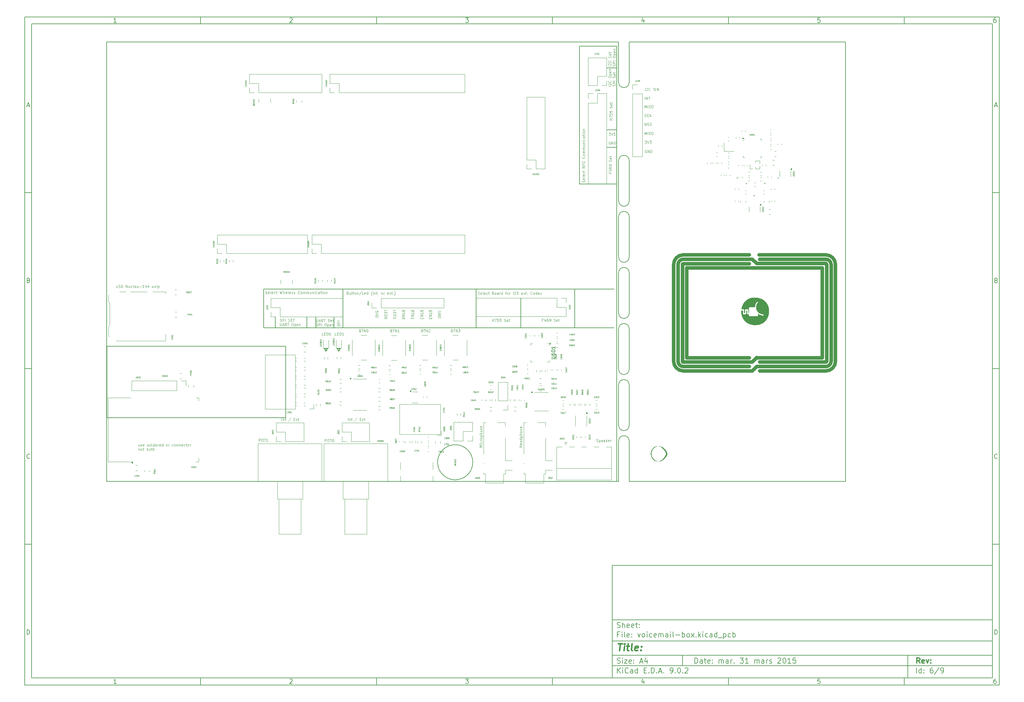
<source format=gto>
%TF.GenerationSoftware,KiCad,Pcbnew,9.0.2*%
%TF.CreationDate,2025-06-04T21:18:05+02:00*%
%TF.ProjectId,voicemail-box,766f6963-656d-4616-996c-2d626f782e6b,rev?*%
%TF.SameCoordinates,Original*%
%TF.FileFunction,Legend,Top*%
%TF.FilePolarity,Positive*%
%FSLAX45Y45*%
G04 Gerber Fmt 4.5, Leading zero omitted, Abs format (unit mm)*
G04 Created by KiCad (PCBNEW 9.0.2) date 2025-06-04 21:18:05*
%MOMM*%
%LPD*%
G01*
G04 APERTURE LIST*
%ADD10C,0.100000*%
%ADD11C,0.150000*%
%ADD12C,0.300000*%
%ADD13C,0.400000*%
%ADD14C,1.000000*%
%ADD15C,0.000000*%
%ADD16C,0.346100*%
%ADD17C,0.060000*%
%ADD18C,0.120000*%
%ADD19C,0.152400*%
%ADD20C,0.200000*%
%TA.AperFunction,Profile*%
%ADD21C,0.150000*%
%TD*%
G04 APERTURE END LIST*
D10*
D11*
X17700220Y-16600720D02*
X28500220Y-16600720D01*
X28500220Y-19800720D01*
X17700220Y-19800720D01*
X17700220Y-16600720D01*
D10*
D11*
X1000000Y-1000000D02*
X28700220Y-1000000D01*
X28700220Y-20000720D01*
X1000000Y-20000720D01*
X1000000Y-1000000D01*
D10*
D11*
X1200000Y-1200000D02*
X28500220Y-1200000D01*
X28500220Y-19800720D01*
X1200000Y-19800720D01*
X1200000Y-1200000D01*
D10*
D11*
X6000000Y-1200000D02*
X6000000Y-1000000D01*
D10*
D11*
X11000000Y-1200000D02*
X11000000Y-1000000D01*
D10*
D11*
X16000000Y-1200000D02*
X16000000Y-1000000D01*
D10*
D11*
X21000000Y-1200000D02*
X21000000Y-1000000D01*
D10*
D11*
X26000000Y-1200000D02*
X26000000Y-1000000D01*
D10*
D11*
X3608916Y-1159360D02*
X3534630Y-1159360D01*
X3571773Y-1159360D02*
X3571773Y-1029360D01*
X3571773Y-1029360D02*
X3559392Y-1047932D01*
X3559392Y-1047932D02*
X3547011Y-1060313D01*
X3547011Y-1060313D02*
X3534630Y-1066503D01*
D10*
D11*
X8534630Y-1041741D02*
X8540821Y-1035551D01*
X8540821Y-1035551D02*
X8553202Y-1029360D01*
X8553202Y-1029360D02*
X8584154Y-1029360D01*
X8584154Y-1029360D02*
X8596535Y-1035551D01*
X8596535Y-1035551D02*
X8602726Y-1041741D01*
X8602726Y-1041741D02*
X8608916Y-1054122D01*
X8608916Y-1054122D02*
X8608916Y-1066503D01*
X8608916Y-1066503D02*
X8602726Y-1085075D01*
X8602726Y-1085075D02*
X8528440Y-1159360D01*
X8528440Y-1159360D02*
X8608916Y-1159360D01*
D10*
D11*
X13528440Y-1029360D02*
X13608916Y-1029360D01*
X13608916Y-1029360D02*
X13565583Y-1078884D01*
X13565583Y-1078884D02*
X13584154Y-1078884D01*
X13584154Y-1078884D02*
X13596535Y-1085075D01*
X13596535Y-1085075D02*
X13602725Y-1091265D01*
X13602725Y-1091265D02*
X13608916Y-1103646D01*
X13608916Y-1103646D02*
X13608916Y-1134599D01*
X13608916Y-1134599D02*
X13602725Y-1146980D01*
X13602725Y-1146980D02*
X13596535Y-1153170D01*
X13596535Y-1153170D02*
X13584154Y-1159360D01*
X13584154Y-1159360D02*
X13547011Y-1159360D01*
X13547011Y-1159360D02*
X13534630Y-1153170D01*
X13534630Y-1153170D02*
X13528440Y-1146980D01*
D10*
D11*
X18596535Y-1072694D02*
X18596535Y-1159360D01*
X18565583Y-1023170D02*
X18534630Y-1116027D01*
X18534630Y-1116027D02*
X18615106Y-1116027D01*
D10*
D11*
X23602725Y-1029360D02*
X23540821Y-1029360D01*
X23540821Y-1029360D02*
X23534630Y-1091265D01*
X23534630Y-1091265D02*
X23540821Y-1085075D01*
X23540821Y-1085075D02*
X23553202Y-1078884D01*
X23553202Y-1078884D02*
X23584154Y-1078884D01*
X23584154Y-1078884D02*
X23596535Y-1085075D01*
X23596535Y-1085075D02*
X23602725Y-1091265D01*
X23602725Y-1091265D02*
X23608916Y-1103646D01*
X23608916Y-1103646D02*
X23608916Y-1134599D01*
X23608916Y-1134599D02*
X23602725Y-1146980D01*
X23602725Y-1146980D02*
X23596535Y-1153170D01*
X23596535Y-1153170D02*
X23584154Y-1159360D01*
X23584154Y-1159360D02*
X23553202Y-1159360D01*
X23553202Y-1159360D02*
X23540821Y-1153170D01*
X23540821Y-1153170D02*
X23534630Y-1146980D01*
D10*
D11*
X28596535Y-1029360D02*
X28571773Y-1029360D01*
X28571773Y-1029360D02*
X28559392Y-1035551D01*
X28559392Y-1035551D02*
X28553202Y-1041741D01*
X28553202Y-1041741D02*
X28540821Y-1060313D01*
X28540821Y-1060313D02*
X28534630Y-1085075D01*
X28534630Y-1085075D02*
X28534630Y-1134599D01*
X28534630Y-1134599D02*
X28540821Y-1146980D01*
X28540821Y-1146980D02*
X28547011Y-1153170D01*
X28547011Y-1153170D02*
X28559392Y-1159360D01*
X28559392Y-1159360D02*
X28584154Y-1159360D01*
X28584154Y-1159360D02*
X28596535Y-1153170D01*
X28596535Y-1153170D02*
X28602725Y-1146980D01*
X28602725Y-1146980D02*
X28608916Y-1134599D01*
X28608916Y-1134599D02*
X28608916Y-1103646D01*
X28608916Y-1103646D02*
X28602725Y-1091265D01*
X28602725Y-1091265D02*
X28596535Y-1085075D01*
X28596535Y-1085075D02*
X28584154Y-1078884D01*
X28584154Y-1078884D02*
X28559392Y-1078884D01*
X28559392Y-1078884D02*
X28547011Y-1085075D01*
X28547011Y-1085075D02*
X28540821Y-1091265D01*
X28540821Y-1091265D02*
X28534630Y-1103646D01*
D10*
D11*
X6000000Y-19800720D02*
X6000000Y-20000720D01*
D10*
D11*
X11000000Y-19800720D02*
X11000000Y-20000720D01*
D10*
D11*
X16000000Y-19800720D02*
X16000000Y-20000720D01*
D10*
D11*
X21000000Y-19800720D02*
X21000000Y-20000720D01*
D10*
D11*
X26000000Y-19800720D02*
X26000000Y-20000720D01*
D10*
D11*
X3608916Y-19960080D02*
X3534630Y-19960080D01*
X3571773Y-19960080D02*
X3571773Y-19830080D01*
X3571773Y-19830080D02*
X3559392Y-19848652D01*
X3559392Y-19848652D02*
X3547011Y-19861033D01*
X3547011Y-19861033D02*
X3534630Y-19867223D01*
D10*
D11*
X8534630Y-19842461D02*
X8540821Y-19836271D01*
X8540821Y-19836271D02*
X8553202Y-19830080D01*
X8553202Y-19830080D02*
X8584154Y-19830080D01*
X8584154Y-19830080D02*
X8596535Y-19836271D01*
X8596535Y-19836271D02*
X8602726Y-19842461D01*
X8602726Y-19842461D02*
X8608916Y-19854842D01*
X8608916Y-19854842D02*
X8608916Y-19867223D01*
X8608916Y-19867223D02*
X8602726Y-19885795D01*
X8602726Y-19885795D02*
X8528440Y-19960080D01*
X8528440Y-19960080D02*
X8608916Y-19960080D01*
D10*
D11*
X13528440Y-19830080D02*
X13608916Y-19830080D01*
X13608916Y-19830080D02*
X13565583Y-19879604D01*
X13565583Y-19879604D02*
X13584154Y-19879604D01*
X13584154Y-19879604D02*
X13596535Y-19885795D01*
X13596535Y-19885795D02*
X13602725Y-19891985D01*
X13602725Y-19891985D02*
X13608916Y-19904366D01*
X13608916Y-19904366D02*
X13608916Y-19935319D01*
X13608916Y-19935319D02*
X13602725Y-19947700D01*
X13602725Y-19947700D02*
X13596535Y-19953890D01*
X13596535Y-19953890D02*
X13584154Y-19960080D01*
X13584154Y-19960080D02*
X13547011Y-19960080D01*
X13547011Y-19960080D02*
X13534630Y-19953890D01*
X13534630Y-19953890D02*
X13528440Y-19947700D01*
D10*
D11*
X18596535Y-19873414D02*
X18596535Y-19960080D01*
X18565583Y-19823890D02*
X18534630Y-19916747D01*
X18534630Y-19916747D02*
X18615106Y-19916747D01*
D10*
D11*
X23602725Y-19830080D02*
X23540821Y-19830080D01*
X23540821Y-19830080D02*
X23534630Y-19891985D01*
X23534630Y-19891985D02*
X23540821Y-19885795D01*
X23540821Y-19885795D02*
X23553202Y-19879604D01*
X23553202Y-19879604D02*
X23584154Y-19879604D01*
X23584154Y-19879604D02*
X23596535Y-19885795D01*
X23596535Y-19885795D02*
X23602725Y-19891985D01*
X23602725Y-19891985D02*
X23608916Y-19904366D01*
X23608916Y-19904366D02*
X23608916Y-19935319D01*
X23608916Y-19935319D02*
X23602725Y-19947700D01*
X23602725Y-19947700D02*
X23596535Y-19953890D01*
X23596535Y-19953890D02*
X23584154Y-19960080D01*
X23584154Y-19960080D02*
X23553202Y-19960080D01*
X23553202Y-19960080D02*
X23540821Y-19953890D01*
X23540821Y-19953890D02*
X23534630Y-19947700D01*
D10*
D11*
X28596535Y-19830080D02*
X28571773Y-19830080D01*
X28571773Y-19830080D02*
X28559392Y-19836271D01*
X28559392Y-19836271D02*
X28553202Y-19842461D01*
X28553202Y-19842461D02*
X28540821Y-19861033D01*
X28540821Y-19861033D02*
X28534630Y-19885795D01*
X28534630Y-19885795D02*
X28534630Y-19935319D01*
X28534630Y-19935319D02*
X28540821Y-19947700D01*
X28540821Y-19947700D02*
X28547011Y-19953890D01*
X28547011Y-19953890D02*
X28559392Y-19960080D01*
X28559392Y-19960080D02*
X28584154Y-19960080D01*
X28584154Y-19960080D02*
X28596535Y-19953890D01*
X28596535Y-19953890D02*
X28602725Y-19947700D01*
X28602725Y-19947700D02*
X28608916Y-19935319D01*
X28608916Y-19935319D02*
X28608916Y-19904366D01*
X28608916Y-19904366D02*
X28602725Y-19891985D01*
X28602725Y-19891985D02*
X28596535Y-19885795D01*
X28596535Y-19885795D02*
X28584154Y-19879604D01*
X28584154Y-19879604D02*
X28559392Y-19879604D01*
X28559392Y-19879604D02*
X28547011Y-19885795D01*
X28547011Y-19885795D02*
X28540821Y-19891985D01*
X28540821Y-19891985D02*
X28534630Y-19904366D01*
D10*
D11*
X1000000Y-6000000D02*
X1200000Y-6000000D01*
D10*
D11*
X1000000Y-11000000D02*
X1200000Y-11000000D01*
D10*
D11*
X1000000Y-16000000D02*
X1200000Y-16000000D01*
D10*
D11*
X1069048Y-3522218D02*
X1130952Y-3522218D01*
X1056667Y-3559360D02*
X1100000Y-3429360D01*
X1100000Y-3429360D02*
X1143333Y-3559360D01*
D10*
D11*
X1109286Y-8491265D02*
X1127857Y-8497456D01*
X1127857Y-8497456D02*
X1134048Y-8503646D01*
X1134048Y-8503646D02*
X1140238Y-8516027D01*
X1140238Y-8516027D02*
X1140238Y-8534599D01*
X1140238Y-8534599D02*
X1134048Y-8546980D01*
X1134048Y-8546980D02*
X1127857Y-8553170D01*
X1127857Y-8553170D02*
X1115476Y-8559360D01*
X1115476Y-8559360D02*
X1065952Y-8559360D01*
X1065952Y-8559360D02*
X1065952Y-8429360D01*
X1065952Y-8429360D02*
X1109286Y-8429360D01*
X1109286Y-8429360D02*
X1121667Y-8435551D01*
X1121667Y-8435551D02*
X1127857Y-8441741D01*
X1127857Y-8441741D02*
X1134048Y-8454122D01*
X1134048Y-8454122D02*
X1134048Y-8466503D01*
X1134048Y-8466503D02*
X1127857Y-8478884D01*
X1127857Y-8478884D02*
X1121667Y-8485075D01*
X1121667Y-8485075D02*
X1109286Y-8491265D01*
X1109286Y-8491265D02*
X1065952Y-8491265D01*
D10*
D11*
X1140238Y-13546979D02*
X1134048Y-13553170D01*
X1134048Y-13553170D02*
X1115476Y-13559360D01*
X1115476Y-13559360D02*
X1103095Y-13559360D01*
X1103095Y-13559360D02*
X1084524Y-13553170D01*
X1084524Y-13553170D02*
X1072143Y-13540789D01*
X1072143Y-13540789D02*
X1065952Y-13528408D01*
X1065952Y-13528408D02*
X1059762Y-13503646D01*
X1059762Y-13503646D02*
X1059762Y-13485075D01*
X1059762Y-13485075D02*
X1065952Y-13460313D01*
X1065952Y-13460313D02*
X1072143Y-13447932D01*
X1072143Y-13447932D02*
X1084524Y-13435551D01*
X1084524Y-13435551D02*
X1103095Y-13429360D01*
X1103095Y-13429360D02*
X1115476Y-13429360D01*
X1115476Y-13429360D02*
X1134048Y-13435551D01*
X1134048Y-13435551D02*
X1140238Y-13441741D01*
D10*
D11*
X1065952Y-18559360D02*
X1065952Y-18429360D01*
X1065952Y-18429360D02*
X1096905Y-18429360D01*
X1096905Y-18429360D02*
X1115476Y-18435551D01*
X1115476Y-18435551D02*
X1127857Y-18447932D01*
X1127857Y-18447932D02*
X1134048Y-18460313D01*
X1134048Y-18460313D02*
X1140238Y-18485075D01*
X1140238Y-18485075D02*
X1140238Y-18503646D01*
X1140238Y-18503646D02*
X1134048Y-18528408D01*
X1134048Y-18528408D02*
X1127857Y-18540789D01*
X1127857Y-18540789D02*
X1115476Y-18553170D01*
X1115476Y-18553170D02*
X1096905Y-18559360D01*
X1096905Y-18559360D02*
X1065952Y-18559360D01*
D10*
D11*
X28700220Y-6000000D02*
X28500220Y-6000000D01*
D10*
D11*
X28700220Y-11000000D02*
X28500220Y-11000000D01*
D10*
D11*
X28700220Y-16000000D02*
X28500220Y-16000000D01*
D10*
D11*
X28569268Y-3522218D02*
X28631172Y-3522218D01*
X28556887Y-3559360D02*
X28600220Y-3429360D01*
X28600220Y-3429360D02*
X28643553Y-3559360D01*
D10*
D11*
X28609506Y-8491265D02*
X28628077Y-8497456D01*
X28628077Y-8497456D02*
X28634268Y-8503646D01*
X28634268Y-8503646D02*
X28640458Y-8516027D01*
X28640458Y-8516027D02*
X28640458Y-8534599D01*
X28640458Y-8534599D02*
X28634268Y-8546980D01*
X28634268Y-8546980D02*
X28628077Y-8553170D01*
X28628077Y-8553170D02*
X28615696Y-8559360D01*
X28615696Y-8559360D02*
X28566172Y-8559360D01*
X28566172Y-8559360D02*
X28566172Y-8429360D01*
X28566172Y-8429360D02*
X28609506Y-8429360D01*
X28609506Y-8429360D02*
X28621887Y-8435551D01*
X28621887Y-8435551D02*
X28628077Y-8441741D01*
X28628077Y-8441741D02*
X28634268Y-8454122D01*
X28634268Y-8454122D02*
X28634268Y-8466503D01*
X28634268Y-8466503D02*
X28628077Y-8478884D01*
X28628077Y-8478884D02*
X28621887Y-8485075D01*
X28621887Y-8485075D02*
X28609506Y-8491265D01*
X28609506Y-8491265D02*
X28566172Y-8491265D01*
D10*
D11*
X28640458Y-13546979D02*
X28634268Y-13553170D01*
X28634268Y-13553170D02*
X28615696Y-13559360D01*
X28615696Y-13559360D02*
X28603315Y-13559360D01*
X28603315Y-13559360D02*
X28584744Y-13553170D01*
X28584744Y-13553170D02*
X28572363Y-13540789D01*
X28572363Y-13540789D02*
X28566172Y-13528408D01*
X28566172Y-13528408D02*
X28559982Y-13503646D01*
X28559982Y-13503646D02*
X28559982Y-13485075D01*
X28559982Y-13485075D02*
X28566172Y-13460313D01*
X28566172Y-13460313D02*
X28572363Y-13447932D01*
X28572363Y-13447932D02*
X28584744Y-13435551D01*
X28584744Y-13435551D02*
X28603315Y-13429360D01*
X28603315Y-13429360D02*
X28615696Y-13429360D01*
X28615696Y-13429360D02*
X28634268Y-13435551D01*
X28634268Y-13435551D02*
X28640458Y-13441741D01*
D10*
D11*
X28566172Y-18559360D02*
X28566172Y-18429360D01*
X28566172Y-18429360D02*
X28597125Y-18429360D01*
X28597125Y-18429360D02*
X28615696Y-18435551D01*
X28615696Y-18435551D02*
X28628077Y-18447932D01*
X28628077Y-18447932D02*
X28634268Y-18460313D01*
X28634268Y-18460313D02*
X28640458Y-18485075D01*
X28640458Y-18485075D02*
X28640458Y-18503646D01*
X28640458Y-18503646D02*
X28634268Y-18528408D01*
X28634268Y-18528408D02*
X28628077Y-18540789D01*
X28628077Y-18540789D02*
X28615696Y-18553170D01*
X28615696Y-18553170D02*
X28597125Y-18559360D01*
X28597125Y-18559360D02*
X28566172Y-18559360D01*
D10*
D11*
X20045803Y-19379333D02*
X20045803Y-19229333D01*
X20045803Y-19229333D02*
X20081517Y-19229333D01*
X20081517Y-19229333D02*
X20102946Y-19236476D01*
X20102946Y-19236476D02*
X20117231Y-19250761D01*
X20117231Y-19250761D02*
X20124374Y-19265047D01*
X20124374Y-19265047D02*
X20131517Y-19293619D01*
X20131517Y-19293619D02*
X20131517Y-19315047D01*
X20131517Y-19315047D02*
X20124374Y-19343619D01*
X20124374Y-19343619D02*
X20117231Y-19357904D01*
X20117231Y-19357904D02*
X20102946Y-19372190D01*
X20102946Y-19372190D02*
X20081517Y-19379333D01*
X20081517Y-19379333D02*
X20045803Y-19379333D01*
X20260088Y-19379333D02*
X20260088Y-19300761D01*
X20260088Y-19300761D02*
X20252946Y-19286476D01*
X20252946Y-19286476D02*
X20238660Y-19279333D01*
X20238660Y-19279333D02*
X20210088Y-19279333D01*
X20210088Y-19279333D02*
X20195803Y-19286476D01*
X20260088Y-19372190D02*
X20245803Y-19379333D01*
X20245803Y-19379333D02*
X20210088Y-19379333D01*
X20210088Y-19379333D02*
X20195803Y-19372190D01*
X20195803Y-19372190D02*
X20188660Y-19357904D01*
X20188660Y-19357904D02*
X20188660Y-19343619D01*
X20188660Y-19343619D02*
X20195803Y-19329333D01*
X20195803Y-19329333D02*
X20210088Y-19322190D01*
X20210088Y-19322190D02*
X20245803Y-19322190D01*
X20245803Y-19322190D02*
X20260088Y-19315047D01*
X20310088Y-19279333D02*
X20367231Y-19279333D01*
X20331517Y-19229333D02*
X20331517Y-19357904D01*
X20331517Y-19357904D02*
X20338660Y-19372190D01*
X20338660Y-19372190D02*
X20352946Y-19379333D01*
X20352946Y-19379333D02*
X20367231Y-19379333D01*
X20474374Y-19372190D02*
X20460088Y-19379333D01*
X20460088Y-19379333D02*
X20431517Y-19379333D01*
X20431517Y-19379333D02*
X20417231Y-19372190D01*
X20417231Y-19372190D02*
X20410088Y-19357904D01*
X20410088Y-19357904D02*
X20410088Y-19300761D01*
X20410088Y-19300761D02*
X20417231Y-19286476D01*
X20417231Y-19286476D02*
X20431517Y-19279333D01*
X20431517Y-19279333D02*
X20460088Y-19279333D01*
X20460088Y-19279333D02*
X20474374Y-19286476D01*
X20474374Y-19286476D02*
X20481517Y-19300761D01*
X20481517Y-19300761D02*
X20481517Y-19315047D01*
X20481517Y-19315047D02*
X20410088Y-19329333D01*
X20545803Y-19365047D02*
X20552946Y-19372190D01*
X20552946Y-19372190D02*
X20545803Y-19379333D01*
X20545803Y-19379333D02*
X20538660Y-19372190D01*
X20538660Y-19372190D02*
X20545803Y-19365047D01*
X20545803Y-19365047D02*
X20545803Y-19379333D01*
X20545803Y-19286476D02*
X20552946Y-19293619D01*
X20552946Y-19293619D02*
X20545803Y-19300761D01*
X20545803Y-19300761D02*
X20538660Y-19293619D01*
X20538660Y-19293619D02*
X20545803Y-19286476D01*
X20545803Y-19286476D02*
X20545803Y-19300761D01*
X20731517Y-19379333D02*
X20731517Y-19279333D01*
X20731517Y-19293619D02*
X20738660Y-19286476D01*
X20738660Y-19286476D02*
X20752946Y-19279333D01*
X20752946Y-19279333D02*
X20774374Y-19279333D01*
X20774374Y-19279333D02*
X20788660Y-19286476D01*
X20788660Y-19286476D02*
X20795803Y-19300761D01*
X20795803Y-19300761D02*
X20795803Y-19379333D01*
X20795803Y-19300761D02*
X20802946Y-19286476D01*
X20802946Y-19286476D02*
X20817231Y-19279333D01*
X20817231Y-19279333D02*
X20838660Y-19279333D01*
X20838660Y-19279333D02*
X20852946Y-19286476D01*
X20852946Y-19286476D02*
X20860088Y-19300761D01*
X20860088Y-19300761D02*
X20860088Y-19379333D01*
X20995803Y-19379333D02*
X20995803Y-19300761D01*
X20995803Y-19300761D02*
X20988660Y-19286476D01*
X20988660Y-19286476D02*
X20974374Y-19279333D01*
X20974374Y-19279333D02*
X20945803Y-19279333D01*
X20945803Y-19279333D02*
X20931517Y-19286476D01*
X20995803Y-19372190D02*
X20981517Y-19379333D01*
X20981517Y-19379333D02*
X20945803Y-19379333D01*
X20945803Y-19379333D02*
X20931517Y-19372190D01*
X20931517Y-19372190D02*
X20924374Y-19357904D01*
X20924374Y-19357904D02*
X20924374Y-19343619D01*
X20924374Y-19343619D02*
X20931517Y-19329333D01*
X20931517Y-19329333D02*
X20945803Y-19322190D01*
X20945803Y-19322190D02*
X20981517Y-19322190D01*
X20981517Y-19322190D02*
X20995803Y-19315047D01*
X21067231Y-19379333D02*
X21067231Y-19279333D01*
X21067231Y-19307904D02*
X21074374Y-19293619D01*
X21074374Y-19293619D02*
X21081517Y-19286476D01*
X21081517Y-19286476D02*
X21095803Y-19279333D01*
X21095803Y-19279333D02*
X21110088Y-19279333D01*
X21160088Y-19365047D02*
X21167231Y-19372190D01*
X21167231Y-19372190D02*
X21160088Y-19379333D01*
X21160088Y-19379333D02*
X21152946Y-19372190D01*
X21152946Y-19372190D02*
X21160088Y-19365047D01*
X21160088Y-19365047D02*
X21160088Y-19379333D01*
X21331517Y-19229333D02*
X21424374Y-19229333D01*
X21424374Y-19229333D02*
X21374374Y-19286476D01*
X21374374Y-19286476D02*
X21395803Y-19286476D01*
X21395803Y-19286476D02*
X21410088Y-19293619D01*
X21410088Y-19293619D02*
X21417231Y-19300761D01*
X21417231Y-19300761D02*
X21424374Y-19315047D01*
X21424374Y-19315047D02*
X21424374Y-19350761D01*
X21424374Y-19350761D02*
X21417231Y-19365047D01*
X21417231Y-19365047D02*
X21410088Y-19372190D01*
X21410088Y-19372190D02*
X21395803Y-19379333D01*
X21395803Y-19379333D02*
X21352946Y-19379333D01*
X21352946Y-19379333D02*
X21338660Y-19372190D01*
X21338660Y-19372190D02*
X21331517Y-19365047D01*
X21567231Y-19379333D02*
X21481517Y-19379333D01*
X21524374Y-19379333D02*
X21524374Y-19229333D01*
X21524374Y-19229333D02*
X21510088Y-19250761D01*
X21510088Y-19250761D02*
X21495803Y-19265047D01*
X21495803Y-19265047D02*
X21481517Y-19272190D01*
X21745803Y-19379333D02*
X21745803Y-19279333D01*
X21745803Y-19293619D02*
X21752945Y-19286476D01*
X21752945Y-19286476D02*
X21767231Y-19279333D01*
X21767231Y-19279333D02*
X21788660Y-19279333D01*
X21788660Y-19279333D02*
X21802945Y-19286476D01*
X21802945Y-19286476D02*
X21810088Y-19300761D01*
X21810088Y-19300761D02*
X21810088Y-19379333D01*
X21810088Y-19300761D02*
X21817231Y-19286476D01*
X21817231Y-19286476D02*
X21831517Y-19279333D01*
X21831517Y-19279333D02*
X21852945Y-19279333D01*
X21852945Y-19279333D02*
X21867231Y-19286476D01*
X21867231Y-19286476D02*
X21874374Y-19300761D01*
X21874374Y-19300761D02*
X21874374Y-19379333D01*
X22010088Y-19379333D02*
X22010088Y-19300761D01*
X22010088Y-19300761D02*
X22002945Y-19286476D01*
X22002945Y-19286476D02*
X21988660Y-19279333D01*
X21988660Y-19279333D02*
X21960088Y-19279333D01*
X21960088Y-19279333D02*
X21945803Y-19286476D01*
X22010088Y-19372190D02*
X21995803Y-19379333D01*
X21995803Y-19379333D02*
X21960088Y-19379333D01*
X21960088Y-19379333D02*
X21945803Y-19372190D01*
X21945803Y-19372190D02*
X21938660Y-19357904D01*
X21938660Y-19357904D02*
X21938660Y-19343619D01*
X21938660Y-19343619D02*
X21945803Y-19329333D01*
X21945803Y-19329333D02*
X21960088Y-19322190D01*
X21960088Y-19322190D02*
X21995803Y-19322190D01*
X21995803Y-19322190D02*
X22010088Y-19315047D01*
X22081517Y-19379333D02*
X22081517Y-19279333D01*
X22081517Y-19307904D02*
X22088660Y-19293619D01*
X22088660Y-19293619D02*
X22095803Y-19286476D01*
X22095803Y-19286476D02*
X22110088Y-19279333D01*
X22110088Y-19279333D02*
X22124374Y-19279333D01*
X22167231Y-19372190D02*
X22181517Y-19379333D01*
X22181517Y-19379333D02*
X22210088Y-19379333D01*
X22210088Y-19379333D02*
X22224374Y-19372190D01*
X22224374Y-19372190D02*
X22231517Y-19357904D01*
X22231517Y-19357904D02*
X22231517Y-19350761D01*
X22231517Y-19350761D02*
X22224374Y-19336476D01*
X22224374Y-19336476D02*
X22210088Y-19329333D01*
X22210088Y-19329333D02*
X22188660Y-19329333D01*
X22188660Y-19329333D02*
X22174374Y-19322190D01*
X22174374Y-19322190D02*
X22167231Y-19307904D01*
X22167231Y-19307904D02*
X22167231Y-19300761D01*
X22167231Y-19300761D02*
X22174374Y-19286476D01*
X22174374Y-19286476D02*
X22188660Y-19279333D01*
X22188660Y-19279333D02*
X22210088Y-19279333D01*
X22210088Y-19279333D02*
X22224374Y-19286476D01*
X22402945Y-19243619D02*
X22410088Y-19236476D01*
X22410088Y-19236476D02*
X22424374Y-19229333D01*
X22424374Y-19229333D02*
X22460088Y-19229333D01*
X22460088Y-19229333D02*
X22474374Y-19236476D01*
X22474374Y-19236476D02*
X22481517Y-19243619D01*
X22481517Y-19243619D02*
X22488660Y-19257904D01*
X22488660Y-19257904D02*
X22488660Y-19272190D01*
X22488660Y-19272190D02*
X22481517Y-19293619D01*
X22481517Y-19293619D02*
X22395802Y-19379333D01*
X22395802Y-19379333D02*
X22488660Y-19379333D01*
X22581517Y-19229333D02*
X22595802Y-19229333D01*
X22595802Y-19229333D02*
X22610088Y-19236476D01*
X22610088Y-19236476D02*
X22617231Y-19243619D01*
X22617231Y-19243619D02*
X22624374Y-19257904D01*
X22624374Y-19257904D02*
X22631517Y-19286476D01*
X22631517Y-19286476D02*
X22631517Y-19322190D01*
X22631517Y-19322190D02*
X22624374Y-19350761D01*
X22624374Y-19350761D02*
X22617231Y-19365047D01*
X22617231Y-19365047D02*
X22610088Y-19372190D01*
X22610088Y-19372190D02*
X22595802Y-19379333D01*
X22595802Y-19379333D02*
X22581517Y-19379333D01*
X22581517Y-19379333D02*
X22567231Y-19372190D01*
X22567231Y-19372190D02*
X22560088Y-19365047D01*
X22560088Y-19365047D02*
X22552945Y-19350761D01*
X22552945Y-19350761D02*
X22545802Y-19322190D01*
X22545802Y-19322190D02*
X22545802Y-19286476D01*
X22545802Y-19286476D02*
X22552945Y-19257904D01*
X22552945Y-19257904D02*
X22560088Y-19243619D01*
X22560088Y-19243619D02*
X22567231Y-19236476D01*
X22567231Y-19236476D02*
X22581517Y-19229333D01*
X22774374Y-19379333D02*
X22688660Y-19379333D01*
X22731517Y-19379333D02*
X22731517Y-19229333D01*
X22731517Y-19229333D02*
X22717231Y-19250761D01*
X22717231Y-19250761D02*
X22702945Y-19265047D01*
X22702945Y-19265047D02*
X22688660Y-19272190D01*
X22910088Y-19229333D02*
X22838659Y-19229333D01*
X22838659Y-19229333D02*
X22831517Y-19300761D01*
X22831517Y-19300761D02*
X22838659Y-19293619D01*
X22838659Y-19293619D02*
X22852945Y-19286476D01*
X22852945Y-19286476D02*
X22888659Y-19286476D01*
X22888659Y-19286476D02*
X22902945Y-19293619D01*
X22902945Y-19293619D02*
X22910088Y-19300761D01*
X22910088Y-19300761D02*
X22917231Y-19315047D01*
X22917231Y-19315047D02*
X22917231Y-19350761D01*
X22917231Y-19350761D02*
X22910088Y-19365047D01*
X22910088Y-19365047D02*
X22902945Y-19372190D01*
X22902945Y-19372190D02*
X22888659Y-19379333D01*
X22888659Y-19379333D02*
X22852945Y-19379333D01*
X22852945Y-19379333D02*
X22838659Y-19372190D01*
X22838659Y-19372190D02*
X22831517Y-19365047D01*
D10*
D11*
X17700220Y-19450720D02*
X28500220Y-19450720D01*
D10*
D11*
X17845803Y-19659333D02*
X17845803Y-19509333D01*
X17931517Y-19659333D02*
X17867231Y-19573619D01*
X17931517Y-19509333D02*
X17845803Y-19595047D01*
X17995803Y-19659333D02*
X17995803Y-19559333D01*
X17995803Y-19509333D02*
X17988660Y-19516476D01*
X17988660Y-19516476D02*
X17995803Y-19523619D01*
X17995803Y-19523619D02*
X18002946Y-19516476D01*
X18002946Y-19516476D02*
X17995803Y-19509333D01*
X17995803Y-19509333D02*
X17995803Y-19523619D01*
X18152946Y-19645047D02*
X18145803Y-19652190D01*
X18145803Y-19652190D02*
X18124374Y-19659333D01*
X18124374Y-19659333D02*
X18110088Y-19659333D01*
X18110088Y-19659333D02*
X18088660Y-19652190D01*
X18088660Y-19652190D02*
X18074374Y-19637904D01*
X18074374Y-19637904D02*
X18067231Y-19623619D01*
X18067231Y-19623619D02*
X18060088Y-19595047D01*
X18060088Y-19595047D02*
X18060088Y-19573619D01*
X18060088Y-19573619D02*
X18067231Y-19545047D01*
X18067231Y-19545047D02*
X18074374Y-19530761D01*
X18074374Y-19530761D02*
X18088660Y-19516476D01*
X18088660Y-19516476D02*
X18110088Y-19509333D01*
X18110088Y-19509333D02*
X18124374Y-19509333D01*
X18124374Y-19509333D02*
X18145803Y-19516476D01*
X18145803Y-19516476D02*
X18152946Y-19523619D01*
X18281517Y-19659333D02*
X18281517Y-19580761D01*
X18281517Y-19580761D02*
X18274374Y-19566476D01*
X18274374Y-19566476D02*
X18260088Y-19559333D01*
X18260088Y-19559333D02*
X18231517Y-19559333D01*
X18231517Y-19559333D02*
X18217231Y-19566476D01*
X18281517Y-19652190D02*
X18267231Y-19659333D01*
X18267231Y-19659333D02*
X18231517Y-19659333D01*
X18231517Y-19659333D02*
X18217231Y-19652190D01*
X18217231Y-19652190D02*
X18210088Y-19637904D01*
X18210088Y-19637904D02*
X18210088Y-19623619D01*
X18210088Y-19623619D02*
X18217231Y-19609333D01*
X18217231Y-19609333D02*
X18231517Y-19602190D01*
X18231517Y-19602190D02*
X18267231Y-19602190D01*
X18267231Y-19602190D02*
X18281517Y-19595047D01*
X18417231Y-19659333D02*
X18417231Y-19509333D01*
X18417231Y-19652190D02*
X18402946Y-19659333D01*
X18402946Y-19659333D02*
X18374374Y-19659333D01*
X18374374Y-19659333D02*
X18360088Y-19652190D01*
X18360088Y-19652190D02*
X18352946Y-19645047D01*
X18352946Y-19645047D02*
X18345803Y-19630761D01*
X18345803Y-19630761D02*
X18345803Y-19587904D01*
X18345803Y-19587904D02*
X18352946Y-19573619D01*
X18352946Y-19573619D02*
X18360088Y-19566476D01*
X18360088Y-19566476D02*
X18374374Y-19559333D01*
X18374374Y-19559333D02*
X18402946Y-19559333D01*
X18402946Y-19559333D02*
X18417231Y-19566476D01*
X18602946Y-19580761D02*
X18652946Y-19580761D01*
X18674374Y-19659333D02*
X18602946Y-19659333D01*
X18602946Y-19659333D02*
X18602946Y-19509333D01*
X18602946Y-19509333D02*
X18674374Y-19509333D01*
X18738660Y-19645047D02*
X18745803Y-19652190D01*
X18745803Y-19652190D02*
X18738660Y-19659333D01*
X18738660Y-19659333D02*
X18731517Y-19652190D01*
X18731517Y-19652190D02*
X18738660Y-19645047D01*
X18738660Y-19645047D02*
X18738660Y-19659333D01*
X18810088Y-19659333D02*
X18810088Y-19509333D01*
X18810088Y-19509333D02*
X18845803Y-19509333D01*
X18845803Y-19509333D02*
X18867231Y-19516476D01*
X18867231Y-19516476D02*
X18881517Y-19530761D01*
X18881517Y-19530761D02*
X18888660Y-19545047D01*
X18888660Y-19545047D02*
X18895803Y-19573619D01*
X18895803Y-19573619D02*
X18895803Y-19595047D01*
X18895803Y-19595047D02*
X18888660Y-19623619D01*
X18888660Y-19623619D02*
X18881517Y-19637904D01*
X18881517Y-19637904D02*
X18867231Y-19652190D01*
X18867231Y-19652190D02*
X18845803Y-19659333D01*
X18845803Y-19659333D02*
X18810088Y-19659333D01*
X18960088Y-19645047D02*
X18967231Y-19652190D01*
X18967231Y-19652190D02*
X18960088Y-19659333D01*
X18960088Y-19659333D02*
X18952946Y-19652190D01*
X18952946Y-19652190D02*
X18960088Y-19645047D01*
X18960088Y-19645047D02*
X18960088Y-19659333D01*
X19024374Y-19616476D02*
X19095803Y-19616476D01*
X19010089Y-19659333D02*
X19060089Y-19509333D01*
X19060089Y-19509333D02*
X19110089Y-19659333D01*
X19160088Y-19645047D02*
X19167231Y-19652190D01*
X19167231Y-19652190D02*
X19160088Y-19659333D01*
X19160088Y-19659333D02*
X19152946Y-19652190D01*
X19152946Y-19652190D02*
X19160088Y-19645047D01*
X19160088Y-19645047D02*
X19160088Y-19659333D01*
X19352946Y-19659333D02*
X19381517Y-19659333D01*
X19381517Y-19659333D02*
X19395803Y-19652190D01*
X19395803Y-19652190D02*
X19402946Y-19645047D01*
X19402946Y-19645047D02*
X19417231Y-19623619D01*
X19417231Y-19623619D02*
X19424374Y-19595047D01*
X19424374Y-19595047D02*
X19424374Y-19537904D01*
X19424374Y-19537904D02*
X19417231Y-19523619D01*
X19417231Y-19523619D02*
X19410089Y-19516476D01*
X19410089Y-19516476D02*
X19395803Y-19509333D01*
X19395803Y-19509333D02*
X19367231Y-19509333D01*
X19367231Y-19509333D02*
X19352946Y-19516476D01*
X19352946Y-19516476D02*
X19345803Y-19523619D01*
X19345803Y-19523619D02*
X19338660Y-19537904D01*
X19338660Y-19537904D02*
X19338660Y-19573619D01*
X19338660Y-19573619D02*
X19345803Y-19587904D01*
X19345803Y-19587904D02*
X19352946Y-19595047D01*
X19352946Y-19595047D02*
X19367231Y-19602190D01*
X19367231Y-19602190D02*
X19395803Y-19602190D01*
X19395803Y-19602190D02*
X19410089Y-19595047D01*
X19410089Y-19595047D02*
X19417231Y-19587904D01*
X19417231Y-19587904D02*
X19424374Y-19573619D01*
X19488660Y-19645047D02*
X19495803Y-19652190D01*
X19495803Y-19652190D02*
X19488660Y-19659333D01*
X19488660Y-19659333D02*
X19481517Y-19652190D01*
X19481517Y-19652190D02*
X19488660Y-19645047D01*
X19488660Y-19645047D02*
X19488660Y-19659333D01*
X19588660Y-19509333D02*
X19602946Y-19509333D01*
X19602946Y-19509333D02*
X19617231Y-19516476D01*
X19617231Y-19516476D02*
X19624374Y-19523619D01*
X19624374Y-19523619D02*
X19631517Y-19537904D01*
X19631517Y-19537904D02*
X19638660Y-19566476D01*
X19638660Y-19566476D02*
X19638660Y-19602190D01*
X19638660Y-19602190D02*
X19631517Y-19630761D01*
X19631517Y-19630761D02*
X19624374Y-19645047D01*
X19624374Y-19645047D02*
X19617231Y-19652190D01*
X19617231Y-19652190D02*
X19602946Y-19659333D01*
X19602946Y-19659333D02*
X19588660Y-19659333D01*
X19588660Y-19659333D02*
X19574374Y-19652190D01*
X19574374Y-19652190D02*
X19567231Y-19645047D01*
X19567231Y-19645047D02*
X19560088Y-19630761D01*
X19560088Y-19630761D02*
X19552946Y-19602190D01*
X19552946Y-19602190D02*
X19552946Y-19566476D01*
X19552946Y-19566476D02*
X19560088Y-19537904D01*
X19560088Y-19537904D02*
X19567231Y-19523619D01*
X19567231Y-19523619D02*
X19574374Y-19516476D01*
X19574374Y-19516476D02*
X19588660Y-19509333D01*
X19702946Y-19645047D02*
X19710088Y-19652190D01*
X19710088Y-19652190D02*
X19702946Y-19659333D01*
X19702946Y-19659333D02*
X19695803Y-19652190D01*
X19695803Y-19652190D02*
X19702946Y-19645047D01*
X19702946Y-19645047D02*
X19702946Y-19659333D01*
X19767231Y-19523619D02*
X19774374Y-19516476D01*
X19774374Y-19516476D02*
X19788660Y-19509333D01*
X19788660Y-19509333D02*
X19824374Y-19509333D01*
X19824374Y-19509333D02*
X19838660Y-19516476D01*
X19838660Y-19516476D02*
X19845803Y-19523619D01*
X19845803Y-19523619D02*
X19852946Y-19537904D01*
X19852946Y-19537904D02*
X19852946Y-19552190D01*
X19852946Y-19552190D02*
X19845803Y-19573619D01*
X19845803Y-19573619D02*
X19760088Y-19659333D01*
X19760088Y-19659333D02*
X19852946Y-19659333D01*
D10*
D11*
X17700220Y-19150720D02*
X28500220Y-19150720D01*
D10*
D12*
X26441385Y-19378553D02*
X26391385Y-19307124D01*
X26355671Y-19378553D02*
X26355671Y-19228553D01*
X26355671Y-19228553D02*
X26412814Y-19228553D01*
X26412814Y-19228553D02*
X26427100Y-19235696D01*
X26427100Y-19235696D02*
X26434242Y-19242839D01*
X26434242Y-19242839D02*
X26441385Y-19257124D01*
X26441385Y-19257124D02*
X26441385Y-19278553D01*
X26441385Y-19278553D02*
X26434242Y-19292839D01*
X26434242Y-19292839D02*
X26427100Y-19299981D01*
X26427100Y-19299981D02*
X26412814Y-19307124D01*
X26412814Y-19307124D02*
X26355671Y-19307124D01*
X26562814Y-19371410D02*
X26548528Y-19378553D01*
X26548528Y-19378553D02*
X26519957Y-19378553D01*
X26519957Y-19378553D02*
X26505671Y-19371410D01*
X26505671Y-19371410D02*
X26498528Y-19357124D01*
X26498528Y-19357124D02*
X26498528Y-19299981D01*
X26498528Y-19299981D02*
X26505671Y-19285696D01*
X26505671Y-19285696D02*
X26519957Y-19278553D01*
X26519957Y-19278553D02*
X26548528Y-19278553D01*
X26548528Y-19278553D02*
X26562814Y-19285696D01*
X26562814Y-19285696D02*
X26569957Y-19299981D01*
X26569957Y-19299981D02*
X26569957Y-19314267D01*
X26569957Y-19314267D02*
X26498528Y-19328553D01*
X26619957Y-19278553D02*
X26655671Y-19378553D01*
X26655671Y-19378553D02*
X26691385Y-19278553D01*
X26748528Y-19364267D02*
X26755671Y-19371410D01*
X26755671Y-19371410D02*
X26748528Y-19378553D01*
X26748528Y-19378553D02*
X26741385Y-19371410D01*
X26741385Y-19371410D02*
X26748528Y-19364267D01*
X26748528Y-19364267D02*
X26748528Y-19378553D01*
X26748528Y-19285696D02*
X26755671Y-19292839D01*
X26755671Y-19292839D02*
X26748528Y-19299981D01*
X26748528Y-19299981D02*
X26741385Y-19292839D01*
X26741385Y-19292839D02*
X26748528Y-19285696D01*
X26748528Y-19285696D02*
X26748528Y-19299981D01*
D10*
D11*
X17838660Y-19372190D02*
X17860088Y-19379333D01*
X17860088Y-19379333D02*
X17895803Y-19379333D01*
X17895803Y-19379333D02*
X17910088Y-19372190D01*
X17910088Y-19372190D02*
X17917231Y-19365047D01*
X17917231Y-19365047D02*
X17924374Y-19350761D01*
X17924374Y-19350761D02*
X17924374Y-19336476D01*
X17924374Y-19336476D02*
X17917231Y-19322190D01*
X17917231Y-19322190D02*
X17910088Y-19315047D01*
X17910088Y-19315047D02*
X17895803Y-19307904D01*
X17895803Y-19307904D02*
X17867231Y-19300761D01*
X17867231Y-19300761D02*
X17852946Y-19293619D01*
X17852946Y-19293619D02*
X17845803Y-19286476D01*
X17845803Y-19286476D02*
X17838660Y-19272190D01*
X17838660Y-19272190D02*
X17838660Y-19257904D01*
X17838660Y-19257904D02*
X17845803Y-19243619D01*
X17845803Y-19243619D02*
X17852946Y-19236476D01*
X17852946Y-19236476D02*
X17867231Y-19229333D01*
X17867231Y-19229333D02*
X17902946Y-19229333D01*
X17902946Y-19229333D02*
X17924374Y-19236476D01*
X17988660Y-19379333D02*
X17988660Y-19279333D01*
X17988660Y-19229333D02*
X17981517Y-19236476D01*
X17981517Y-19236476D02*
X17988660Y-19243619D01*
X17988660Y-19243619D02*
X17995803Y-19236476D01*
X17995803Y-19236476D02*
X17988660Y-19229333D01*
X17988660Y-19229333D02*
X17988660Y-19243619D01*
X18045803Y-19279333D02*
X18124374Y-19279333D01*
X18124374Y-19279333D02*
X18045803Y-19379333D01*
X18045803Y-19379333D02*
X18124374Y-19379333D01*
X18238660Y-19372190D02*
X18224374Y-19379333D01*
X18224374Y-19379333D02*
X18195803Y-19379333D01*
X18195803Y-19379333D02*
X18181517Y-19372190D01*
X18181517Y-19372190D02*
X18174374Y-19357904D01*
X18174374Y-19357904D02*
X18174374Y-19300761D01*
X18174374Y-19300761D02*
X18181517Y-19286476D01*
X18181517Y-19286476D02*
X18195803Y-19279333D01*
X18195803Y-19279333D02*
X18224374Y-19279333D01*
X18224374Y-19279333D02*
X18238660Y-19286476D01*
X18238660Y-19286476D02*
X18245803Y-19300761D01*
X18245803Y-19300761D02*
X18245803Y-19315047D01*
X18245803Y-19315047D02*
X18174374Y-19329333D01*
X18310088Y-19365047D02*
X18317231Y-19372190D01*
X18317231Y-19372190D02*
X18310088Y-19379333D01*
X18310088Y-19379333D02*
X18302946Y-19372190D01*
X18302946Y-19372190D02*
X18310088Y-19365047D01*
X18310088Y-19365047D02*
X18310088Y-19379333D01*
X18310088Y-19286476D02*
X18317231Y-19293619D01*
X18317231Y-19293619D02*
X18310088Y-19300761D01*
X18310088Y-19300761D02*
X18302946Y-19293619D01*
X18302946Y-19293619D02*
X18310088Y-19286476D01*
X18310088Y-19286476D02*
X18310088Y-19300761D01*
X18488660Y-19336476D02*
X18560088Y-19336476D01*
X18474374Y-19379333D02*
X18524374Y-19229333D01*
X18524374Y-19229333D02*
X18574374Y-19379333D01*
X18688660Y-19279333D02*
X18688660Y-19379333D01*
X18652946Y-19222190D02*
X18617231Y-19329333D01*
X18617231Y-19329333D02*
X18710088Y-19329333D01*
D10*
D11*
X26345803Y-19659333D02*
X26345803Y-19509333D01*
X26481517Y-19659333D02*
X26481517Y-19509333D01*
X26481517Y-19652190D02*
X26467231Y-19659333D01*
X26467231Y-19659333D02*
X26438660Y-19659333D01*
X26438660Y-19659333D02*
X26424374Y-19652190D01*
X26424374Y-19652190D02*
X26417231Y-19645047D01*
X26417231Y-19645047D02*
X26410088Y-19630761D01*
X26410088Y-19630761D02*
X26410088Y-19587904D01*
X26410088Y-19587904D02*
X26417231Y-19573619D01*
X26417231Y-19573619D02*
X26424374Y-19566476D01*
X26424374Y-19566476D02*
X26438660Y-19559333D01*
X26438660Y-19559333D02*
X26467231Y-19559333D01*
X26467231Y-19559333D02*
X26481517Y-19566476D01*
X26552945Y-19645047D02*
X26560088Y-19652190D01*
X26560088Y-19652190D02*
X26552945Y-19659333D01*
X26552945Y-19659333D02*
X26545803Y-19652190D01*
X26545803Y-19652190D02*
X26552945Y-19645047D01*
X26552945Y-19645047D02*
X26552945Y-19659333D01*
X26552945Y-19566476D02*
X26560088Y-19573619D01*
X26560088Y-19573619D02*
X26552945Y-19580761D01*
X26552945Y-19580761D02*
X26545803Y-19573619D01*
X26545803Y-19573619D02*
X26552945Y-19566476D01*
X26552945Y-19566476D02*
X26552945Y-19580761D01*
X26802946Y-19509333D02*
X26774374Y-19509333D01*
X26774374Y-19509333D02*
X26760088Y-19516476D01*
X26760088Y-19516476D02*
X26752946Y-19523619D01*
X26752946Y-19523619D02*
X26738660Y-19545047D01*
X26738660Y-19545047D02*
X26731517Y-19573619D01*
X26731517Y-19573619D02*
X26731517Y-19630761D01*
X26731517Y-19630761D02*
X26738660Y-19645047D01*
X26738660Y-19645047D02*
X26745803Y-19652190D01*
X26745803Y-19652190D02*
X26760088Y-19659333D01*
X26760088Y-19659333D02*
X26788660Y-19659333D01*
X26788660Y-19659333D02*
X26802946Y-19652190D01*
X26802946Y-19652190D02*
X26810088Y-19645047D01*
X26810088Y-19645047D02*
X26817231Y-19630761D01*
X26817231Y-19630761D02*
X26817231Y-19595047D01*
X26817231Y-19595047D02*
X26810088Y-19580761D01*
X26810088Y-19580761D02*
X26802946Y-19573619D01*
X26802946Y-19573619D02*
X26788660Y-19566476D01*
X26788660Y-19566476D02*
X26760088Y-19566476D01*
X26760088Y-19566476D02*
X26745803Y-19573619D01*
X26745803Y-19573619D02*
X26738660Y-19580761D01*
X26738660Y-19580761D02*
X26731517Y-19595047D01*
X26988660Y-19502190D02*
X26860088Y-19695047D01*
X27045803Y-19659333D02*
X27074374Y-19659333D01*
X27074374Y-19659333D02*
X27088660Y-19652190D01*
X27088660Y-19652190D02*
X27095803Y-19645047D01*
X27095803Y-19645047D02*
X27110088Y-19623619D01*
X27110088Y-19623619D02*
X27117231Y-19595047D01*
X27117231Y-19595047D02*
X27117231Y-19537904D01*
X27117231Y-19537904D02*
X27110088Y-19523619D01*
X27110088Y-19523619D02*
X27102946Y-19516476D01*
X27102946Y-19516476D02*
X27088660Y-19509333D01*
X27088660Y-19509333D02*
X27060088Y-19509333D01*
X27060088Y-19509333D02*
X27045803Y-19516476D01*
X27045803Y-19516476D02*
X27038660Y-19523619D01*
X27038660Y-19523619D02*
X27031517Y-19537904D01*
X27031517Y-19537904D02*
X27031517Y-19573619D01*
X27031517Y-19573619D02*
X27038660Y-19587904D01*
X27038660Y-19587904D02*
X27045803Y-19595047D01*
X27045803Y-19595047D02*
X27060088Y-19602190D01*
X27060088Y-19602190D02*
X27088660Y-19602190D01*
X27088660Y-19602190D02*
X27102946Y-19595047D01*
X27102946Y-19595047D02*
X27110088Y-19587904D01*
X27110088Y-19587904D02*
X27117231Y-19573619D01*
D10*
D11*
X17700220Y-18750720D02*
X28500220Y-18750720D01*
D10*
D13*
X17869393Y-18821164D02*
X17983679Y-18821164D01*
X17901536Y-19021164D02*
X17926536Y-18821164D01*
X18025345Y-19021164D02*
X18042012Y-18887830D01*
X18050345Y-18821164D02*
X18039631Y-18830688D01*
X18039631Y-18830688D02*
X18047964Y-18840211D01*
X18047964Y-18840211D02*
X18058679Y-18830688D01*
X18058679Y-18830688D02*
X18050345Y-18821164D01*
X18050345Y-18821164D02*
X18047964Y-18840211D01*
X18108679Y-18887830D02*
X18184869Y-18887830D01*
X18145583Y-18821164D02*
X18124155Y-18992592D01*
X18124155Y-18992592D02*
X18131298Y-19011640D01*
X18131298Y-19011640D02*
X18149155Y-19021164D01*
X18149155Y-19021164D02*
X18168202Y-19021164D01*
X18263441Y-19021164D02*
X18245583Y-19011640D01*
X18245583Y-19011640D02*
X18238441Y-18992592D01*
X18238441Y-18992592D02*
X18259869Y-18821164D01*
X18417012Y-19011640D02*
X18396774Y-19021164D01*
X18396774Y-19021164D02*
X18358679Y-19021164D01*
X18358679Y-19021164D02*
X18340821Y-19011640D01*
X18340821Y-19011640D02*
X18333679Y-18992592D01*
X18333679Y-18992592D02*
X18343202Y-18916402D01*
X18343202Y-18916402D02*
X18355107Y-18897354D01*
X18355107Y-18897354D02*
X18375345Y-18887830D01*
X18375345Y-18887830D02*
X18413440Y-18887830D01*
X18413440Y-18887830D02*
X18431298Y-18897354D01*
X18431298Y-18897354D02*
X18438440Y-18916402D01*
X18438440Y-18916402D02*
X18436060Y-18935450D01*
X18436060Y-18935450D02*
X18338440Y-18954497D01*
X18513441Y-19002116D02*
X18521774Y-19011640D01*
X18521774Y-19011640D02*
X18511060Y-19021164D01*
X18511060Y-19021164D02*
X18502726Y-19011640D01*
X18502726Y-19011640D02*
X18513441Y-19002116D01*
X18513441Y-19002116D02*
X18511060Y-19021164D01*
X18526536Y-18897354D02*
X18534869Y-18906878D01*
X18534869Y-18906878D02*
X18524155Y-18916402D01*
X18524155Y-18916402D02*
X18515821Y-18906878D01*
X18515821Y-18906878D02*
X18526536Y-18897354D01*
X18526536Y-18897354D02*
X18524155Y-18916402D01*
D10*
D11*
X17895803Y-18560761D02*
X17845803Y-18560761D01*
X17845803Y-18639333D02*
X17845803Y-18489333D01*
X17845803Y-18489333D02*
X17917231Y-18489333D01*
X17974374Y-18639333D02*
X17974374Y-18539333D01*
X17974374Y-18489333D02*
X17967231Y-18496476D01*
X17967231Y-18496476D02*
X17974374Y-18503619D01*
X17974374Y-18503619D02*
X17981517Y-18496476D01*
X17981517Y-18496476D02*
X17974374Y-18489333D01*
X17974374Y-18489333D02*
X17974374Y-18503619D01*
X18067231Y-18639333D02*
X18052946Y-18632190D01*
X18052946Y-18632190D02*
X18045803Y-18617904D01*
X18045803Y-18617904D02*
X18045803Y-18489333D01*
X18181517Y-18632190D02*
X18167231Y-18639333D01*
X18167231Y-18639333D02*
X18138660Y-18639333D01*
X18138660Y-18639333D02*
X18124374Y-18632190D01*
X18124374Y-18632190D02*
X18117231Y-18617904D01*
X18117231Y-18617904D02*
X18117231Y-18560761D01*
X18117231Y-18560761D02*
X18124374Y-18546476D01*
X18124374Y-18546476D02*
X18138660Y-18539333D01*
X18138660Y-18539333D02*
X18167231Y-18539333D01*
X18167231Y-18539333D02*
X18181517Y-18546476D01*
X18181517Y-18546476D02*
X18188660Y-18560761D01*
X18188660Y-18560761D02*
X18188660Y-18575047D01*
X18188660Y-18575047D02*
X18117231Y-18589333D01*
X18252945Y-18625047D02*
X18260088Y-18632190D01*
X18260088Y-18632190D02*
X18252945Y-18639333D01*
X18252945Y-18639333D02*
X18245803Y-18632190D01*
X18245803Y-18632190D02*
X18252945Y-18625047D01*
X18252945Y-18625047D02*
X18252945Y-18639333D01*
X18252945Y-18546476D02*
X18260088Y-18553619D01*
X18260088Y-18553619D02*
X18252945Y-18560761D01*
X18252945Y-18560761D02*
X18245803Y-18553619D01*
X18245803Y-18553619D02*
X18252945Y-18546476D01*
X18252945Y-18546476D02*
X18252945Y-18560761D01*
X18424374Y-18539333D02*
X18460088Y-18639333D01*
X18460088Y-18639333D02*
X18495803Y-18539333D01*
X18574374Y-18639333D02*
X18560088Y-18632190D01*
X18560088Y-18632190D02*
X18552945Y-18625047D01*
X18552945Y-18625047D02*
X18545803Y-18610761D01*
X18545803Y-18610761D02*
X18545803Y-18567904D01*
X18545803Y-18567904D02*
X18552945Y-18553619D01*
X18552945Y-18553619D02*
X18560088Y-18546476D01*
X18560088Y-18546476D02*
X18574374Y-18539333D01*
X18574374Y-18539333D02*
X18595803Y-18539333D01*
X18595803Y-18539333D02*
X18610088Y-18546476D01*
X18610088Y-18546476D02*
X18617231Y-18553619D01*
X18617231Y-18553619D02*
X18624374Y-18567904D01*
X18624374Y-18567904D02*
X18624374Y-18610761D01*
X18624374Y-18610761D02*
X18617231Y-18625047D01*
X18617231Y-18625047D02*
X18610088Y-18632190D01*
X18610088Y-18632190D02*
X18595803Y-18639333D01*
X18595803Y-18639333D02*
X18574374Y-18639333D01*
X18688660Y-18639333D02*
X18688660Y-18539333D01*
X18688660Y-18489333D02*
X18681517Y-18496476D01*
X18681517Y-18496476D02*
X18688660Y-18503619D01*
X18688660Y-18503619D02*
X18695803Y-18496476D01*
X18695803Y-18496476D02*
X18688660Y-18489333D01*
X18688660Y-18489333D02*
X18688660Y-18503619D01*
X18824374Y-18632190D02*
X18810088Y-18639333D01*
X18810088Y-18639333D02*
X18781517Y-18639333D01*
X18781517Y-18639333D02*
X18767231Y-18632190D01*
X18767231Y-18632190D02*
X18760088Y-18625047D01*
X18760088Y-18625047D02*
X18752946Y-18610761D01*
X18752946Y-18610761D02*
X18752946Y-18567904D01*
X18752946Y-18567904D02*
X18760088Y-18553619D01*
X18760088Y-18553619D02*
X18767231Y-18546476D01*
X18767231Y-18546476D02*
X18781517Y-18539333D01*
X18781517Y-18539333D02*
X18810088Y-18539333D01*
X18810088Y-18539333D02*
X18824374Y-18546476D01*
X18945803Y-18632190D02*
X18931517Y-18639333D01*
X18931517Y-18639333D02*
X18902946Y-18639333D01*
X18902946Y-18639333D02*
X18888660Y-18632190D01*
X18888660Y-18632190D02*
X18881517Y-18617904D01*
X18881517Y-18617904D02*
X18881517Y-18560761D01*
X18881517Y-18560761D02*
X18888660Y-18546476D01*
X18888660Y-18546476D02*
X18902946Y-18539333D01*
X18902946Y-18539333D02*
X18931517Y-18539333D01*
X18931517Y-18539333D02*
X18945803Y-18546476D01*
X18945803Y-18546476D02*
X18952946Y-18560761D01*
X18952946Y-18560761D02*
X18952946Y-18575047D01*
X18952946Y-18575047D02*
X18881517Y-18589333D01*
X19017231Y-18639333D02*
X19017231Y-18539333D01*
X19017231Y-18553619D02*
X19024374Y-18546476D01*
X19024374Y-18546476D02*
X19038660Y-18539333D01*
X19038660Y-18539333D02*
X19060088Y-18539333D01*
X19060088Y-18539333D02*
X19074374Y-18546476D01*
X19074374Y-18546476D02*
X19081517Y-18560761D01*
X19081517Y-18560761D02*
X19081517Y-18639333D01*
X19081517Y-18560761D02*
X19088660Y-18546476D01*
X19088660Y-18546476D02*
X19102945Y-18539333D01*
X19102945Y-18539333D02*
X19124374Y-18539333D01*
X19124374Y-18539333D02*
X19138660Y-18546476D01*
X19138660Y-18546476D02*
X19145803Y-18560761D01*
X19145803Y-18560761D02*
X19145803Y-18639333D01*
X19281517Y-18639333D02*
X19281517Y-18560761D01*
X19281517Y-18560761D02*
X19274374Y-18546476D01*
X19274374Y-18546476D02*
X19260088Y-18539333D01*
X19260088Y-18539333D02*
X19231517Y-18539333D01*
X19231517Y-18539333D02*
X19217231Y-18546476D01*
X19281517Y-18632190D02*
X19267231Y-18639333D01*
X19267231Y-18639333D02*
X19231517Y-18639333D01*
X19231517Y-18639333D02*
X19217231Y-18632190D01*
X19217231Y-18632190D02*
X19210088Y-18617904D01*
X19210088Y-18617904D02*
X19210088Y-18603619D01*
X19210088Y-18603619D02*
X19217231Y-18589333D01*
X19217231Y-18589333D02*
X19231517Y-18582190D01*
X19231517Y-18582190D02*
X19267231Y-18582190D01*
X19267231Y-18582190D02*
X19281517Y-18575047D01*
X19352945Y-18639333D02*
X19352945Y-18539333D01*
X19352945Y-18489333D02*
X19345803Y-18496476D01*
X19345803Y-18496476D02*
X19352945Y-18503619D01*
X19352945Y-18503619D02*
X19360088Y-18496476D01*
X19360088Y-18496476D02*
X19352945Y-18489333D01*
X19352945Y-18489333D02*
X19352945Y-18503619D01*
X19445803Y-18639333D02*
X19431517Y-18632190D01*
X19431517Y-18632190D02*
X19424374Y-18617904D01*
X19424374Y-18617904D02*
X19424374Y-18489333D01*
X19502945Y-18582190D02*
X19617231Y-18582190D01*
X19688660Y-18639333D02*
X19688660Y-18489333D01*
X19688660Y-18546476D02*
X19702946Y-18539333D01*
X19702946Y-18539333D02*
X19731517Y-18539333D01*
X19731517Y-18539333D02*
X19745803Y-18546476D01*
X19745803Y-18546476D02*
X19752946Y-18553619D01*
X19752946Y-18553619D02*
X19760088Y-18567904D01*
X19760088Y-18567904D02*
X19760088Y-18610761D01*
X19760088Y-18610761D02*
X19752946Y-18625047D01*
X19752946Y-18625047D02*
X19745803Y-18632190D01*
X19745803Y-18632190D02*
X19731517Y-18639333D01*
X19731517Y-18639333D02*
X19702946Y-18639333D01*
X19702946Y-18639333D02*
X19688660Y-18632190D01*
X19845803Y-18639333D02*
X19831517Y-18632190D01*
X19831517Y-18632190D02*
X19824374Y-18625047D01*
X19824374Y-18625047D02*
X19817231Y-18610761D01*
X19817231Y-18610761D02*
X19817231Y-18567904D01*
X19817231Y-18567904D02*
X19824374Y-18553619D01*
X19824374Y-18553619D02*
X19831517Y-18546476D01*
X19831517Y-18546476D02*
X19845803Y-18539333D01*
X19845803Y-18539333D02*
X19867231Y-18539333D01*
X19867231Y-18539333D02*
X19881517Y-18546476D01*
X19881517Y-18546476D02*
X19888660Y-18553619D01*
X19888660Y-18553619D02*
X19895803Y-18567904D01*
X19895803Y-18567904D02*
X19895803Y-18610761D01*
X19895803Y-18610761D02*
X19888660Y-18625047D01*
X19888660Y-18625047D02*
X19881517Y-18632190D01*
X19881517Y-18632190D02*
X19867231Y-18639333D01*
X19867231Y-18639333D02*
X19845803Y-18639333D01*
X19945803Y-18639333D02*
X20024374Y-18539333D01*
X19945803Y-18539333D02*
X20024374Y-18639333D01*
X20081517Y-18625047D02*
X20088660Y-18632190D01*
X20088660Y-18632190D02*
X20081517Y-18639333D01*
X20081517Y-18639333D02*
X20074374Y-18632190D01*
X20074374Y-18632190D02*
X20081517Y-18625047D01*
X20081517Y-18625047D02*
X20081517Y-18639333D01*
X20152946Y-18639333D02*
X20152946Y-18489333D01*
X20167231Y-18582190D02*
X20210088Y-18639333D01*
X20210088Y-18539333D02*
X20152946Y-18596476D01*
X20274374Y-18639333D02*
X20274374Y-18539333D01*
X20274374Y-18489333D02*
X20267231Y-18496476D01*
X20267231Y-18496476D02*
X20274374Y-18503619D01*
X20274374Y-18503619D02*
X20281517Y-18496476D01*
X20281517Y-18496476D02*
X20274374Y-18489333D01*
X20274374Y-18489333D02*
X20274374Y-18503619D01*
X20410089Y-18632190D02*
X20395803Y-18639333D01*
X20395803Y-18639333D02*
X20367231Y-18639333D01*
X20367231Y-18639333D02*
X20352946Y-18632190D01*
X20352946Y-18632190D02*
X20345803Y-18625047D01*
X20345803Y-18625047D02*
X20338660Y-18610761D01*
X20338660Y-18610761D02*
X20338660Y-18567904D01*
X20338660Y-18567904D02*
X20345803Y-18553619D01*
X20345803Y-18553619D02*
X20352946Y-18546476D01*
X20352946Y-18546476D02*
X20367231Y-18539333D01*
X20367231Y-18539333D02*
X20395803Y-18539333D01*
X20395803Y-18539333D02*
X20410089Y-18546476D01*
X20538660Y-18639333D02*
X20538660Y-18560761D01*
X20538660Y-18560761D02*
X20531517Y-18546476D01*
X20531517Y-18546476D02*
X20517231Y-18539333D01*
X20517231Y-18539333D02*
X20488660Y-18539333D01*
X20488660Y-18539333D02*
X20474374Y-18546476D01*
X20538660Y-18632190D02*
X20524374Y-18639333D01*
X20524374Y-18639333D02*
X20488660Y-18639333D01*
X20488660Y-18639333D02*
X20474374Y-18632190D01*
X20474374Y-18632190D02*
X20467231Y-18617904D01*
X20467231Y-18617904D02*
X20467231Y-18603619D01*
X20467231Y-18603619D02*
X20474374Y-18589333D01*
X20474374Y-18589333D02*
X20488660Y-18582190D01*
X20488660Y-18582190D02*
X20524374Y-18582190D01*
X20524374Y-18582190D02*
X20538660Y-18575047D01*
X20674374Y-18639333D02*
X20674374Y-18489333D01*
X20674374Y-18632190D02*
X20660088Y-18639333D01*
X20660088Y-18639333D02*
X20631517Y-18639333D01*
X20631517Y-18639333D02*
X20617231Y-18632190D01*
X20617231Y-18632190D02*
X20610088Y-18625047D01*
X20610088Y-18625047D02*
X20602946Y-18610761D01*
X20602946Y-18610761D02*
X20602946Y-18567904D01*
X20602946Y-18567904D02*
X20610088Y-18553619D01*
X20610088Y-18553619D02*
X20617231Y-18546476D01*
X20617231Y-18546476D02*
X20631517Y-18539333D01*
X20631517Y-18539333D02*
X20660088Y-18539333D01*
X20660088Y-18539333D02*
X20674374Y-18546476D01*
X20710089Y-18653619D02*
X20824374Y-18653619D01*
X20860088Y-18539333D02*
X20860088Y-18689333D01*
X20860088Y-18546476D02*
X20874374Y-18539333D01*
X20874374Y-18539333D02*
X20902946Y-18539333D01*
X20902946Y-18539333D02*
X20917231Y-18546476D01*
X20917231Y-18546476D02*
X20924374Y-18553619D01*
X20924374Y-18553619D02*
X20931517Y-18567904D01*
X20931517Y-18567904D02*
X20931517Y-18610761D01*
X20931517Y-18610761D02*
X20924374Y-18625047D01*
X20924374Y-18625047D02*
X20917231Y-18632190D01*
X20917231Y-18632190D02*
X20902946Y-18639333D01*
X20902946Y-18639333D02*
X20874374Y-18639333D01*
X20874374Y-18639333D02*
X20860088Y-18632190D01*
X21060089Y-18632190D02*
X21045803Y-18639333D01*
X21045803Y-18639333D02*
X21017231Y-18639333D01*
X21017231Y-18639333D02*
X21002946Y-18632190D01*
X21002946Y-18632190D02*
X20995803Y-18625047D01*
X20995803Y-18625047D02*
X20988660Y-18610761D01*
X20988660Y-18610761D02*
X20988660Y-18567904D01*
X20988660Y-18567904D02*
X20995803Y-18553619D01*
X20995803Y-18553619D02*
X21002946Y-18546476D01*
X21002946Y-18546476D02*
X21017231Y-18539333D01*
X21017231Y-18539333D02*
X21045803Y-18539333D01*
X21045803Y-18539333D02*
X21060089Y-18546476D01*
X21124374Y-18639333D02*
X21124374Y-18489333D01*
X21124374Y-18546476D02*
X21138660Y-18539333D01*
X21138660Y-18539333D02*
X21167231Y-18539333D01*
X21167231Y-18539333D02*
X21181517Y-18546476D01*
X21181517Y-18546476D02*
X21188660Y-18553619D01*
X21188660Y-18553619D02*
X21195803Y-18567904D01*
X21195803Y-18567904D02*
X21195803Y-18610761D01*
X21195803Y-18610761D02*
X21188660Y-18625047D01*
X21188660Y-18625047D02*
X21181517Y-18632190D01*
X21181517Y-18632190D02*
X21167231Y-18639333D01*
X21167231Y-18639333D02*
X21138660Y-18639333D01*
X21138660Y-18639333D02*
X21124374Y-18632190D01*
D10*
D11*
X17700220Y-18150720D02*
X28500220Y-18150720D01*
D10*
D11*
X17838660Y-18362190D02*
X17860088Y-18369333D01*
X17860088Y-18369333D02*
X17895803Y-18369333D01*
X17895803Y-18369333D02*
X17910088Y-18362190D01*
X17910088Y-18362190D02*
X17917231Y-18355047D01*
X17917231Y-18355047D02*
X17924374Y-18340761D01*
X17924374Y-18340761D02*
X17924374Y-18326476D01*
X17924374Y-18326476D02*
X17917231Y-18312190D01*
X17917231Y-18312190D02*
X17910088Y-18305047D01*
X17910088Y-18305047D02*
X17895803Y-18297904D01*
X17895803Y-18297904D02*
X17867231Y-18290761D01*
X17867231Y-18290761D02*
X17852946Y-18283619D01*
X17852946Y-18283619D02*
X17845803Y-18276476D01*
X17845803Y-18276476D02*
X17838660Y-18262190D01*
X17838660Y-18262190D02*
X17838660Y-18247904D01*
X17838660Y-18247904D02*
X17845803Y-18233619D01*
X17845803Y-18233619D02*
X17852946Y-18226476D01*
X17852946Y-18226476D02*
X17867231Y-18219333D01*
X17867231Y-18219333D02*
X17902946Y-18219333D01*
X17902946Y-18219333D02*
X17924374Y-18226476D01*
X17988660Y-18369333D02*
X17988660Y-18219333D01*
X18052946Y-18369333D02*
X18052946Y-18290761D01*
X18052946Y-18290761D02*
X18045803Y-18276476D01*
X18045803Y-18276476D02*
X18031517Y-18269333D01*
X18031517Y-18269333D02*
X18010088Y-18269333D01*
X18010088Y-18269333D02*
X17995803Y-18276476D01*
X17995803Y-18276476D02*
X17988660Y-18283619D01*
X18181517Y-18362190D02*
X18167231Y-18369333D01*
X18167231Y-18369333D02*
X18138660Y-18369333D01*
X18138660Y-18369333D02*
X18124374Y-18362190D01*
X18124374Y-18362190D02*
X18117231Y-18347904D01*
X18117231Y-18347904D02*
X18117231Y-18290761D01*
X18117231Y-18290761D02*
X18124374Y-18276476D01*
X18124374Y-18276476D02*
X18138660Y-18269333D01*
X18138660Y-18269333D02*
X18167231Y-18269333D01*
X18167231Y-18269333D02*
X18181517Y-18276476D01*
X18181517Y-18276476D02*
X18188660Y-18290761D01*
X18188660Y-18290761D02*
X18188660Y-18305047D01*
X18188660Y-18305047D02*
X18117231Y-18319333D01*
X18310088Y-18362190D02*
X18295803Y-18369333D01*
X18295803Y-18369333D02*
X18267231Y-18369333D01*
X18267231Y-18369333D02*
X18252945Y-18362190D01*
X18252945Y-18362190D02*
X18245803Y-18347904D01*
X18245803Y-18347904D02*
X18245803Y-18290761D01*
X18245803Y-18290761D02*
X18252945Y-18276476D01*
X18252945Y-18276476D02*
X18267231Y-18269333D01*
X18267231Y-18269333D02*
X18295803Y-18269333D01*
X18295803Y-18269333D02*
X18310088Y-18276476D01*
X18310088Y-18276476D02*
X18317231Y-18290761D01*
X18317231Y-18290761D02*
X18317231Y-18305047D01*
X18317231Y-18305047D02*
X18245803Y-18319333D01*
X18360088Y-18269333D02*
X18417231Y-18269333D01*
X18381517Y-18219333D02*
X18381517Y-18347904D01*
X18381517Y-18347904D02*
X18388660Y-18362190D01*
X18388660Y-18362190D02*
X18402945Y-18369333D01*
X18402945Y-18369333D02*
X18417231Y-18369333D01*
X18467231Y-18355047D02*
X18474374Y-18362190D01*
X18474374Y-18362190D02*
X18467231Y-18369333D01*
X18467231Y-18369333D02*
X18460088Y-18362190D01*
X18460088Y-18362190D02*
X18467231Y-18355047D01*
X18467231Y-18355047D02*
X18467231Y-18369333D01*
X18467231Y-18276476D02*
X18474374Y-18283619D01*
X18474374Y-18283619D02*
X18467231Y-18290761D01*
X18467231Y-18290761D02*
X18460088Y-18283619D01*
X18460088Y-18283619D02*
X18467231Y-18276476D01*
X18467231Y-18276476D02*
X18467231Y-18290761D01*
D10*
D11*
X19700220Y-19150720D02*
X19700220Y-19450720D01*
D10*
D11*
X26100220Y-19150720D02*
X26100220Y-19800720D01*
D14*
X19567600Y-10792600D02*
X19567600Y-10792600D01*
X19442600Y-10792600D02*
X19442600Y-10792600D01*
X24042600Y-10792600D02*
X24042600Y-10792600D01*
X23917600Y-10792600D02*
X23917600Y-10792600D01*
X23767600Y-8017600D02*
G75*
G02*
X23792600Y-8042600I0J-25000D01*
G01*
D15*
G36*
X21847100Y-9648820D02*
G01*
X21809080Y-9648820D01*
X21810230Y-9646950D01*
X21811530Y-9645360D01*
X21812110Y-9644640D01*
X21812540Y-9644070D01*
X21812830Y-9643780D01*
X21812970Y-9643640D01*
X21813550Y-9643060D01*
X21814120Y-9642340D01*
X21815850Y-9640760D01*
X21817720Y-9638880D01*
X21819590Y-9637010D01*
X21821470Y-9635280D01*
X21823050Y-9633840D01*
X21823630Y-9633270D01*
X21824060Y-9632830D01*
X21824350Y-9632690D01*
X21824490Y-9632550D01*
X21827660Y-9629520D01*
X21830250Y-9627070D01*
X21832410Y-9624770D01*
X21834140Y-9623040D01*
X21835440Y-9621600D01*
X21836300Y-9620590D01*
X21836880Y-9619870D01*
X21837020Y-9619730D01*
X21838890Y-9617280D01*
X21840480Y-9614980D01*
X21841770Y-9612820D01*
X21842780Y-9610940D01*
X21843650Y-9609360D01*
X21844220Y-9608060D01*
X21844510Y-9607340D01*
X21844660Y-9607060D01*
X21845520Y-9604750D01*
X21846090Y-9602450D01*
X21846530Y-9600290D01*
X21846810Y-9598270D01*
X21846960Y-9596690D01*
X21847100Y-9595390D01*
X21847100Y-9648820D01*
G37*
D14*
X19717600Y-10942600D02*
G75*
G02*
X19567600Y-10792600I0J150000D01*
G01*
D11*
X10048000Y-9844000D02*
X17750000Y-9842000D01*
D14*
X23792600Y-8042600D02*
X23792600Y-10792600D01*
X24042600Y-10792600D02*
X24042600Y-10792600D01*
X19567600Y-10792600D02*
X19567600Y-10792600D01*
X23917600Y-10792600D02*
X23917600Y-10792600D01*
X19442600Y-10792600D02*
X19442600Y-10792600D01*
D11*
X9790000Y-9534000D02*
X9790000Y-9846000D01*
D14*
X19567600Y-10792600D02*
X19567600Y-10792600D01*
X24042600Y-10792600D02*
X24042600Y-10792600D01*
X19567600Y-10792600D02*
X19567600Y-10792600D01*
X19719400Y-10944400D02*
X21596900Y-10944400D01*
X21678500Y-11067600D02*
X21679400Y-11067600D01*
X24042600Y-10792600D02*
X24042600Y-10792600D01*
X23792600Y-10792600D02*
G75*
G02*
X23767600Y-10817600I-25000J0D01*
G01*
X23917600Y-10792600D02*
X23917600Y-10792600D01*
X19442600Y-10792600D02*
X19442600Y-10792600D01*
X19567600Y-10792600D02*
X19567600Y-10792600D01*
X21803950Y-8015550D02*
X23765550Y-8015550D01*
X19567600Y-10792600D02*
X19567600Y-10792600D01*
X23917600Y-10792600D02*
X23917600Y-10792600D01*
X19442600Y-10792600D02*
X19442600Y-10792600D01*
X21803500Y-10942600D02*
X23767600Y-10942600D01*
X19567600Y-8042600D02*
G75*
G02*
X19717600Y-7892600I150000J0D01*
G01*
X19567600Y-10792600D02*
X19567600Y-10792600D01*
X21678950Y-7891450D02*
X21803050Y-8015550D01*
X19567600Y-10792600D02*
X19567600Y-10792600D01*
X19567600Y-10792600D02*
X19567600Y-10792600D01*
X19442600Y-10792600D02*
X19442600Y-10792600D01*
X19567600Y-10792600D02*
X19567600Y-10792600D01*
X24042600Y-10792600D02*
X24042600Y-10792600D01*
X19717600Y-11067600D02*
X21678500Y-11067600D01*
X19442600Y-10792600D02*
X19442600Y-10792600D01*
X19442600Y-10792600D02*
X19442600Y-10792600D01*
X19567600Y-10792600D02*
X19567600Y-10792600D01*
X19442600Y-10792600D02*
X19442600Y-10792600D01*
X19442600Y-10792600D02*
X19442600Y-10792600D01*
X19567600Y-10792600D02*
X19567600Y-10792600D01*
X19567600Y-10792600D02*
X19567600Y-10792600D01*
D11*
X9272000Y-9532000D02*
X9272000Y-9844000D01*
D14*
X19567600Y-10792600D02*
X19567600Y-10792600D01*
X24042600Y-10792600D02*
X24042600Y-10792600D01*
X19567600Y-10792600D02*
X19567600Y-10792600D01*
X19442600Y-10792600D02*
X19442600Y-10792600D01*
X19567600Y-10792600D02*
X19567600Y-10792600D01*
X19442600Y-10792600D02*
X19442600Y-10792600D01*
X24042600Y-10792600D02*
X24042600Y-10792600D01*
X19442600Y-10792600D02*
X19442600Y-10792600D01*
X23917600Y-10792600D02*
X23917600Y-10792600D01*
X24042600Y-10792600D02*
X24042600Y-10792600D01*
X23917600Y-10792600D02*
X23917600Y-10792600D01*
X24042600Y-10792600D02*
X24042600Y-10792600D01*
X23917600Y-10792600D02*
X23917600Y-10792600D01*
X23917600Y-10792600D02*
X23917600Y-10792600D01*
X23917600Y-10792600D02*
X23917600Y-10792600D01*
X19442600Y-10792600D02*
X19442600Y-10792600D01*
X19442600Y-8042600D02*
G75*
G02*
X19717600Y-7767600I275000J0D01*
G01*
X23917600Y-10792600D02*
X23917600Y-10792600D01*
X23917600Y-10792600D02*
X23917600Y-10792600D01*
X23767600Y-7767600D02*
G75*
G02*
X24042600Y-8042600I0J-275000D01*
G01*
X19567600Y-10792600D02*
X19567600Y-10792600D01*
D11*
X9022000Y-9532000D02*
X9022000Y-9844000D01*
D14*
X19567600Y-10792600D02*
X19567600Y-10792600D01*
X24042600Y-10792600D02*
X24042600Y-10792600D01*
X19706000Y-10817600D02*
X21678950Y-10817600D01*
X19817600Y-8142600D02*
X19817600Y-10692600D01*
X19567600Y-10792600D02*
X19567600Y-10792600D01*
X24042600Y-10792600D02*
X24042600Y-10792600D01*
X23917600Y-10792600D02*
X23917600Y-10792600D01*
X19567600Y-10792600D02*
X19567600Y-10792600D01*
X24042600Y-10792600D02*
X24042600Y-10792600D01*
X19442600Y-10792600D02*
X19442600Y-10792600D01*
X19442600Y-10792600D02*
X19442600Y-10792600D01*
X21873510Y-7767600D02*
X23767600Y-7767600D01*
X23917600Y-10792600D02*
X23917600Y-10792600D01*
X19567600Y-10792600D02*
X19567600Y-10792600D01*
X19567600Y-8042600D02*
X19567600Y-10792600D01*
X24042600Y-10792600D02*
X24042600Y-10792600D01*
X24042600Y-10792600D02*
X24042600Y-10792600D01*
X19442600Y-10792600D02*
X19442600Y-10792600D01*
X19567600Y-10792600D02*
X19567600Y-10792600D01*
D11*
X7796000Y-8742000D02*
X10048000Y-8742000D01*
X10048000Y-9844000D01*
X7796000Y-9844000D01*
X7796000Y-8742000D01*
D14*
X19442600Y-10792600D02*
X19442600Y-10792600D01*
X21803500Y-10943500D02*
X21679400Y-11067600D01*
X19567600Y-10792600D02*
X19567600Y-10792600D01*
X19442600Y-10792600D02*
X19442600Y-10792600D01*
X24042600Y-10792600D02*
X24042600Y-10792600D01*
X19567600Y-10792600D02*
X19567600Y-10792600D01*
D11*
X17535000Y-2446000D02*
X17819000Y-2446000D01*
D14*
X19442600Y-10792600D02*
X19442600Y-10792600D01*
X19567600Y-10792600D02*
X19567600Y-10792600D01*
X24042600Y-10792600D02*
X24042600Y-10792600D01*
X19567600Y-10792600D02*
X19567600Y-10792600D01*
X24042600Y-10792600D02*
X24042600Y-10792600D01*
D11*
X17549000Y-4210000D02*
X17827000Y-4210000D01*
D14*
X19717600Y-11067600D02*
G75*
G02*
X19442600Y-10792600I0J275000D01*
G01*
X19567600Y-10792600D02*
X19567600Y-10792600D01*
X19442600Y-10792600D02*
X19442600Y-10792600D01*
X19567600Y-10792600D02*
X19567600Y-10792600D01*
D16*
X21386960Y-9294940D02*
G75*
G02*
X21378680Y-9367190I372350J-79270D01*
G01*
D14*
X24042600Y-10792600D02*
X24042600Y-10792600D01*
X19567600Y-10792600D02*
X19567600Y-10792600D01*
X19442600Y-10792600D02*
X19442600Y-10792600D01*
X24042600Y-10792600D02*
X24042600Y-10792600D01*
X21803050Y-8015550D02*
X21803950Y-8015550D01*
X23917600Y-10792600D02*
X23917600Y-10792600D01*
X19717600Y-10817600D02*
G75*
G02*
X19692600Y-10792600I0J25000D01*
G01*
X24042600Y-10792600D02*
X24042600Y-10792600D01*
X19692600Y-8042600D02*
G75*
G02*
X19717600Y-8017600I25000J0D01*
G01*
X24042600Y-10792600D02*
X24042600Y-10792600D01*
X19567600Y-10792600D02*
X19567600Y-10792600D01*
X19567600Y-10792600D02*
X19567600Y-10792600D01*
X23917600Y-10792600D02*
X23917600Y-10792600D01*
X24042600Y-10792600D02*
X24042600Y-10792600D01*
X19442600Y-10792600D02*
X19442600Y-10792600D01*
X19567600Y-10792600D02*
X19567600Y-10792600D01*
X19442600Y-10792600D02*
X19442600Y-10792600D01*
X21803050Y-10693500D02*
X23666700Y-10693500D01*
X19442600Y-10792600D02*
X19442600Y-10792600D01*
X24042600Y-10792600D02*
X24042600Y-10792600D01*
X23917600Y-10792600D02*
X23917600Y-10792600D01*
X23917600Y-10792600D02*
X23917600Y-10792600D01*
D11*
X8126000Y-9535000D02*
X8126000Y-9844000D01*
D14*
X23767600Y-7892600D02*
G75*
G02*
X23917600Y-8042600I0J-150000D01*
G01*
X19567600Y-10792600D02*
X19567600Y-10792600D01*
X23917600Y-10792600D02*
X23917600Y-10792600D01*
X24042600Y-10792600D02*
X24042600Y-10792600D01*
X19442600Y-10792600D02*
X19442600Y-10792600D01*
X19442600Y-10792600D02*
X19442600Y-10792600D01*
X23917600Y-10792600D02*
X23917600Y-10792600D01*
D11*
X3336100Y-10367388D02*
X8416100Y-10367388D01*
X8416100Y-12399388D01*
X3336100Y-12399388D01*
X3336100Y-10367388D01*
D14*
X19692600Y-8042600D02*
X19692600Y-10804200D01*
X24042600Y-10792600D02*
X24042600Y-10792600D01*
D11*
X15098000Y-8994000D02*
X15100000Y-9840000D01*
D14*
X24042600Y-10792600D02*
X24042600Y-10792600D01*
X23917600Y-10792600D02*
X23917600Y-10792600D01*
D11*
X13828000Y-8740000D02*
X16630000Y-8740000D01*
X16630000Y-9842000D01*
X13828000Y-9842000D01*
X13828000Y-8740000D01*
D14*
X19567600Y-10792600D02*
X19567600Y-10792600D01*
X24042600Y-10792600D02*
X24042600Y-10792600D01*
X24042600Y-10792600D02*
X24042600Y-10792600D01*
X24042600Y-10792600D02*
G75*
G02*
X23767600Y-11067600I-275000J0D01*
G01*
X19442600Y-10792600D02*
X19442600Y-10792600D01*
X19567600Y-10792600D02*
X19567600Y-10792600D01*
X19567600Y-10792600D02*
X19567600Y-10792600D01*
X23917600Y-10792600D02*
X23917600Y-10792600D01*
X19717600Y-7892600D02*
X21678950Y-7892600D01*
X19692600Y-10804200D02*
X19706000Y-10817600D01*
X19567600Y-10792600D02*
X19567600Y-10792600D01*
X19442600Y-10792600D02*
X19442600Y-10792600D01*
X19442600Y-10792600D02*
X19442600Y-10792600D01*
X23917600Y-10792600D02*
X23917600Y-10792600D01*
X19442600Y-10792600D02*
X19442600Y-10792600D01*
X21885550Y-10816700D02*
X23767600Y-10816700D01*
X19442600Y-10792600D02*
X19442600Y-10792600D01*
X19442600Y-10792600D02*
X19442600Y-10792600D01*
X19442600Y-10792600D02*
X19442600Y-10792600D01*
X19442600Y-10792600D02*
X19442600Y-10792600D01*
D11*
X17826000Y-5730000D02*
X17825000Y-14210000D01*
D14*
X24042600Y-10792600D02*
X24042600Y-10792600D01*
X23917600Y-10792600D02*
X23917600Y-10792600D01*
X24042600Y-8042600D02*
X24042600Y-10792600D01*
X23917600Y-10792600D02*
G75*
G02*
X23767600Y-10942600I-150000J0D01*
G01*
X23917600Y-10792600D02*
X23917600Y-10792600D01*
X19442600Y-10792600D02*
X19442600Y-10792600D01*
X24042600Y-10792600D02*
X24042600Y-10792600D01*
X23917600Y-10792600D02*
X23917600Y-10792600D01*
X24042600Y-10792600D02*
X24042600Y-10792600D01*
X19442600Y-8042600D02*
X19442600Y-10792600D01*
X21886000Y-11067600D02*
X23767600Y-11067600D01*
X19442600Y-10792600D02*
X19442600Y-10792600D01*
X19567600Y-10792600D02*
X19567600Y-10792600D01*
X24042600Y-10792600D02*
X24042600Y-10792600D01*
D11*
X16764000Y-1828000D02*
X17826000Y-1828000D01*
X17826000Y-5750000D01*
X16764000Y-5750000D01*
X16764000Y-1828000D01*
D14*
X23917600Y-10792600D02*
X23917600Y-10792600D01*
X23917600Y-10792600D02*
X23917600Y-10792600D01*
X19567600Y-10792600D02*
X19567600Y-10792600D01*
X23917600Y-10792600D02*
X23917600Y-10792600D01*
X19567600Y-10792600D02*
X19567600Y-10792600D01*
X19567600Y-10792600D02*
X19567600Y-10792600D01*
X19442600Y-10792600D02*
X19442600Y-10792600D01*
X19567600Y-10792600D02*
X19567600Y-10792600D01*
X19817600Y-10692600D02*
X21596450Y-10692600D01*
X19442600Y-10792600D02*
X19442600Y-10792600D01*
X19567600Y-10792600D02*
X19567600Y-10792600D01*
X19567600Y-10792600D02*
X19567600Y-10792600D01*
X19567600Y-10792600D02*
X19567600Y-10792600D01*
X19717600Y-8017600D02*
X21595300Y-8017600D01*
D11*
X10048000Y-8742000D02*
X17750000Y-8740000D01*
D14*
X24042600Y-10792600D02*
X24042600Y-10792600D01*
X19567600Y-10792600D02*
X19567600Y-10792600D01*
X19442600Y-10792600D02*
X19442600Y-10792600D01*
D15*
G36*
X21829610Y-8995060D02*
G01*
X21869120Y-9003840D01*
X21917420Y-9021400D01*
X22009610Y-9078480D01*
X22062300Y-9131160D01*
X22088640Y-9170670D01*
X22106200Y-9201400D01*
X22114980Y-9218960D01*
X22123760Y-9236530D01*
X22132540Y-9262870D01*
X22136930Y-9280430D01*
X22141320Y-9297990D01*
X22145710Y-9324330D01*
X22145710Y-9381160D01*
X22146920Y-9381160D01*
X22146920Y-9424420D01*
X22143170Y-9451660D01*
X22133940Y-9487580D01*
X22124420Y-9512670D01*
X22123870Y-9512670D01*
X22123760Y-9513120D01*
X22119370Y-9521900D01*
X22110590Y-9539460D01*
X22102540Y-9555560D01*
X22094490Y-9571660D01*
X22085940Y-9588760D01*
X22075470Y-9605310D01*
X22062300Y-9622870D01*
X22049130Y-9636040D01*
X22035960Y-9649220D01*
X22022780Y-9662390D01*
X22005220Y-9675560D01*
X21996440Y-9684340D01*
X21983270Y-9693120D01*
X21970100Y-9701900D01*
X21948150Y-9715070D01*
X21930590Y-9723850D01*
X21913030Y-9732630D01*
X21883900Y-9741410D01*
X21860340Y-9750190D01*
X21816440Y-9758970D01*
X21706680Y-9758970D01*
X21680340Y-9754580D01*
X21662780Y-9750190D01*
X21634720Y-9741410D01*
X21618880Y-9737020D01*
X21592540Y-9723850D01*
X21574970Y-9715070D01*
X21553020Y-9701900D01*
X21531070Y-9688730D01*
X21513510Y-9675560D01*
X21500340Y-9662390D01*
X21487170Y-9649220D01*
X21478390Y-9640430D01*
X21465220Y-9627260D01*
X21452050Y-9609700D01*
X21442640Y-9597150D01*
X21432290Y-9583360D01*
X21425340Y-9573840D01*
X21421310Y-9565800D01*
X21412530Y-9548240D01*
X21403750Y-9530680D01*
X21396090Y-9514230D01*
X21390580Y-9499950D01*
X21384440Y-9477990D01*
X21381800Y-9464820D01*
X21377410Y-9442870D01*
X21373020Y-9407750D01*
X21361310Y-9374240D01*
X21361310Y-9346280D01*
X21408140Y-9346280D01*
X21412530Y-9350670D01*
X21412530Y-9447260D01*
X21425340Y-9456040D01*
X21482780Y-9456040D01*
X21491560Y-9451650D01*
X21500340Y-9447260D01*
X21504730Y-9438480D01*
X21504730Y-9346280D01*
X21535460Y-9346280D01*
X21535460Y-9442870D01*
X21544240Y-9451650D01*
X21549930Y-9456040D01*
X21583750Y-9456040D01*
X21583750Y-9499950D01*
X21587990Y-9511490D01*
X21610560Y-9511500D01*
X21610490Y-9510940D01*
X21831240Y-9510940D01*
X21834000Y-9508730D01*
X21842780Y-9499950D01*
X21842780Y-9447260D01*
X21851560Y-9447260D01*
X21864730Y-9456040D01*
X21886690Y-9469210D01*
X21908640Y-9477990D01*
X21939370Y-9486770D01*
X21965710Y-9491160D01*
X21996440Y-9491160D01*
X22003290Y-9484310D01*
X22003290Y-9478060D01*
X21999830Y-9469410D01*
X21992910Y-9462490D01*
X21963500Y-9459030D01*
X21935810Y-9453830D01*
X21915040Y-9446910D01*
X21894280Y-9438260D01*
X21871780Y-9422690D01*
X21845830Y-9401920D01*
X21830250Y-9386350D01*
X21811220Y-9356930D01*
X21802570Y-9339630D01*
X21792180Y-9317130D01*
X21788720Y-9303290D01*
X21785260Y-9275600D01*
X21785260Y-9247920D01*
X21785710Y-9247920D01*
X21785710Y-9236530D01*
X21790100Y-9210180D01*
X21794490Y-9197010D01*
X21798880Y-9183840D01*
X21807660Y-9166280D01*
X21812050Y-9157500D01*
X21816440Y-9148720D01*
X21825220Y-9135550D01*
X21834000Y-9126770D01*
X21838390Y-9113600D01*
X21838390Y-9104820D01*
X21834000Y-9100430D01*
X21816440Y-9100430D01*
X21807660Y-9109210D01*
X21790100Y-9135550D01*
X21781320Y-9148720D01*
X21772540Y-9170670D01*
X21768150Y-9183840D01*
X21763760Y-9201400D01*
X21759370Y-9223350D01*
X21754980Y-9249700D01*
X21750580Y-9254090D01*
X21589720Y-9254090D01*
X21588150Y-9262870D01*
X21583750Y-9267260D01*
X21583750Y-9420920D01*
X21570580Y-9420920D01*
X21566190Y-9416530D01*
X21566190Y-9324330D01*
X21561800Y-9319940D01*
X21557410Y-9315550D01*
X21482780Y-9315550D01*
X21474000Y-9319940D01*
X21474000Y-9416530D01*
X21469610Y-9420920D01*
X21443260Y-9420920D01*
X21446100Y-9328720D01*
X21443260Y-9328720D01*
X21438870Y-9319940D01*
X21430090Y-9315550D01*
X21427040Y-9312490D01*
X21369970Y-9312490D01*
X21369960Y-9294640D01*
X21381800Y-9289210D01*
X21386190Y-9271650D01*
X21390580Y-9258480D01*
X21394970Y-9245310D01*
X21403750Y-9223350D01*
X21416920Y-9197010D01*
X21425700Y-9179450D01*
X21434480Y-9166280D01*
X21443260Y-9153110D01*
X21452050Y-9139940D01*
X21478390Y-9109210D01*
X21491560Y-9096040D01*
X21522290Y-9069690D01*
X21548630Y-9052130D01*
X21570580Y-9038960D01*
X21588150Y-9030180D01*
X21614490Y-9017010D01*
X21640830Y-9008230D01*
X21671560Y-8999450D01*
X21693510Y-8995060D01*
X21724240Y-8990670D01*
X21794490Y-8990670D01*
X21829610Y-8995060D01*
G37*
D14*
X19442600Y-10792600D02*
X19442600Y-10792600D01*
X21885800Y-7892600D02*
X23767600Y-7892600D01*
X24042600Y-10792600D02*
X24042600Y-10792600D01*
X19442600Y-10792600D02*
X19442600Y-10792600D01*
X21803050Y-10691450D02*
X21678950Y-10815550D01*
X19717600Y-7767600D02*
X21595990Y-7767600D01*
X19442600Y-10792600D02*
X19442600Y-10792600D01*
X19442600Y-10792600D02*
X19442600Y-10792600D01*
X19442600Y-10792600D02*
X19442600Y-10792600D01*
X19567600Y-10792600D02*
X19567600Y-10792600D01*
X19567600Y-10792600D02*
X19567600Y-10792600D01*
X19442600Y-10792600D02*
X19442600Y-10792600D01*
X24042600Y-10792600D02*
X24042600Y-10792600D01*
X19567600Y-10792600D02*
X19567600Y-10792600D01*
X23917600Y-10792600D02*
X23917600Y-10792600D01*
X23917600Y-10792600D02*
X23917600Y-10792600D01*
D11*
X17548000Y-4710000D02*
X17827000Y-4710000D01*
D14*
X23917600Y-10792600D02*
X23917600Y-10792600D01*
X23667600Y-8142600D02*
X23667600Y-10692600D01*
X19442600Y-10792600D02*
X19442600Y-10792600D01*
X23917600Y-10792600D02*
X23917600Y-10792600D01*
X23917600Y-8042600D02*
X23917600Y-10792600D01*
X19442600Y-10792600D02*
X19442600Y-10792600D01*
X19442600Y-10792600D02*
X19442600Y-10792600D01*
X23917600Y-10792600D02*
X23917600Y-10792600D01*
X19442600Y-10792600D02*
X19442600Y-10792600D01*
X19817600Y-8142600D02*
X23667600Y-8142600D01*
X23917600Y-10792600D02*
X23917600Y-10792600D01*
X23917600Y-10792600D02*
X23917600Y-10792600D01*
D10*
X11479698Y-9375150D02*
X11479698Y-9339436D01*
X11479698Y-9339436D02*
X11554698Y-9339436D01*
X11518984Y-9400150D02*
X11518984Y-9425150D01*
X11479698Y-9435865D02*
X11479698Y-9400150D01*
X11479698Y-9400150D02*
X11554698Y-9400150D01*
X11554698Y-9400150D02*
X11554698Y-9435865D01*
X11479698Y-9468007D02*
X11554698Y-9468007D01*
X11554698Y-9468007D02*
X11554698Y-9485865D01*
X11554698Y-9485865D02*
X11551127Y-9496579D01*
X11551127Y-9496579D02*
X11543984Y-9503722D01*
X11543984Y-9503722D02*
X11536841Y-9507293D01*
X11536841Y-9507293D02*
X11522556Y-9510865D01*
X11522556Y-9510865D02*
X11511841Y-9510865D01*
X11511841Y-9510865D02*
X11497556Y-9507293D01*
X11497556Y-9507293D02*
X11490413Y-9503722D01*
X11490413Y-9503722D02*
X11483270Y-9496579D01*
X11483270Y-9496579D02*
X11479698Y-9485865D01*
X11479698Y-9485865D02*
X11479698Y-9468007D01*
X11479698Y-9582293D02*
X11479698Y-9539436D01*
X11479698Y-9560865D02*
X11554698Y-9560865D01*
X11554698Y-9560865D02*
X11543984Y-9553722D01*
X11543984Y-9553722D02*
X11536841Y-9546579D01*
X11536841Y-9546579D02*
X11533270Y-9539436D01*
X9289436Y-9594556D02*
X9289436Y-9655270D01*
X9289436Y-9655270D02*
X9293007Y-9662413D01*
X9293007Y-9662413D02*
X9296579Y-9665984D01*
X9296579Y-9665984D02*
X9303722Y-9669556D01*
X9303722Y-9669556D02*
X9318007Y-9669556D01*
X9318007Y-9669556D02*
X9325150Y-9665984D01*
X9325150Y-9665984D02*
X9328722Y-9662413D01*
X9328722Y-9662413D02*
X9332293Y-9655270D01*
X9332293Y-9655270D02*
X9332293Y-9594556D01*
X9364436Y-9648127D02*
X9400150Y-9648127D01*
X9357293Y-9669556D02*
X9382293Y-9594556D01*
X9382293Y-9594556D02*
X9407293Y-9669556D01*
X9475150Y-9669556D02*
X9450150Y-9633841D01*
X9432293Y-9669556D02*
X9432293Y-9594556D01*
X9432293Y-9594556D02*
X9460865Y-9594556D01*
X9460865Y-9594556D02*
X9468007Y-9598127D01*
X9468007Y-9598127D02*
X9471579Y-9601698D01*
X9471579Y-9601698D02*
X9475150Y-9608841D01*
X9475150Y-9608841D02*
X9475150Y-9619556D01*
X9475150Y-9619556D02*
X9471579Y-9626698D01*
X9471579Y-9626698D02*
X9468007Y-9630270D01*
X9468007Y-9630270D02*
X9460865Y-9633841D01*
X9460865Y-9633841D02*
X9432293Y-9633841D01*
X9496579Y-9594556D02*
X9539436Y-9594556D01*
X9518007Y-9669556D02*
X9518007Y-9594556D01*
X9618008Y-9665984D02*
X9628722Y-9669556D01*
X9628722Y-9669556D02*
X9646579Y-9669556D01*
X9646579Y-9669556D02*
X9653722Y-9665984D01*
X9653722Y-9665984D02*
X9657293Y-9662413D01*
X9657293Y-9662413D02*
X9660865Y-9655270D01*
X9660865Y-9655270D02*
X9660865Y-9648127D01*
X9660865Y-9648127D02*
X9657293Y-9640984D01*
X9657293Y-9640984D02*
X9653722Y-9637413D01*
X9653722Y-9637413D02*
X9646579Y-9633841D01*
X9646579Y-9633841D02*
X9632293Y-9630270D01*
X9632293Y-9630270D02*
X9625150Y-9626698D01*
X9625150Y-9626698D02*
X9621579Y-9623127D01*
X9621579Y-9623127D02*
X9618008Y-9615984D01*
X9618008Y-9615984D02*
X9618008Y-9608841D01*
X9618008Y-9608841D02*
X9621579Y-9601698D01*
X9621579Y-9601698D02*
X9625150Y-9598127D01*
X9625150Y-9598127D02*
X9632293Y-9594556D01*
X9632293Y-9594556D02*
X9650150Y-9594556D01*
X9650150Y-9594556D02*
X9660865Y-9598127D01*
X9721579Y-9665984D02*
X9714436Y-9669556D01*
X9714436Y-9669556D02*
X9700150Y-9669556D01*
X9700150Y-9669556D02*
X9693008Y-9665984D01*
X9693008Y-9665984D02*
X9689436Y-9658841D01*
X9689436Y-9658841D02*
X9689436Y-9630270D01*
X9689436Y-9630270D02*
X9693008Y-9623127D01*
X9693008Y-9623127D02*
X9700150Y-9619556D01*
X9700150Y-9619556D02*
X9714436Y-9619556D01*
X9714436Y-9619556D02*
X9721579Y-9623127D01*
X9721579Y-9623127D02*
X9725150Y-9630270D01*
X9725150Y-9630270D02*
X9725150Y-9637413D01*
X9725150Y-9637413D02*
X9689436Y-9644556D01*
X9746579Y-9619556D02*
X9775150Y-9619556D01*
X9757293Y-9594556D02*
X9757293Y-9658841D01*
X9757293Y-9658841D02*
X9760865Y-9665984D01*
X9760865Y-9665984D02*
X9768008Y-9669556D01*
X9768008Y-9669556D02*
X9775150Y-9669556D01*
X9285865Y-9786730D02*
X9296579Y-9790301D01*
X9296579Y-9790301D02*
X9314436Y-9790301D01*
X9314436Y-9790301D02*
X9321579Y-9786730D01*
X9321579Y-9786730D02*
X9325150Y-9783159D01*
X9325150Y-9783159D02*
X9328722Y-9776016D01*
X9328722Y-9776016D02*
X9328722Y-9768873D01*
X9328722Y-9768873D02*
X9325150Y-9761730D01*
X9325150Y-9761730D02*
X9321579Y-9758159D01*
X9321579Y-9758159D02*
X9314436Y-9754587D01*
X9314436Y-9754587D02*
X9300150Y-9751016D01*
X9300150Y-9751016D02*
X9293007Y-9747444D01*
X9293007Y-9747444D02*
X9289436Y-9743873D01*
X9289436Y-9743873D02*
X9285865Y-9736730D01*
X9285865Y-9736730D02*
X9285865Y-9729587D01*
X9285865Y-9729587D02*
X9289436Y-9722444D01*
X9289436Y-9722444D02*
X9293007Y-9718873D01*
X9293007Y-9718873D02*
X9300150Y-9715301D01*
X9300150Y-9715301D02*
X9318007Y-9715301D01*
X9318007Y-9715301D02*
X9328722Y-9718873D01*
X9360865Y-9790301D02*
X9360865Y-9715301D01*
X9360865Y-9715301D02*
X9389436Y-9715301D01*
X9389436Y-9715301D02*
X9396579Y-9718873D01*
X9396579Y-9718873D02*
X9400150Y-9722444D01*
X9400150Y-9722444D02*
X9403722Y-9729587D01*
X9403722Y-9729587D02*
X9403722Y-9740301D01*
X9403722Y-9740301D02*
X9400150Y-9747444D01*
X9400150Y-9747444D02*
X9396579Y-9751016D01*
X9396579Y-9751016D02*
X9389436Y-9754587D01*
X9389436Y-9754587D02*
X9360865Y-9754587D01*
X9435865Y-9790301D02*
X9435865Y-9715301D01*
X9543008Y-9715301D02*
X9557293Y-9715301D01*
X9557293Y-9715301D02*
X9564436Y-9718873D01*
X9564436Y-9718873D02*
X9571579Y-9726016D01*
X9571579Y-9726016D02*
X9575150Y-9740301D01*
X9575150Y-9740301D02*
X9575150Y-9765301D01*
X9575150Y-9765301D02*
X9571579Y-9779587D01*
X9571579Y-9779587D02*
X9564436Y-9786730D01*
X9564436Y-9786730D02*
X9557293Y-9790301D01*
X9557293Y-9790301D02*
X9543008Y-9790301D01*
X9543008Y-9790301D02*
X9535865Y-9786730D01*
X9535865Y-9786730D02*
X9528722Y-9779587D01*
X9528722Y-9779587D02*
X9525150Y-9765301D01*
X9525150Y-9765301D02*
X9525150Y-9740301D01*
X9525150Y-9740301D02*
X9528722Y-9726016D01*
X9528722Y-9726016D02*
X9535865Y-9718873D01*
X9535865Y-9718873D02*
X9543008Y-9715301D01*
X9607293Y-9740301D02*
X9607293Y-9815301D01*
X9607293Y-9743873D02*
X9614436Y-9740301D01*
X9614436Y-9740301D02*
X9628722Y-9740301D01*
X9628722Y-9740301D02*
X9635865Y-9743873D01*
X9635865Y-9743873D02*
X9639436Y-9747444D01*
X9639436Y-9747444D02*
X9643008Y-9754587D01*
X9643008Y-9754587D02*
X9643008Y-9776016D01*
X9643008Y-9776016D02*
X9639436Y-9783159D01*
X9639436Y-9783159D02*
X9635865Y-9786730D01*
X9635865Y-9786730D02*
X9628722Y-9790301D01*
X9628722Y-9790301D02*
X9614436Y-9790301D01*
X9614436Y-9790301D02*
X9607293Y-9786730D01*
X9703722Y-9786730D02*
X9696579Y-9790301D01*
X9696579Y-9790301D02*
X9682293Y-9790301D01*
X9682293Y-9790301D02*
X9675150Y-9786730D01*
X9675150Y-9786730D02*
X9671579Y-9779587D01*
X9671579Y-9779587D02*
X9671579Y-9751016D01*
X9671579Y-9751016D02*
X9675150Y-9743873D01*
X9675150Y-9743873D02*
X9682293Y-9740301D01*
X9682293Y-9740301D02*
X9696579Y-9740301D01*
X9696579Y-9740301D02*
X9703722Y-9743873D01*
X9703722Y-9743873D02*
X9707293Y-9751016D01*
X9707293Y-9751016D02*
X9707293Y-9758159D01*
X9707293Y-9758159D02*
X9671579Y-9765301D01*
X9739436Y-9740301D02*
X9739436Y-9790301D01*
X9739436Y-9747444D02*
X9743007Y-9743873D01*
X9743007Y-9743873D02*
X9750150Y-9740301D01*
X9750150Y-9740301D02*
X9760865Y-9740301D01*
X9760865Y-9740301D02*
X9768007Y-9743873D01*
X9768007Y-9743873D02*
X9771579Y-9751016D01*
X9771579Y-9751016D02*
X9771579Y-9790301D01*
X7659436Y-13075301D02*
X7659436Y-13000301D01*
X7659436Y-13000301D02*
X7688007Y-13000301D01*
X7688007Y-13000301D02*
X7695150Y-13003873D01*
X7695150Y-13003873D02*
X7698722Y-13007444D01*
X7698722Y-13007444D02*
X7702293Y-13014587D01*
X7702293Y-13014587D02*
X7702293Y-13025301D01*
X7702293Y-13025301D02*
X7698722Y-13032444D01*
X7698722Y-13032444D02*
X7695150Y-13036016D01*
X7695150Y-13036016D02*
X7688007Y-13039587D01*
X7688007Y-13039587D02*
X7659436Y-13039587D01*
X7748722Y-13000301D02*
X7763007Y-13000301D01*
X7763007Y-13000301D02*
X7770150Y-13003873D01*
X7770150Y-13003873D02*
X7777293Y-13011016D01*
X7777293Y-13011016D02*
X7780865Y-13025301D01*
X7780865Y-13025301D02*
X7780865Y-13050301D01*
X7780865Y-13050301D02*
X7777293Y-13064587D01*
X7777293Y-13064587D02*
X7770150Y-13071730D01*
X7770150Y-13071730D02*
X7763007Y-13075301D01*
X7763007Y-13075301D02*
X7748722Y-13075301D01*
X7748722Y-13075301D02*
X7741579Y-13071730D01*
X7741579Y-13071730D02*
X7734436Y-13064587D01*
X7734436Y-13064587D02*
X7730865Y-13050301D01*
X7730865Y-13050301D02*
X7730865Y-13025301D01*
X7730865Y-13025301D02*
X7734436Y-13011016D01*
X7734436Y-13011016D02*
X7741579Y-13003873D01*
X7741579Y-13003873D02*
X7748722Y-13000301D01*
X7802293Y-13000301D02*
X7845150Y-13000301D01*
X7823722Y-13075301D02*
X7823722Y-13000301D01*
X7909436Y-13075301D02*
X7866579Y-13075301D01*
X7888007Y-13075301D02*
X7888007Y-13000301D01*
X7888007Y-13000301D02*
X7880865Y-13011016D01*
X7880865Y-13011016D02*
X7873722Y-13018158D01*
X7873722Y-13018158D02*
X7866579Y-13021730D01*
X13144436Y-9921016D02*
X13155150Y-9924587D01*
X13155150Y-9924587D02*
X13158722Y-9928159D01*
X13158722Y-9928159D02*
X13162293Y-9935301D01*
X13162293Y-9935301D02*
X13162293Y-9946016D01*
X13162293Y-9946016D02*
X13158722Y-9953159D01*
X13158722Y-9953159D02*
X13155150Y-9956730D01*
X13155150Y-9956730D02*
X13148007Y-9960301D01*
X13148007Y-9960301D02*
X13119436Y-9960301D01*
X13119436Y-9960301D02*
X13119436Y-9885301D01*
X13119436Y-9885301D02*
X13144436Y-9885301D01*
X13144436Y-9885301D02*
X13151579Y-9888873D01*
X13151579Y-9888873D02*
X13155150Y-9892444D01*
X13155150Y-9892444D02*
X13158722Y-9899587D01*
X13158722Y-9899587D02*
X13158722Y-9906730D01*
X13158722Y-9906730D02*
X13155150Y-9913873D01*
X13155150Y-9913873D02*
X13151579Y-9917444D01*
X13151579Y-9917444D02*
X13144436Y-9921016D01*
X13144436Y-9921016D02*
X13119436Y-9921016D01*
X13183722Y-9885301D02*
X13226579Y-9885301D01*
X13205150Y-9960301D02*
X13205150Y-9885301D01*
X13251579Y-9960301D02*
X13251579Y-9885301D01*
X13251579Y-9885301D02*
X13294436Y-9960301D01*
X13294436Y-9960301D02*
X13294436Y-9885301D01*
X13323007Y-9885301D02*
X13369436Y-9885301D01*
X13369436Y-9885301D02*
X13344436Y-9913873D01*
X13344436Y-9913873D02*
X13355150Y-9913873D01*
X13355150Y-9913873D02*
X13362293Y-9917444D01*
X13362293Y-9917444D02*
X13365865Y-9921016D01*
X13365865Y-9921016D02*
X13369436Y-9928159D01*
X13369436Y-9928159D02*
X13369436Y-9946016D01*
X13369436Y-9946016D02*
X13365865Y-9953159D01*
X13365865Y-9953159D02*
X13362293Y-9956730D01*
X13362293Y-9956730D02*
X13355150Y-9960301D01*
X13355150Y-9960301D02*
X13333722Y-9960301D01*
X13333722Y-9960301D02*
X13326579Y-9956730D01*
X13326579Y-9956730D02*
X13323007Y-9953159D01*
X15729436Y-9621016D02*
X15704436Y-9621016D01*
X15704436Y-9660301D02*
X15704436Y-9585301D01*
X15704436Y-9585301D02*
X15740150Y-9585301D01*
X15800865Y-9610301D02*
X15800865Y-9660301D01*
X15783007Y-9581730D02*
X15765150Y-9635301D01*
X15765150Y-9635301D02*
X15811579Y-9635301D01*
X15872293Y-9585301D02*
X15858007Y-9585301D01*
X15858007Y-9585301D02*
X15850865Y-9588873D01*
X15850865Y-9588873D02*
X15847293Y-9592444D01*
X15847293Y-9592444D02*
X15840150Y-9603159D01*
X15840150Y-9603159D02*
X15836579Y-9617444D01*
X15836579Y-9617444D02*
X15836579Y-9646016D01*
X15836579Y-9646016D02*
X15840150Y-9653159D01*
X15840150Y-9653159D02*
X15843722Y-9656730D01*
X15843722Y-9656730D02*
X15850865Y-9660301D01*
X15850865Y-9660301D02*
X15865150Y-9660301D01*
X15865150Y-9660301D02*
X15872293Y-9656730D01*
X15872293Y-9656730D02*
X15875865Y-9653159D01*
X15875865Y-9653159D02*
X15879436Y-9646016D01*
X15879436Y-9646016D02*
X15879436Y-9628159D01*
X15879436Y-9628159D02*
X15875865Y-9621016D01*
X15875865Y-9621016D02*
X15872293Y-9617444D01*
X15872293Y-9617444D02*
X15865150Y-9613873D01*
X15865150Y-9613873D02*
X15850865Y-9613873D01*
X15850865Y-9613873D02*
X15843722Y-9617444D01*
X15843722Y-9617444D02*
X15840150Y-9621016D01*
X15840150Y-9621016D02*
X15836579Y-9628159D01*
X15915150Y-9660301D02*
X15929436Y-9660301D01*
X15929436Y-9660301D02*
X15936579Y-9656730D01*
X15936579Y-9656730D02*
X15940150Y-9653159D01*
X15940150Y-9653159D02*
X15947293Y-9642444D01*
X15947293Y-9642444D02*
X15950865Y-9628159D01*
X15950865Y-9628159D02*
X15950865Y-9599587D01*
X15950865Y-9599587D02*
X15947293Y-9592444D01*
X15947293Y-9592444D02*
X15943722Y-9588873D01*
X15943722Y-9588873D02*
X15936579Y-9585301D01*
X15936579Y-9585301D02*
X15922293Y-9585301D01*
X15922293Y-9585301D02*
X15915150Y-9588873D01*
X15915150Y-9588873D02*
X15911579Y-9592444D01*
X15911579Y-9592444D02*
X15908007Y-9599587D01*
X15908007Y-9599587D02*
X15908007Y-9617444D01*
X15908007Y-9617444D02*
X15911579Y-9624587D01*
X15911579Y-9624587D02*
X15915150Y-9628159D01*
X15915150Y-9628159D02*
X15922293Y-9631730D01*
X15922293Y-9631730D02*
X15936579Y-9631730D01*
X15936579Y-9631730D02*
X15943722Y-9628159D01*
X15943722Y-9628159D02*
X15947293Y-9624587D01*
X15947293Y-9624587D02*
X15950865Y-9617444D01*
X16036579Y-9656730D02*
X16047293Y-9660301D01*
X16047293Y-9660301D02*
X16065150Y-9660301D01*
X16065150Y-9660301D02*
X16072293Y-9656730D01*
X16072293Y-9656730D02*
X16075865Y-9653159D01*
X16075865Y-9653159D02*
X16079436Y-9646016D01*
X16079436Y-9646016D02*
X16079436Y-9638873D01*
X16079436Y-9638873D02*
X16075865Y-9631730D01*
X16075865Y-9631730D02*
X16072293Y-9628159D01*
X16072293Y-9628159D02*
X16065150Y-9624587D01*
X16065150Y-9624587D02*
X16050865Y-9621016D01*
X16050865Y-9621016D02*
X16043722Y-9617444D01*
X16043722Y-9617444D02*
X16040150Y-9613873D01*
X16040150Y-9613873D02*
X16036579Y-9606730D01*
X16036579Y-9606730D02*
X16036579Y-9599587D01*
X16036579Y-9599587D02*
X16040150Y-9592444D01*
X16040150Y-9592444D02*
X16043722Y-9588873D01*
X16043722Y-9588873D02*
X16050865Y-9585301D01*
X16050865Y-9585301D02*
X16068722Y-9585301D01*
X16068722Y-9585301D02*
X16079436Y-9588873D01*
X16140150Y-9656730D02*
X16133008Y-9660301D01*
X16133008Y-9660301D02*
X16118722Y-9660301D01*
X16118722Y-9660301D02*
X16111579Y-9656730D01*
X16111579Y-9656730D02*
X16108008Y-9649587D01*
X16108008Y-9649587D02*
X16108008Y-9621016D01*
X16108008Y-9621016D02*
X16111579Y-9613873D01*
X16111579Y-9613873D02*
X16118722Y-9610301D01*
X16118722Y-9610301D02*
X16133008Y-9610301D01*
X16133008Y-9610301D02*
X16140150Y-9613873D01*
X16140150Y-9613873D02*
X16143722Y-9621016D01*
X16143722Y-9621016D02*
X16143722Y-9628159D01*
X16143722Y-9628159D02*
X16108008Y-9635301D01*
X16165150Y-9610301D02*
X16193722Y-9610301D01*
X16175865Y-9585301D02*
X16175865Y-9649587D01*
X16175865Y-9649587D02*
X16179436Y-9656730D01*
X16179436Y-9656730D02*
X16186579Y-9660301D01*
X16186579Y-9660301D02*
X16193722Y-9660301D01*
X10533765Y-9921949D02*
X10544480Y-9925521D01*
X10544480Y-9925521D02*
X10548051Y-9929092D01*
X10548051Y-9929092D02*
X10551622Y-9936235D01*
X10551622Y-9936235D02*
X10551622Y-9946949D01*
X10551622Y-9946949D02*
X10548051Y-9954092D01*
X10548051Y-9954092D02*
X10544480Y-9957664D01*
X10544480Y-9957664D02*
X10537337Y-9961235D01*
X10537337Y-9961235D02*
X10508765Y-9961235D01*
X10508765Y-9961235D02*
X10508765Y-9886235D01*
X10508765Y-9886235D02*
X10533765Y-9886235D01*
X10533765Y-9886235D02*
X10540908Y-9889806D01*
X10540908Y-9889806D02*
X10544480Y-9893378D01*
X10544480Y-9893378D02*
X10548051Y-9900521D01*
X10548051Y-9900521D02*
X10548051Y-9907664D01*
X10548051Y-9907664D02*
X10544480Y-9914806D01*
X10544480Y-9914806D02*
X10540908Y-9918378D01*
X10540908Y-9918378D02*
X10533765Y-9921949D01*
X10533765Y-9921949D02*
X10508765Y-9921949D01*
X10573051Y-9886235D02*
X10615908Y-9886235D01*
X10594480Y-9961235D02*
X10594480Y-9886235D01*
X10640908Y-9961235D02*
X10640908Y-9886235D01*
X10640908Y-9886235D02*
X10683765Y-9961235D01*
X10683765Y-9961235D02*
X10683765Y-9886235D01*
X10733765Y-9886235D02*
X10740908Y-9886235D01*
X10740908Y-9886235D02*
X10748051Y-9889806D01*
X10748051Y-9889806D02*
X10751623Y-9893378D01*
X10751623Y-9893378D02*
X10755194Y-9900521D01*
X10755194Y-9900521D02*
X10758765Y-9914806D01*
X10758765Y-9914806D02*
X10758765Y-9932664D01*
X10758765Y-9932664D02*
X10755194Y-9946949D01*
X10755194Y-9946949D02*
X10751623Y-9954092D01*
X10751623Y-9954092D02*
X10748051Y-9957664D01*
X10748051Y-9957664D02*
X10740908Y-9961235D01*
X10740908Y-9961235D02*
X10733765Y-9961235D01*
X10733765Y-9961235D02*
X10726623Y-9957664D01*
X10726623Y-9957664D02*
X10723051Y-9954092D01*
X10723051Y-9954092D02*
X10719480Y-9946949D01*
X10719480Y-9946949D02*
X10715908Y-9932664D01*
X10715908Y-9932664D02*
X10715908Y-9914806D01*
X10715908Y-9914806D02*
X10719480Y-9900521D01*
X10719480Y-9900521D02*
X10723051Y-9893378D01*
X10723051Y-9893378D02*
X10726623Y-9889806D01*
X10726623Y-9889806D02*
X10733765Y-9886235D01*
X14000301Y-13235564D02*
X13925301Y-13235564D01*
X13925301Y-13235564D02*
X13978873Y-13210564D01*
X13978873Y-13210564D02*
X13925301Y-13185564D01*
X13925301Y-13185564D02*
X14000301Y-13185564D01*
X14000301Y-13149850D02*
X13950301Y-13149850D01*
X13925301Y-13149850D02*
X13928873Y-13153421D01*
X13928873Y-13153421D02*
X13932444Y-13149850D01*
X13932444Y-13149850D02*
X13928873Y-13146278D01*
X13928873Y-13146278D02*
X13925301Y-13149850D01*
X13925301Y-13149850D02*
X13932444Y-13149850D01*
X13996730Y-13081992D02*
X14000301Y-13089135D01*
X14000301Y-13089135D02*
X14000301Y-13103421D01*
X14000301Y-13103421D02*
X13996730Y-13110564D01*
X13996730Y-13110564D02*
X13993158Y-13114135D01*
X13993158Y-13114135D02*
X13986016Y-13117707D01*
X13986016Y-13117707D02*
X13964587Y-13117707D01*
X13964587Y-13117707D02*
X13957444Y-13114135D01*
X13957444Y-13114135D02*
X13953873Y-13110564D01*
X13953873Y-13110564D02*
X13950301Y-13103421D01*
X13950301Y-13103421D02*
X13950301Y-13089135D01*
X13950301Y-13089135D02*
X13953873Y-13081992D01*
X14000301Y-13049850D02*
X13950301Y-13049850D01*
X13964587Y-13049850D02*
X13957444Y-13046278D01*
X13957444Y-13046278D02*
X13953873Y-13042707D01*
X13953873Y-13042707D02*
X13950301Y-13035564D01*
X13950301Y-13035564D02*
X13950301Y-13028421D01*
X14000301Y-12992707D02*
X13996730Y-12999850D01*
X13996730Y-12999850D02*
X13993158Y-13003421D01*
X13993158Y-13003421D02*
X13986016Y-13006992D01*
X13986016Y-13006992D02*
X13964587Y-13006992D01*
X13964587Y-13006992D02*
X13957444Y-13003421D01*
X13957444Y-13003421D02*
X13953873Y-12999850D01*
X13953873Y-12999850D02*
X13950301Y-12992707D01*
X13950301Y-12992707D02*
X13950301Y-12981992D01*
X13950301Y-12981992D02*
X13953873Y-12974850D01*
X13953873Y-12974850D02*
X13957444Y-12971278D01*
X13957444Y-12971278D02*
X13964587Y-12967707D01*
X13964587Y-12967707D02*
X13986016Y-12967707D01*
X13986016Y-12967707D02*
X13993158Y-12971278D01*
X13993158Y-12971278D02*
X13996730Y-12974850D01*
X13996730Y-12974850D02*
X14000301Y-12981992D01*
X14000301Y-12981992D02*
X14000301Y-12992707D01*
X13950301Y-12935564D02*
X14025301Y-12935564D01*
X13953873Y-12935564D02*
X13950301Y-12928421D01*
X13950301Y-12928421D02*
X13950301Y-12914135D01*
X13950301Y-12914135D02*
X13953873Y-12906992D01*
X13953873Y-12906992D02*
X13957444Y-12903421D01*
X13957444Y-12903421D02*
X13964587Y-12899850D01*
X13964587Y-12899850D02*
X13986016Y-12899850D01*
X13986016Y-12899850D02*
X13993158Y-12903421D01*
X13993158Y-12903421D02*
X13996730Y-12906992D01*
X13996730Y-12906992D02*
X14000301Y-12914135D01*
X14000301Y-12914135D02*
X14000301Y-12928421D01*
X14000301Y-12928421D02*
X13996730Y-12935564D01*
X14000301Y-12867707D02*
X13925301Y-12867707D01*
X14000301Y-12835564D02*
X13961016Y-12835564D01*
X13961016Y-12835564D02*
X13953873Y-12839135D01*
X13953873Y-12839135D02*
X13950301Y-12846278D01*
X13950301Y-12846278D02*
X13950301Y-12856992D01*
X13950301Y-12856992D02*
X13953873Y-12864135D01*
X13953873Y-12864135D02*
X13957444Y-12867707D01*
X14000301Y-12789135D02*
X13996730Y-12796278D01*
X13996730Y-12796278D02*
X13993158Y-12799850D01*
X13993158Y-12799850D02*
X13986016Y-12803421D01*
X13986016Y-12803421D02*
X13964587Y-12803421D01*
X13964587Y-12803421D02*
X13957444Y-12799850D01*
X13957444Y-12799850D02*
X13953873Y-12796278D01*
X13953873Y-12796278D02*
X13950301Y-12789135D01*
X13950301Y-12789135D02*
X13950301Y-12778421D01*
X13950301Y-12778421D02*
X13953873Y-12771278D01*
X13953873Y-12771278D02*
X13957444Y-12767707D01*
X13957444Y-12767707D02*
X13964587Y-12764135D01*
X13964587Y-12764135D02*
X13986016Y-12764135D01*
X13986016Y-12764135D02*
X13993158Y-12767707D01*
X13993158Y-12767707D02*
X13996730Y-12771278D01*
X13996730Y-12771278D02*
X14000301Y-12778421D01*
X14000301Y-12778421D02*
X14000301Y-12789135D01*
X13950301Y-12731993D02*
X14000301Y-12731993D01*
X13957444Y-12731993D02*
X13953873Y-12728421D01*
X13953873Y-12728421D02*
X13950301Y-12721278D01*
X13950301Y-12721278D02*
X13950301Y-12710564D01*
X13950301Y-12710564D02*
X13953873Y-12703421D01*
X13953873Y-12703421D02*
X13961016Y-12699850D01*
X13961016Y-12699850D02*
X14000301Y-12699850D01*
X13996730Y-12635564D02*
X14000301Y-12642707D01*
X14000301Y-12642707D02*
X14000301Y-12656993D01*
X14000301Y-12656993D02*
X13996730Y-12664135D01*
X13996730Y-12664135D02*
X13989587Y-12667707D01*
X13989587Y-12667707D02*
X13961016Y-12667707D01*
X13961016Y-12667707D02*
X13953873Y-12664135D01*
X13953873Y-12664135D02*
X13950301Y-12656993D01*
X13950301Y-12656993D02*
X13950301Y-12642707D01*
X13950301Y-12642707D02*
X13953873Y-12635564D01*
X13953873Y-12635564D02*
X13961016Y-12631993D01*
X13961016Y-12631993D02*
X13968158Y-12631993D01*
X13968158Y-12631993D02*
X13975301Y-12667707D01*
X17666556Y-2965564D02*
X17591556Y-2965564D01*
X17598698Y-2933421D02*
X17595127Y-2929850D01*
X17595127Y-2929850D02*
X17591556Y-2922707D01*
X17591556Y-2922707D02*
X17591556Y-2904850D01*
X17591556Y-2904850D02*
X17595127Y-2897707D01*
X17595127Y-2897707D02*
X17598698Y-2894135D01*
X17598698Y-2894135D02*
X17605841Y-2890564D01*
X17605841Y-2890564D02*
X17612984Y-2890564D01*
X17612984Y-2890564D02*
X17623698Y-2894135D01*
X17623698Y-2894135D02*
X17666556Y-2936992D01*
X17666556Y-2936992D02*
X17666556Y-2890564D01*
X17659413Y-2815564D02*
X17662984Y-2819135D01*
X17662984Y-2819135D02*
X17666556Y-2829850D01*
X17666556Y-2829850D02*
X17666556Y-2836992D01*
X17666556Y-2836992D02*
X17662984Y-2847707D01*
X17662984Y-2847707D02*
X17655841Y-2854850D01*
X17655841Y-2854850D02*
X17648698Y-2858421D01*
X17648698Y-2858421D02*
X17634413Y-2861992D01*
X17634413Y-2861992D02*
X17623698Y-2861992D01*
X17623698Y-2861992D02*
X17609413Y-2858421D01*
X17609413Y-2858421D02*
X17602270Y-2854850D01*
X17602270Y-2854850D02*
X17595127Y-2847707D01*
X17595127Y-2847707D02*
X17591556Y-2836992D01*
X17591556Y-2836992D02*
X17591556Y-2829850D01*
X17591556Y-2829850D02*
X17595127Y-2819135D01*
X17595127Y-2819135D02*
X17598698Y-2815564D01*
X17591556Y-2711992D02*
X17591556Y-2697707D01*
X17591556Y-2697707D02*
X17595127Y-2690564D01*
X17595127Y-2690564D02*
X17602270Y-2683421D01*
X17602270Y-2683421D02*
X17616556Y-2679850D01*
X17616556Y-2679850D02*
X17641556Y-2679850D01*
X17641556Y-2679850D02*
X17655841Y-2683421D01*
X17655841Y-2683421D02*
X17662984Y-2690564D01*
X17662984Y-2690564D02*
X17666556Y-2697707D01*
X17666556Y-2697707D02*
X17666556Y-2711992D01*
X17666556Y-2711992D02*
X17662984Y-2719135D01*
X17662984Y-2719135D02*
X17655841Y-2726278D01*
X17655841Y-2726278D02*
X17641556Y-2729850D01*
X17641556Y-2729850D02*
X17616556Y-2729850D01*
X17616556Y-2729850D02*
X17602270Y-2726278D01*
X17602270Y-2726278D02*
X17595127Y-2719135D01*
X17595127Y-2719135D02*
X17591556Y-2711992D01*
X17616556Y-2647707D02*
X17691556Y-2647707D01*
X17620127Y-2647707D02*
X17616556Y-2640564D01*
X17616556Y-2640564D02*
X17616556Y-2626278D01*
X17616556Y-2626278D02*
X17620127Y-2619135D01*
X17620127Y-2619135D02*
X17623698Y-2615564D01*
X17623698Y-2615564D02*
X17630841Y-2611992D01*
X17630841Y-2611992D02*
X17652270Y-2611992D01*
X17652270Y-2611992D02*
X17659413Y-2615564D01*
X17659413Y-2615564D02*
X17662984Y-2619135D01*
X17662984Y-2619135D02*
X17666556Y-2626278D01*
X17666556Y-2626278D02*
X17666556Y-2640564D01*
X17666556Y-2640564D02*
X17662984Y-2647707D01*
X17662984Y-2551278D02*
X17666556Y-2558421D01*
X17666556Y-2558421D02*
X17666556Y-2572707D01*
X17666556Y-2572707D02*
X17662984Y-2579850D01*
X17662984Y-2579850D02*
X17655841Y-2583421D01*
X17655841Y-2583421D02*
X17627270Y-2583421D01*
X17627270Y-2583421D02*
X17620127Y-2579850D01*
X17620127Y-2579850D02*
X17616556Y-2572707D01*
X17616556Y-2572707D02*
X17616556Y-2558421D01*
X17616556Y-2558421D02*
X17620127Y-2551278D01*
X17620127Y-2551278D02*
X17627270Y-2547707D01*
X17627270Y-2547707D02*
X17634413Y-2547707D01*
X17634413Y-2547707D02*
X17641556Y-2583421D01*
X17616556Y-2515564D02*
X17666556Y-2515564D01*
X17623698Y-2515564D02*
X17620127Y-2511993D01*
X17620127Y-2511993D02*
X17616556Y-2504850D01*
X17616556Y-2504850D02*
X17616556Y-2494135D01*
X17616556Y-2494135D02*
X17620127Y-2486993D01*
X17620127Y-2486993D02*
X17627270Y-2483421D01*
X17627270Y-2483421D02*
X17666556Y-2483421D01*
X17783730Y-2969135D02*
X17787301Y-2958421D01*
X17787301Y-2958421D02*
X17787301Y-2940564D01*
X17787301Y-2940564D02*
X17783730Y-2933421D01*
X17783730Y-2933421D02*
X17780159Y-2929850D01*
X17780159Y-2929850D02*
X17773016Y-2926278D01*
X17773016Y-2926278D02*
X17765873Y-2926278D01*
X17765873Y-2926278D02*
X17758730Y-2929850D01*
X17758730Y-2929850D02*
X17755159Y-2933421D01*
X17755159Y-2933421D02*
X17751587Y-2940564D01*
X17751587Y-2940564D02*
X17748016Y-2954850D01*
X17748016Y-2954850D02*
X17744444Y-2961992D01*
X17744444Y-2961992D02*
X17740873Y-2965564D01*
X17740873Y-2965564D02*
X17733730Y-2969135D01*
X17733730Y-2969135D02*
X17726587Y-2969135D01*
X17726587Y-2969135D02*
X17719444Y-2965564D01*
X17719444Y-2965564D02*
X17715873Y-2961992D01*
X17715873Y-2961992D02*
X17712301Y-2954850D01*
X17712301Y-2954850D02*
X17712301Y-2936992D01*
X17712301Y-2936992D02*
X17715873Y-2926278D01*
X17787301Y-2894135D02*
X17712301Y-2894135D01*
X17712301Y-2894135D02*
X17712301Y-2865564D01*
X17712301Y-2865564D02*
X17715873Y-2858421D01*
X17715873Y-2858421D02*
X17719444Y-2854850D01*
X17719444Y-2854850D02*
X17726587Y-2851278D01*
X17726587Y-2851278D02*
X17737301Y-2851278D01*
X17737301Y-2851278D02*
X17744444Y-2854850D01*
X17744444Y-2854850D02*
X17748016Y-2858421D01*
X17748016Y-2858421D02*
X17751587Y-2865564D01*
X17751587Y-2865564D02*
X17751587Y-2894135D01*
X17787301Y-2819135D02*
X17712301Y-2819135D01*
X17783730Y-2729850D02*
X17787301Y-2719135D01*
X17787301Y-2719135D02*
X17787301Y-2701278D01*
X17787301Y-2701278D02*
X17783730Y-2694135D01*
X17783730Y-2694135D02*
X17780159Y-2690564D01*
X17780159Y-2690564D02*
X17773016Y-2686992D01*
X17773016Y-2686992D02*
X17765873Y-2686992D01*
X17765873Y-2686992D02*
X17758730Y-2690564D01*
X17758730Y-2690564D02*
X17755159Y-2694135D01*
X17755159Y-2694135D02*
X17751587Y-2701278D01*
X17751587Y-2701278D02*
X17748016Y-2715564D01*
X17748016Y-2715564D02*
X17744444Y-2722707D01*
X17744444Y-2722707D02*
X17740873Y-2726278D01*
X17740873Y-2726278D02*
X17733730Y-2729850D01*
X17733730Y-2729850D02*
X17726587Y-2729850D01*
X17726587Y-2729850D02*
X17719444Y-2726278D01*
X17719444Y-2726278D02*
X17715873Y-2722707D01*
X17715873Y-2722707D02*
X17712301Y-2715564D01*
X17712301Y-2715564D02*
X17712301Y-2697707D01*
X17712301Y-2697707D02*
X17715873Y-2686992D01*
X17783730Y-2626278D02*
X17787301Y-2633421D01*
X17787301Y-2633421D02*
X17787301Y-2647707D01*
X17787301Y-2647707D02*
X17783730Y-2654850D01*
X17783730Y-2654850D02*
X17776587Y-2658421D01*
X17776587Y-2658421D02*
X17748016Y-2658421D01*
X17748016Y-2658421D02*
X17740873Y-2654850D01*
X17740873Y-2654850D02*
X17737301Y-2647707D01*
X17737301Y-2647707D02*
X17737301Y-2633421D01*
X17737301Y-2633421D02*
X17740873Y-2626278D01*
X17740873Y-2626278D02*
X17748016Y-2622707D01*
X17748016Y-2622707D02*
X17755159Y-2622707D01*
X17755159Y-2622707D02*
X17762301Y-2658421D01*
X17737301Y-2601278D02*
X17737301Y-2572707D01*
X17712301Y-2590564D02*
X17776587Y-2590564D01*
X17776587Y-2590564D02*
X17783730Y-2586992D01*
X17783730Y-2586992D02*
X17787301Y-2579850D01*
X17787301Y-2579850D02*
X17787301Y-2572707D01*
X12023984Y-9364436D02*
X12020413Y-9375150D01*
X12020413Y-9375150D02*
X12016841Y-9378722D01*
X12016841Y-9378722D02*
X12009698Y-9382293D01*
X12009698Y-9382293D02*
X11998984Y-9382293D01*
X11998984Y-9382293D02*
X11991841Y-9378722D01*
X11991841Y-9378722D02*
X11988270Y-9375150D01*
X11988270Y-9375150D02*
X11984698Y-9368007D01*
X11984698Y-9368007D02*
X11984698Y-9339436D01*
X11984698Y-9339436D02*
X12059698Y-9339436D01*
X12059698Y-9339436D02*
X12059698Y-9364436D01*
X12059698Y-9364436D02*
X12056127Y-9371579D01*
X12056127Y-9371579D02*
X12052556Y-9375150D01*
X12052556Y-9375150D02*
X12045413Y-9378722D01*
X12045413Y-9378722D02*
X12038270Y-9378722D01*
X12038270Y-9378722D02*
X12031127Y-9375150D01*
X12031127Y-9375150D02*
X12027556Y-9371579D01*
X12027556Y-9371579D02*
X12023984Y-9364436D01*
X12023984Y-9364436D02*
X12023984Y-9339436D01*
X12059698Y-9403722D02*
X12059698Y-9446579D01*
X11984698Y-9425150D02*
X12059698Y-9425150D01*
X11984698Y-9471579D02*
X12059698Y-9471579D01*
X12059698Y-9471579D02*
X11984698Y-9514436D01*
X11984698Y-9514436D02*
X12059698Y-9514436D01*
X11984698Y-9589436D02*
X11984698Y-9546579D01*
X11984698Y-9568007D02*
X12059698Y-9568007D01*
X12059698Y-9568007D02*
X12048984Y-9560865D01*
X12048984Y-9560865D02*
X12041841Y-9553722D01*
X12041841Y-9553722D02*
X12038270Y-9546579D01*
X11219698Y-9375150D02*
X11219698Y-9339436D01*
X11219698Y-9339436D02*
X11294698Y-9339436D01*
X11258984Y-9400150D02*
X11258984Y-9425150D01*
X11219698Y-9435865D02*
X11219698Y-9400150D01*
X11219698Y-9400150D02*
X11294698Y-9400150D01*
X11294698Y-9400150D02*
X11294698Y-9435865D01*
X11219698Y-9468007D02*
X11294698Y-9468007D01*
X11294698Y-9468007D02*
X11294698Y-9485865D01*
X11294698Y-9485865D02*
X11291127Y-9496579D01*
X11291127Y-9496579D02*
X11283984Y-9503722D01*
X11283984Y-9503722D02*
X11276841Y-9507293D01*
X11276841Y-9507293D02*
X11262556Y-9510865D01*
X11262556Y-9510865D02*
X11251841Y-9510865D01*
X11251841Y-9510865D02*
X11237556Y-9507293D01*
X11237556Y-9507293D02*
X11230413Y-9503722D01*
X11230413Y-9503722D02*
X11223270Y-9496579D01*
X11223270Y-9496579D02*
X11219698Y-9485865D01*
X11219698Y-9485865D02*
X11219698Y-9468007D01*
X11294698Y-9557293D02*
X11294698Y-9564436D01*
X11294698Y-9564436D02*
X11291127Y-9571579D01*
X11291127Y-9571579D02*
X11287556Y-9575150D01*
X11287556Y-9575150D02*
X11280413Y-9578722D01*
X11280413Y-9578722D02*
X11266127Y-9582293D01*
X11266127Y-9582293D02*
X11248270Y-9582293D01*
X11248270Y-9582293D02*
X11233984Y-9578722D01*
X11233984Y-9578722D02*
X11226841Y-9575150D01*
X11226841Y-9575150D02*
X11223270Y-9571579D01*
X11223270Y-9571579D02*
X11219698Y-9564436D01*
X11219698Y-9564436D02*
X11219698Y-9557293D01*
X11219698Y-9557293D02*
X11223270Y-9550150D01*
X11223270Y-9550150D02*
X11226841Y-9546579D01*
X11226841Y-9546579D02*
X11233984Y-9543007D01*
X11233984Y-9543007D02*
X11248270Y-9539436D01*
X11248270Y-9539436D02*
X11266127Y-9539436D01*
X11266127Y-9539436D02*
X11280413Y-9543007D01*
X11280413Y-9543007D02*
X11287556Y-9546579D01*
X11287556Y-9546579D02*
X11291127Y-9550150D01*
X11291127Y-9550150D02*
X11294698Y-9557293D01*
X11044699Y-9400150D02*
X11044699Y-9364436D01*
X11044699Y-9364436D02*
X11008984Y-9360865D01*
X11008984Y-9360865D02*
X11012556Y-9364436D01*
X11012556Y-9364436D02*
X11016127Y-9371579D01*
X11016127Y-9371579D02*
X11016127Y-9389436D01*
X11016127Y-9389436D02*
X11012556Y-9396579D01*
X11012556Y-9396579D02*
X11008984Y-9400150D01*
X11008984Y-9400150D02*
X11001841Y-9403722D01*
X11001841Y-9403722D02*
X10983984Y-9403722D01*
X10983984Y-9403722D02*
X10976841Y-9400150D01*
X10976841Y-9400150D02*
X10973270Y-9396579D01*
X10973270Y-9396579D02*
X10969699Y-9389436D01*
X10969699Y-9389436D02*
X10969699Y-9371579D01*
X10969699Y-9371579D02*
X10973270Y-9364436D01*
X10973270Y-9364436D02*
X10976841Y-9360865D01*
X11044699Y-9425150D02*
X10969699Y-9450150D01*
X10969699Y-9450150D02*
X11044699Y-9475150D01*
X11044699Y-9514436D02*
X11044699Y-9521579D01*
X11044699Y-9521579D02*
X11041127Y-9528722D01*
X11041127Y-9528722D02*
X11037556Y-9532293D01*
X11037556Y-9532293D02*
X11030413Y-9535865D01*
X11030413Y-9535865D02*
X11016127Y-9539436D01*
X11016127Y-9539436D02*
X10998270Y-9539436D01*
X10998270Y-9539436D02*
X10983984Y-9535865D01*
X10983984Y-9535865D02*
X10976841Y-9532293D01*
X10976841Y-9532293D02*
X10973270Y-9528722D01*
X10973270Y-9528722D02*
X10969699Y-9521579D01*
X10969699Y-9521579D02*
X10969699Y-9514436D01*
X10969699Y-9514436D02*
X10973270Y-9507293D01*
X10973270Y-9507293D02*
X10976841Y-9503722D01*
X10976841Y-9503722D02*
X10983984Y-9500150D01*
X10983984Y-9500150D02*
X10998270Y-9496579D01*
X10998270Y-9496579D02*
X11016127Y-9496579D01*
X11016127Y-9496579D02*
X11030413Y-9500150D01*
X11030413Y-9500150D02*
X11037556Y-9503722D01*
X11037556Y-9503722D02*
X11041127Y-9507293D01*
X11041127Y-9507293D02*
X11044699Y-9514436D01*
X17698301Y-3935564D02*
X17623301Y-3935564D01*
X17659016Y-3935564D02*
X17659016Y-3892707D01*
X17698301Y-3892707D02*
X17623301Y-3892707D01*
X17623301Y-3864135D02*
X17623301Y-3814135D01*
X17623301Y-3814135D02*
X17698301Y-3846278D01*
X17623301Y-3749850D02*
X17623301Y-3785564D01*
X17623301Y-3785564D02*
X17659016Y-3789135D01*
X17659016Y-3789135D02*
X17655444Y-3785564D01*
X17655444Y-3785564D02*
X17651873Y-3778421D01*
X17651873Y-3778421D02*
X17651873Y-3760564D01*
X17651873Y-3760564D02*
X17655444Y-3753421D01*
X17655444Y-3753421D02*
X17659016Y-3749850D01*
X17659016Y-3749850D02*
X17666159Y-3746278D01*
X17666159Y-3746278D02*
X17684016Y-3746278D01*
X17684016Y-3746278D02*
X17691159Y-3749850D01*
X17691159Y-3749850D02*
X17694730Y-3753421D01*
X17694730Y-3753421D02*
X17698301Y-3760564D01*
X17698301Y-3760564D02*
X17698301Y-3778421D01*
X17698301Y-3778421D02*
X17694730Y-3785564D01*
X17694730Y-3785564D02*
X17691159Y-3789135D01*
X17623301Y-3678421D02*
X17623301Y-3714135D01*
X17623301Y-3714135D02*
X17659016Y-3717707D01*
X17659016Y-3717707D02*
X17655444Y-3714135D01*
X17655444Y-3714135D02*
X17651873Y-3706992D01*
X17651873Y-3706992D02*
X17651873Y-3689135D01*
X17651873Y-3689135D02*
X17655444Y-3681992D01*
X17655444Y-3681992D02*
X17659016Y-3678421D01*
X17659016Y-3678421D02*
X17666159Y-3674850D01*
X17666159Y-3674850D02*
X17684016Y-3674850D01*
X17684016Y-3674850D02*
X17691159Y-3678421D01*
X17691159Y-3678421D02*
X17694730Y-3681992D01*
X17694730Y-3681992D02*
X17698301Y-3689135D01*
X17698301Y-3689135D02*
X17698301Y-3706992D01*
X17698301Y-3706992D02*
X17694730Y-3714135D01*
X17694730Y-3714135D02*
X17691159Y-3717707D01*
X17694730Y-3589135D02*
X17698301Y-3578421D01*
X17698301Y-3578421D02*
X17698301Y-3560564D01*
X17698301Y-3560564D02*
X17694730Y-3553421D01*
X17694730Y-3553421D02*
X17691159Y-3549849D01*
X17691159Y-3549849D02*
X17684016Y-3546278D01*
X17684016Y-3546278D02*
X17676873Y-3546278D01*
X17676873Y-3546278D02*
X17669730Y-3549849D01*
X17669730Y-3549849D02*
X17666159Y-3553421D01*
X17666159Y-3553421D02*
X17662587Y-3560564D01*
X17662587Y-3560564D02*
X17659016Y-3574849D01*
X17659016Y-3574849D02*
X17655444Y-3581992D01*
X17655444Y-3581992D02*
X17651873Y-3585564D01*
X17651873Y-3585564D02*
X17644730Y-3589135D01*
X17644730Y-3589135D02*
X17637587Y-3589135D01*
X17637587Y-3589135D02*
X17630444Y-3585564D01*
X17630444Y-3585564D02*
X17626873Y-3581992D01*
X17626873Y-3581992D02*
X17623301Y-3574849D01*
X17623301Y-3574849D02*
X17623301Y-3556992D01*
X17623301Y-3556992D02*
X17626873Y-3546278D01*
X17694730Y-3485564D02*
X17698301Y-3492707D01*
X17698301Y-3492707D02*
X17698301Y-3506992D01*
X17698301Y-3506992D02*
X17694730Y-3514135D01*
X17694730Y-3514135D02*
X17687587Y-3517707D01*
X17687587Y-3517707D02*
X17659016Y-3517707D01*
X17659016Y-3517707D02*
X17651873Y-3514135D01*
X17651873Y-3514135D02*
X17648301Y-3506992D01*
X17648301Y-3506992D02*
X17648301Y-3492707D01*
X17648301Y-3492707D02*
X17651873Y-3485564D01*
X17651873Y-3485564D02*
X17659016Y-3481992D01*
X17659016Y-3481992D02*
X17666159Y-3481992D01*
X17666159Y-3481992D02*
X17673301Y-3517707D01*
X17648301Y-3460564D02*
X17648301Y-3431992D01*
X17623301Y-3449849D02*
X17687587Y-3449849D01*
X17687587Y-3449849D02*
X17694730Y-3446278D01*
X17694730Y-3446278D02*
X17698301Y-3439135D01*
X17698301Y-3439135D02*
X17698301Y-3431992D01*
X12528984Y-9364436D02*
X12525413Y-9375150D01*
X12525413Y-9375150D02*
X12521841Y-9378722D01*
X12521841Y-9378722D02*
X12514698Y-9382293D01*
X12514698Y-9382293D02*
X12503984Y-9382293D01*
X12503984Y-9382293D02*
X12496841Y-9378722D01*
X12496841Y-9378722D02*
X12493270Y-9375150D01*
X12493270Y-9375150D02*
X12489698Y-9368007D01*
X12489698Y-9368007D02*
X12489698Y-9339436D01*
X12489698Y-9339436D02*
X12564698Y-9339436D01*
X12564698Y-9339436D02*
X12564698Y-9364436D01*
X12564698Y-9364436D02*
X12561127Y-9371579D01*
X12561127Y-9371579D02*
X12557556Y-9375150D01*
X12557556Y-9375150D02*
X12550413Y-9378722D01*
X12550413Y-9378722D02*
X12543270Y-9378722D01*
X12543270Y-9378722D02*
X12536127Y-9375150D01*
X12536127Y-9375150D02*
X12532556Y-9371579D01*
X12532556Y-9371579D02*
X12528984Y-9364436D01*
X12528984Y-9364436D02*
X12528984Y-9339436D01*
X12564698Y-9403722D02*
X12564698Y-9446579D01*
X12489698Y-9425150D02*
X12564698Y-9425150D01*
X12489698Y-9471579D02*
X12564698Y-9471579D01*
X12564698Y-9471579D02*
X12489698Y-9514436D01*
X12489698Y-9514436D02*
X12564698Y-9514436D01*
X12564698Y-9543007D02*
X12564698Y-9589436D01*
X12564698Y-9589436D02*
X12536127Y-9564436D01*
X12536127Y-9564436D02*
X12536127Y-9575150D01*
X12536127Y-9575150D02*
X12532556Y-9582293D01*
X12532556Y-9582293D02*
X12528984Y-9585865D01*
X12528984Y-9585865D02*
X12521841Y-9589436D01*
X12521841Y-9589436D02*
X12503984Y-9589436D01*
X12503984Y-9589436D02*
X12496841Y-9585865D01*
X12496841Y-9585865D02*
X12493270Y-9582293D01*
X12493270Y-9582293D02*
X12489698Y-9575150D01*
X12489698Y-9575150D02*
X12489698Y-9553722D01*
X12489698Y-9553722D02*
X12493270Y-9546579D01*
X12493270Y-9546579D02*
X12496841Y-9543007D01*
X3636579Y-8650301D02*
X3636579Y-8700301D01*
X3604436Y-8650301D02*
X3604436Y-8689587D01*
X3604436Y-8689587D02*
X3608007Y-8696730D01*
X3608007Y-8696730D02*
X3615150Y-8700301D01*
X3615150Y-8700301D02*
X3625865Y-8700301D01*
X3625865Y-8700301D02*
X3633007Y-8696730D01*
X3633007Y-8696730D02*
X3636579Y-8693159D01*
X3668722Y-8696730D02*
X3679436Y-8700301D01*
X3679436Y-8700301D02*
X3697293Y-8700301D01*
X3697293Y-8700301D02*
X3704436Y-8696730D01*
X3704436Y-8696730D02*
X3708007Y-8693159D01*
X3708007Y-8693159D02*
X3711579Y-8686016D01*
X3711579Y-8686016D02*
X3711579Y-8678873D01*
X3711579Y-8678873D02*
X3708007Y-8671730D01*
X3708007Y-8671730D02*
X3704436Y-8668159D01*
X3704436Y-8668159D02*
X3697293Y-8664587D01*
X3697293Y-8664587D02*
X3683007Y-8661016D01*
X3683007Y-8661016D02*
X3675864Y-8657444D01*
X3675864Y-8657444D02*
X3672293Y-8653873D01*
X3672293Y-8653873D02*
X3668722Y-8646730D01*
X3668722Y-8646730D02*
X3668722Y-8639587D01*
X3668722Y-8639587D02*
X3672293Y-8632444D01*
X3672293Y-8632444D02*
X3675864Y-8628873D01*
X3675864Y-8628873D02*
X3683007Y-8625301D01*
X3683007Y-8625301D02*
X3700864Y-8625301D01*
X3700864Y-8625301D02*
X3711579Y-8628873D01*
X3743722Y-8700301D02*
X3743722Y-8625301D01*
X3743722Y-8625301D02*
X3761579Y-8625301D01*
X3761579Y-8625301D02*
X3772293Y-8628873D01*
X3772293Y-8628873D02*
X3779436Y-8636016D01*
X3779436Y-8636016D02*
X3783007Y-8643159D01*
X3783007Y-8643159D02*
X3786579Y-8657444D01*
X3786579Y-8657444D02*
X3786579Y-8668159D01*
X3786579Y-8668159D02*
X3783007Y-8682444D01*
X3783007Y-8682444D02*
X3779436Y-8689587D01*
X3779436Y-8689587D02*
X3772293Y-8696730D01*
X3772293Y-8696730D02*
X3761579Y-8700301D01*
X3761579Y-8700301D02*
X3743722Y-8700301D01*
X3875865Y-8700301D02*
X3875865Y-8625301D01*
X3875865Y-8625301D02*
X3918722Y-8700301D01*
X3918722Y-8700301D02*
X3918722Y-8625301D01*
X3986579Y-8650301D02*
X3986579Y-8700301D01*
X3954436Y-8650301D02*
X3954436Y-8689587D01*
X3954436Y-8689587D02*
X3958007Y-8696730D01*
X3958007Y-8696730D02*
X3965150Y-8700301D01*
X3965150Y-8700301D02*
X3975865Y-8700301D01*
X3975865Y-8700301D02*
X3983007Y-8696730D01*
X3983007Y-8696730D02*
X3986579Y-8693159D01*
X4054436Y-8696730D02*
X4047293Y-8700301D01*
X4047293Y-8700301D02*
X4033007Y-8700301D01*
X4033007Y-8700301D02*
X4025864Y-8696730D01*
X4025864Y-8696730D02*
X4022293Y-8693159D01*
X4022293Y-8693159D02*
X4018722Y-8686016D01*
X4018722Y-8686016D02*
X4018722Y-8664587D01*
X4018722Y-8664587D02*
X4022293Y-8657444D01*
X4022293Y-8657444D02*
X4025864Y-8653873D01*
X4025864Y-8653873D02*
X4033007Y-8650301D01*
X4033007Y-8650301D02*
X4047293Y-8650301D01*
X4047293Y-8650301D02*
X4054436Y-8653873D01*
X4097293Y-8700301D02*
X4090150Y-8696730D01*
X4090150Y-8696730D02*
X4086579Y-8689587D01*
X4086579Y-8689587D02*
X4086579Y-8625301D01*
X4154436Y-8696730D02*
X4147293Y-8700301D01*
X4147293Y-8700301D02*
X4133007Y-8700301D01*
X4133007Y-8700301D02*
X4125864Y-8696730D01*
X4125864Y-8696730D02*
X4122293Y-8689587D01*
X4122293Y-8689587D02*
X4122293Y-8661016D01*
X4122293Y-8661016D02*
X4125864Y-8653873D01*
X4125864Y-8653873D02*
X4133007Y-8650301D01*
X4133007Y-8650301D02*
X4147293Y-8650301D01*
X4147293Y-8650301D02*
X4154436Y-8653873D01*
X4154436Y-8653873D02*
X4158007Y-8661016D01*
X4158007Y-8661016D02*
X4158007Y-8668159D01*
X4158007Y-8668159D02*
X4122293Y-8675301D01*
X4200865Y-8700301D02*
X4193722Y-8696730D01*
X4193722Y-8696730D02*
X4190150Y-8693159D01*
X4190150Y-8693159D02*
X4186579Y-8686016D01*
X4186579Y-8686016D02*
X4186579Y-8664587D01*
X4186579Y-8664587D02*
X4190150Y-8657444D01*
X4190150Y-8657444D02*
X4193722Y-8653873D01*
X4193722Y-8653873D02*
X4200865Y-8650301D01*
X4200865Y-8650301D02*
X4211579Y-8650301D01*
X4211579Y-8650301D02*
X4218722Y-8653873D01*
X4218722Y-8653873D02*
X4222293Y-8657444D01*
X4222293Y-8657444D02*
X4225865Y-8664587D01*
X4225865Y-8664587D02*
X4225865Y-8686016D01*
X4225865Y-8686016D02*
X4222293Y-8693159D01*
X4222293Y-8693159D02*
X4218722Y-8696730D01*
X4218722Y-8696730D02*
X4211579Y-8700301D01*
X4211579Y-8700301D02*
X4200865Y-8700301D01*
X4258007Y-8671730D02*
X4315150Y-8671730D01*
X4390150Y-8700301D02*
X4347293Y-8700301D01*
X4368722Y-8700301D02*
X4368722Y-8625301D01*
X4368722Y-8625301D02*
X4361579Y-8636016D01*
X4361579Y-8636016D02*
X4354436Y-8643159D01*
X4354436Y-8643159D02*
X4347293Y-8646730D01*
X4454436Y-8650301D02*
X4454436Y-8700301D01*
X4436579Y-8621730D02*
X4418722Y-8675301D01*
X4418722Y-8675301D02*
X4465150Y-8675301D01*
X4525865Y-8650301D02*
X4525865Y-8700301D01*
X4508007Y-8621730D02*
X4490150Y-8675301D01*
X4490150Y-8675301D02*
X4536579Y-8675301D01*
X4633007Y-8700301D02*
X4625865Y-8696730D01*
X4625865Y-8696730D02*
X4622293Y-8693159D01*
X4622293Y-8693159D02*
X4618722Y-8686016D01*
X4618722Y-8686016D02*
X4618722Y-8664587D01*
X4618722Y-8664587D02*
X4622293Y-8657444D01*
X4622293Y-8657444D02*
X4625865Y-8653873D01*
X4625865Y-8653873D02*
X4633007Y-8650301D01*
X4633007Y-8650301D02*
X4643722Y-8650301D01*
X4643722Y-8650301D02*
X4650865Y-8653873D01*
X4650865Y-8653873D02*
X4654436Y-8657444D01*
X4654436Y-8657444D02*
X4658007Y-8664587D01*
X4658007Y-8664587D02*
X4658007Y-8686016D01*
X4658007Y-8686016D02*
X4654436Y-8693159D01*
X4654436Y-8693159D02*
X4650865Y-8696730D01*
X4650865Y-8696730D02*
X4643722Y-8700301D01*
X4643722Y-8700301D02*
X4633007Y-8700301D01*
X4690150Y-8650301D02*
X4690150Y-8700301D01*
X4690150Y-8657444D02*
X4693722Y-8653873D01*
X4693722Y-8653873D02*
X4700865Y-8650301D01*
X4700865Y-8650301D02*
X4711579Y-8650301D01*
X4711579Y-8650301D02*
X4718722Y-8653873D01*
X4718722Y-8653873D02*
X4722293Y-8661016D01*
X4722293Y-8661016D02*
X4722293Y-8700301D01*
X4768722Y-8700301D02*
X4761579Y-8696730D01*
X4761579Y-8696730D02*
X4758007Y-8689587D01*
X4758007Y-8689587D02*
X4758007Y-8625301D01*
X4790150Y-8650301D02*
X4808007Y-8700301D01*
X4825864Y-8650301D02*
X4808007Y-8700301D01*
X4808007Y-8700301D02*
X4800864Y-8718159D01*
X4800864Y-8718159D02*
X4797293Y-8721730D01*
X4797293Y-8721730D02*
X4790150Y-8725301D01*
X16913730Y-5699135D02*
X16917301Y-5688421D01*
X16917301Y-5688421D02*
X16917301Y-5670564D01*
X16917301Y-5670564D02*
X16913730Y-5663421D01*
X16913730Y-5663421D02*
X16910159Y-5659850D01*
X16910159Y-5659850D02*
X16903016Y-5656278D01*
X16903016Y-5656278D02*
X16895873Y-5656278D01*
X16895873Y-5656278D02*
X16888730Y-5659850D01*
X16888730Y-5659850D02*
X16885159Y-5663421D01*
X16885159Y-5663421D02*
X16881587Y-5670564D01*
X16881587Y-5670564D02*
X16878016Y-5684850D01*
X16878016Y-5684850D02*
X16874444Y-5691992D01*
X16874444Y-5691992D02*
X16870873Y-5695564D01*
X16870873Y-5695564D02*
X16863730Y-5699135D01*
X16863730Y-5699135D02*
X16856587Y-5699135D01*
X16856587Y-5699135D02*
X16849444Y-5695564D01*
X16849444Y-5695564D02*
X16845873Y-5691992D01*
X16845873Y-5691992D02*
X16842301Y-5684850D01*
X16842301Y-5684850D02*
X16842301Y-5666992D01*
X16842301Y-5666992D02*
X16845873Y-5656278D01*
X16913730Y-5595564D02*
X16917301Y-5602707D01*
X16917301Y-5602707D02*
X16917301Y-5616992D01*
X16917301Y-5616992D02*
X16913730Y-5624135D01*
X16913730Y-5624135D02*
X16906587Y-5627707D01*
X16906587Y-5627707D02*
X16878016Y-5627707D01*
X16878016Y-5627707D02*
X16870873Y-5624135D01*
X16870873Y-5624135D02*
X16867301Y-5616992D01*
X16867301Y-5616992D02*
X16867301Y-5602707D01*
X16867301Y-5602707D02*
X16870873Y-5595564D01*
X16870873Y-5595564D02*
X16878016Y-5591993D01*
X16878016Y-5591993D02*
X16885159Y-5591993D01*
X16885159Y-5591993D02*
X16892301Y-5627707D01*
X16917301Y-5549135D02*
X16913730Y-5556278D01*
X16913730Y-5556278D02*
X16906587Y-5559850D01*
X16906587Y-5559850D02*
X16842301Y-5559850D01*
X16913730Y-5491993D02*
X16917301Y-5499135D01*
X16917301Y-5499135D02*
X16917301Y-5513421D01*
X16917301Y-5513421D02*
X16913730Y-5520564D01*
X16913730Y-5520564D02*
X16906587Y-5524135D01*
X16906587Y-5524135D02*
X16878016Y-5524135D01*
X16878016Y-5524135D02*
X16870873Y-5520564D01*
X16870873Y-5520564D02*
X16867301Y-5513421D01*
X16867301Y-5513421D02*
X16867301Y-5499135D01*
X16867301Y-5499135D02*
X16870873Y-5491993D01*
X16870873Y-5491993D02*
X16878016Y-5488421D01*
X16878016Y-5488421D02*
X16885159Y-5488421D01*
X16885159Y-5488421D02*
X16892301Y-5524135D01*
X16913730Y-5424135D02*
X16917301Y-5431278D01*
X16917301Y-5431278D02*
X16917301Y-5445564D01*
X16917301Y-5445564D02*
X16913730Y-5452707D01*
X16913730Y-5452707D02*
X16910159Y-5456278D01*
X16910159Y-5456278D02*
X16903016Y-5459850D01*
X16903016Y-5459850D02*
X16881587Y-5459850D01*
X16881587Y-5459850D02*
X16874444Y-5456278D01*
X16874444Y-5456278D02*
X16870873Y-5452707D01*
X16870873Y-5452707D02*
X16867301Y-5445564D01*
X16867301Y-5445564D02*
X16867301Y-5431278D01*
X16867301Y-5431278D02*
X16870873Y-5424135D01*
X16867301Y-5402707D02*
X16867301Y-5374135D01*
X16842301Y-5391993D02*
X16906587Y-5391993D01*
X16906587Y-5391993D02*
X16913730Y-5388421D01*
X16913730Y-5388421D02*
X16917301Y-5381278D01*
X16917301Y-5381278D02*
X16917301Y-5374135D01*
X16917301Y-5291993D02*
X16842301Y-5291993D01*
X16842301Y-5291993D02*
X16917301Y-5249135D01*
X16917301Y-5249135D02*
X16842301Y-5249135D01*
X16878016Y-5188421D02*
X16878016Y-5213421D01*
X16917301Y-5213421D02*
X16842301Y-5213421D01*
X16842301Y-5213421D02*
X16842301Y-5177707D01*
X16910159Y-5106278D02*
X16913730Y-5109850D01*
X16913730Y-5109850D02*
X16917301Y-5120564D01*
X16917301Y-5120564D02*
X16917301Y-5127707D01*
X16917301Y-5127707D02*
X16913730Y-5138421D01*
X16913730Y-5138421D02*
X16906587Y-5145564D01*
X16906587Y-5145564D02*
X16899444Y-5149135D01*
X16899444Y-5149135D02*
X16885159Y-5152707D01*
X16885159Y-5152707D02*
X16874444Y-5152707D01*
X16874444Y-5152707D02*
X16860159Y-5149135D01*
X16860159Y-5149135D02*
X16853016Y-5145564D01*
X16853016Y-5145564D02*
X16845873Y-5138421D01*
X16845873Y-5138421D02*
X16842301Y-5127707D01*
X16842301Y-5127707D02*
X16842301Y-5120564D01*
X16842301Y-5120564D02*
X16845873Y-5109850D01*
X16845873Y-5109850D02*
X16849444Y-5106278D01*
X16910159Y-4974135D02*
X16913730Y-4977707D01*
X16913730Y-4977707D02*
X16917301Y-4988421D01*
X16917301Y-4988421D02*
X16917301Y-4995564D01*
X16917301Y-4995564D02*
X16913730Y-5006278D01*
X16913730Y-5006278D02*
X16906587Y-5013421D01*
X16906587Y-5013421D02*
X16899444Y-5016993D01*
X16899444Y-5016993D02*
X16885159Y-5020564D01*
X16885159Y-5020564D02*
X16874444Y-5020564D01*
X16874444Y-5020564D02*
X16860159Y-5016993D01*
X16860159Y-5016993D02*
X16853016Y-5013421D01*
X16853016Y-5013421D02*
X16845873Y-5006278D01*
X16845873Y-5006278D02*
X16842301Y-4995564D01*
X16842301Y-4995564D02*
X16842301Y-4988421D01*
X16842301Y-4988421D02*
X16845873Y-4977707D01*
X16845873Y-4977707D02*
X16849444Y-4974135D01*
X16917301Y-4931278D02*
X16913730Y-4938421D01*
X16913730Y-4938421D02*
X16910159Y-4941993D01*
X16910159Y-4941993D02*
X16903016Y-4945564D01*
X16903016Y-4945564D02*
X16881587Y-4945564D01*
X16881587Y-4945564D02*
X16874444Y-4941993D01*
X16874444Y-4941993D02*
X16870873Y-4938421D01*
X16870873Y-4938421D02*
X16867301Y-4931278D01*
X16867301Y-4931278D02*
X16867301Y-4920564D01*
X16867301Y-4920564D02*
X16870873Y-4913421D01*
X16870873Y-4913421D02*
X16874444Y-4909850D01*
X16874444Y-4909850D02*
X16881587Y-4906278D01*
X16881587Y-4906278D02*
X16903016Y-4906278D01*
X16903016Y-4906278D02*
X16910159Y-4909850D01*
X16910159Y-4909850D02*
X16913730Y-4913421D01*
X16913730Y-4913421D02*
X16917301Y-4920564D01*
X16917301Y-4920564D02*
X16917301Y-4931278D01*
X16917301Y-4874135D02*
X16867301Y-4874135D01*
X16874444Y-4874135D02*
X16870873Y-4870564D01*
X16870873Y-4870564D02*
X16867301Y-4863421D01*
X16867301Y-4863421D02*
X16867301Y-4852707D01*
X16867301Y-4852707D02*
X16870873Y-4845564D01*
X16870873Y-4845564D02*
X16878016Y-4841993D01*
X16878016Y-4841993D02*
X16917301Y-4841993D01*
X16878016Y-4841993D02*
X16870873Y-4838421D01*
X16870873Y-4838421D02*
X16867301Y-4831278D01*
X16867301Y-4831278D02*
X16867301Y-4820564D01*
X16867301Y-4820564D02*
X16870873Y-4813421D01*
X16870873Y-4813421D02*
X16878016Y-4809850D01*
X16878016Y-4809850D02*
X16917301Y-4809850D01*
X16917301Y-4774135D02*
X16867301Y-4774135D01*
X16874444Y-4774135D02*
X16870873Y-4770564D01*
X16870873Y-4770564D02*
X16867301Y-4763421D01*
X16867301Y-4763421D02*
X16867301Y-4752707D01*
X16867301Y-4752707D02*
X16870873Y-4745564D01*
X16870873Y-4745564D02*
X16878016Y-4741993D01*
X16878016Y-4741993D02*
X16917301Y-4741993D01*
X16878016Y-4741993D02*
X16870873Y-4738421D01*
X16870873Y-4738421D02*
X16867301Y-4731278D01*
X16867301Y-4731278D02*
X16867301Y-4720564D01*
X16867301Y-4720564D02*
X16870873Y-4713421D01*
X16870873Y-4713421D02*
X16878016Y-4709850D01*
X16878016Y-4709850D02*
X16917301Y-4709850D01*
X16867301Y-4641993D02*
X16917301Y-4641993D01*
X16867301Y-4674135D02*
X16906587Y-4674135D01*
X16906587Y-4674135D02*
X16913730Y-4670564D01*
X16913730Y-4670564D02*
X16917301Y-4663421D01*
X16917301Y-4663421D02*
X16917301Y-4652707D01*
X16917301Y-4652707D02*
X16913730Y-4645564D01*
X16913730Y-4645564D02*
X16910159Y-4641993D01*
X16867301Y-4606278D02*
X16917301Y-4606278D01*
X16874444Y-4606278D02*
X16870873Y-4602707D01*
X16870873Y-4602707D02*
X16867301Y-4595564D01*
X16867301Y-4595564D02*
X16867301Y-4584850D01*
X16867301Y-4584850D02*
X16870873Y-4577707D01*
X16870873Y-4577707D02*
X16878016Y-4574136D01*
X16878016Y-4574136D02*
X16917301Y-4574136D01*
X16917301Y-4538421D02*
X16867301Y-4538421D01*
X16842301Y-4538421D02*
X16845873Y-4541993D01*
X16845873Y-4541993D02*
X16849444Y-4538421D01*
X16849444Y-4538421D02*
X16845873Y-4534850D01*
X16845873Y-4534850D02*
X16842301Y-4538421D01*
X16842301Y-4538421D02*
X16849444Y-4538421D01*
X16913730Y-4470564D02*
X16917301Y-4477707D01*
X16917301Y-4477707D02*
X16917301Y-4491993D01*
X16917301Y-4491993D02*
X16913730Y-4499136D01*
X16913730Y-4499136D02*
X16910159Y-4502707D01*
X16910159Y-4502707D02*
X16903016Y-4506278D01*
X16903016Y-4506278D02*
X16881587Y-4506278D01*
X16881587Y-4506278D02*
X16874444Y-4502707D01*
X16874444Y-4502707D02*
X16870873Y-4499136D01*
X16870873Y-4499136D02*
X16867301Y-4491993D01*
X16867301Y-4491993D02*
X16867301Y-4477707D01*
X16867301Y-4477707D02*
X16870873Y-4470564D01*
X16917301Y-4406278D02*
X16878016Y-4406278D01*
X16878016Y-4406278D02*
X16870873Y-4409850D01*
X16870873Y-4409850D02*
X16867301Y-4416993D01*
X16867301Y-4416993D02*
X16867301Y-4431278D01*
X16867301Y-4431278D02*
X16870873Y-4438421D01*
X16913730Y-4406278D02*
X16917301Y-4413421D01*
X16917301Y-4413421D02*
X16917301Y-4431278D01*
X16917301Y-4431278D02*
X16913730Y-4438421D01*
X16913730Y-4438421D02*
X16906587Y-4441993D01*
X16906587Y-4441993D02*
X16899444Y-4441993D01*
X16899444Y-4441993D02*
X16892301Y-4438421D01*
X16892301Y-4438421D02*
X16888730Y-4431278D01*
X16888730Y-4431278D02*
X16888730Y-4413421D01*
X16888730Y-4413421D02*
X16885159Y-4406278D01*
X16867301Y-4381278D02*
X16867301Y-4352707D01*
X16842301Y-4370564D02*
X16906587Y-4370564D01*
X16906587Y-4370564D02*
X16913730Y-4366993D01*
X16913730Y-4366993D02*
X16917301Y-4359850D01*
X16917301Y-4359850D02*
X16917301Y-4352707D01*
X16917301Y-4327707D02*
X16867301Y-4327707D01*
X16842301Y-4327707D02*
X16845873Y-4331278D01*
X16845873Y-4331278D02*
X16849444Y-4327707D01*
X16849444Y-4327707D02*
X16845873Y-4324136D01*
X16845873Y-4324136D02*
X16842301Y-4327707D01*
X16842301Y-4327707D02*
X16849444Y-4327707D01*
X16917301Y-4281278D02*
X16913730Y-4288421D01*
X16913730Y-4288421D02*
X16910159Y-4291993D01*
X16910159Y-4291993D02*
X16903016Y-4295564D01*
X16903016Y-4295564D02*
X16881587Y-4295564D01*
X16881587Y-4295564D02*
X16874444Y-4291993D01*
X16874444Y-4291993D02*
X16870873Y-4288421D01*
X16870873Y-4288421D02*
X16867301Y-4281278D01*
X16867301Y-4281278D02*
X16867301Y-4270564D01*
X16867301Y-4270564D02*
X16870873Y-4263421D01*
X16870873Y-4263421D02*
X16874444Y-4259850D01*
X16874444Y-4259850D02*
X16881587Y-4256278D01*
X16881587Y-4256278D02*
X16903016Y-4256278D01*
X16903016Y-4256278D02*
X16910159Y-4259850D01*
X16910159Y-4259850D02*
X16913730Y-4263421D01*
X16913730Y-4263421D02*
X16917301Y-4270564D01*
X16917301Y-4270564D02*
X16917301Y-4281278D01*
X16867301Y-4224136D02*
X16917301Y-4224136D01*
X16874444Y-4224136D02*
X16870873Y-4220564D01*
X16870873Y-4220564D02*
X16867301Y-4213421D01*
X16867301Y-4213421D02*
X16867301Y-4202707D01*
X16867301Y-4202707D02*
X16870873Y-4195564D01*
X16870873Y-4195564D02*
X16878016Y-4191993D01*
X16878016Y-4191993D02*
X16917301Y-4191993D01*
X9485150Y-10050301D02*
X9449436Y-10050301D01*
X9449436Y-10050301D02*
X9449436Y-9975301D01*
X9510150Y-10011016D02*
X9535150Y-10011016D01*
X9545865Y-10050301D02*
X9510150Y-10050301D01*
X9510150Y-10050301D02*
X9510150Y-9975301D01*
X9510150Y-9975301D02*
X9545865Y-9975301D01*
X9578007Y-10050301D02*
X9578007Y-9975301D01*
X9578007Y-9975301D02*
X9595865Y-9975301D01*
X9595865Y-9975301D02*
X9606579Y-9978873D01*
X9606579Y-9978873D02*
X9613722Y-9986016D01*
X9613722Y-9986016D02*
X9617293Y-9993159D01*
X9617293Y-9993159D02*
X9620865Y-10007444D01*
X9620865Y-10007444D02*
X9620865Y-10018159D01*
X9620865Y-10018159D02*
X9617293Y-10032444D01*
X9617293Y-10032444D02*
X9613722Y-10039587D01*
X9613722Y-10039587D02*
X9606579Y-10046730D01*
X9606579Y-10046730D02*
X9595865Y-10050301D01*
X9595865Y-10050301D02*
X9578007Y-10050301D01*
X9667293Y-9975301D02*
X9674436Y-9975301D01*
X9674436Y-9975301D02*
X9681579Y-9978873D01*
X9681579Y-9978873D02*
X9685150Y-9982444D01*
X9685150Y-9982444D02*
X9688722Y-9989587D01*
X9688722Y-9989587D02*
X9692293Y-10003873D01*
X9692293Y-10003873D02*
X9692293Y-10021730D01*
X9692293Y-10021730D02*
X9688722Y-10036016D01*
X9688722Y-10036016D02*
X9685150Y-10043159D01*
X9685150Y-10043159D02*
X9681579Y-10046730D01*
X9681579Y-10046730D02*
X9674436Y-10050301D01*
X9674436Y-10050301D02*
X9667293Y-10050301D01*
X9667293Y-10050301D02*
X9660150Y-10046730D01*
X9660150Y-10046730D02*
X9656579Y-10043159D01*
X9656579Y-10043159D02*
X9653007Y-10036016D01*
X9653007Y-10036016D02*
X9649436Y-10021730D01*
X9649436Y-10021730D02*
X9649436Y-10003873D01*
X9649436Y-10003873D02*
X9653007Y-9989587D01*
X9653007Y-9989587D02*
X9656579Y-9982444D01*
X9656579Y-9982444D02*
X9660150Y-9978873D01*
X9660150Y-9978873D02*
X9667293Y-9975301D01*
X9855150Y-10050301D02*
X9819436Y-10050301D01*
X9819436Y-10050301D02*
X9819436Y-9975301D01*
X9880150Y-10011016D02*
X9905150Y-10011016D01*
X9915865Y-10050301D02*
X9880150Y-10050301D01*
X9880150Y-10050301D02*
X9880150Y-9975301D01*
X9880150Y-9975301D02*
X9915865Y-9975301D01*
X9948007Y-10050301D02*
X9948007Y-9975301D01*
X9948007Y-9975301D02*
X9965865Y-9975301D01*
X9965865Y-9975301D02*
X9976579Y-9978873D01*
X9976579Y-9978873D02*
X9983722Y-9986016D01*
X9983722Y-9986016D02*
X9987293Y-9993159D01*
X9987293Y-9993159D02*
X9990865Y-10007444D01*
X9990865Y-10007444D02*
X9990865Y-10018159D01*
X9990865Y-10018159D02*
X9987293Y-10032444D01*
X9987293Y-10032444D02*
X9983722Y-10039587D01*
X9983722Y-10039587D02*
X9976579Y-10046730D01*
X9976579Y-10046730D02*
X9965865Y-10050301D01*
X9965865Y-10050301D02*
X9948007Y-10050301D01*
X10062293Y-10050301D02*
X10019436Y-10050301D01*
X10040865Y-10050301D02*
X10040865Y-9975301D01*
X10040865Y-9975301D02*
X10033722Y-9986016D01*
X10033722Y-9986016D02*
X10026579Y-9993159D01*
X10026579Y-9993159D02*
X10019436Y-9996730D01*
X8256865Y-9659984D02*
X8267579Y-9663556D01*
X8267579Y-9663556D02*
X8285436Y-9663556D01*
X8285436Y-9663556D02*
X8292579Y-9659984D01*
X8292579Y-9659984D02*
X8296150Y-9656413D01*
X8296150Y-9656413D02*
X8299722Y-9649270D01*
X8299722Y-9649270D02*
X8299722Y-9642127D01*
X8299722Y-9642127D02*
X8296150Y-9634984D01*
X8296150Y-9634984D02*
X8292579Y-9631413D01*
X8292579Y-9631413D02*
X8285436Y-9627841D01*
X8285436Y-9627841D02*
X8271150Y-9624270D01*
X8271150Y-9624270D02*
X8264007Y-9620698D01*
X8264007Y-9620698D02*
X8260436Y-9617127D01*
X8260436Y-9617127D02*
X8256865Y-9609984D01*
X8256865Y-9609984D02*
X8256865Y-9602841D01*
X8256865Y-9602841D02*
X8260436Y-9595698D01*
X8260436Y-9595698D02*
X8264007Y-9592127D01*
X8264007Y-9592127D02*
X8271150Y-9588556D01*
X8271150Y-9588556D02*
X8289007Y-9588556D01*
X8289007Y-9588556D02*
X8299722Y-9592127D01*
X8331865Y-9663556D02*
X8331865Y-9588556D01*
X8331865Y-9588556D02*
X8360436Y-9588556D01*
X8360436Y-9588556D02*
X8367579Y-9592127D01*
X8367579Y-9592127D02*
X8371150Y-9595698D01*
X8371150Y-9595698D02*
X8374722Y-9602841D01*
X8374722Y-9602841D02*
X8374722Y-9613556D01*
X8374722Y-9613556D02*
X8371150Y-9620698D01*
X8371150Y-9620698D02*
X8367579Y-9624270D01*
X8367579Y-9624270D02*
X8360436Y-9627841D01*
X8360436Y-9627841D02*
X8331865Y-9627841D01*
X8406865Y-9663556D02*
X8406865Y-9588556D01*
X8496150Y-9659984D02*
X8506865Y-9663556D01*
X8506865Y-9663556D02*
X8524722Y-9663556D01*
X8524722Y-9663556D02*
X8531865Y-9659984D01*
X8531865Y-9659984D02*
X8535436Y-9656413D01*
X8535436Y-9656413D02*
X8539008Y-9649270D01*
X8539008Y-9649270D02*
X8539008Y-9642127D01*
X8539008Y-9642127D02*
X8535436Y-9634984D01*
X8535436Y-9634984D02*
X8531865Y-9631413D01*
X8531865Y-9631413D02*
X8524722Y-9627841D01*
X8524722Y-9627841D02*
X8510436Y-9624270D01*
X8510436Y-9624270D02*
X8503293Y-9620698D01*
X8503293Y-9620698D02*
X8499722Y-9617127D01*
X8499722Y-9617127D02*
X8496150Y-9609984D01*
X8496150Y-9609984D02*
X8496150Y-9602841D01*
X8496150Y-9602841D02*
X8499722Y-9595698D01*
X8499722Y-9595698D02*
X8503293Y-9592127D01*
X8503293Y-9592127D02*
X8510436Y-9588556D01*
X8510436Y-9588556D02*
X8528293Y-9588556D01*
X8528293Y-9588556D02*
X8539008Y-9592127D01*
X8571150Y-9624270D02*
X8596150Y-9624270D01*
X8606865Y-9663556D02*
X8571150Y-9663556D01*
X8571150Y-9663556D02*
X8571150Y-9588556D01*
X8571150Y-9588556D02*
X8606865Y-9588556D01*
X8628293Y-9588556D02*
X8671150Y-9588556D01*
X8649722Y-9663556D02*
X8649722Y-9588556D01*
X8260436Y-9709301D02*
X8260436Y-9770016D01*
X8260436Y-9770016D02*
X8264007Y-9777159D01*
X8264007Y-9777159D02*
X8267579Y-9780730D01*
X8267579Y-9780730D02*
X8274722Y-9784301D01*
X8274722Y-9784301D02*
X8289007Y-9784301D01*
X8289007Y-9784301D02*
X8296150Y-9780730D01*
X8296150Y-9780730D02*
X8299722Y-9777159D01*
X8299722Y-9777159D02*
X8303293Y-9770016D01*
X8303293Y-9770016D02*
X8303293Y-9709301D01*
X8335436Y-9762873D02*
X8371150Y-9762873D01*
X8328293Y-9784301D02*
X8353293Y-9709301D01*
X8353293Y-9709301D02*
X8378293Y-9784301D01*
X8446150Y-9784301D02*
X8421150Y-9748587D01*
X8403293Y-9784301D02*
X8403293Y-9709301D01*
X8403293Y-9709301D02*
X8431865Y-9709301D01*
X8431865Y-9709301D02*
X8439007Y-9712873D01*
X8439007Y-9712873D02*
X8442579Y-9716444D01*
X8442579Y-9716444D02*
X8446150Y-9723587D01*
X8446150Y-9723587D02*
X8446150Y-9734301D01*
X8446150Y-9734301D02*
X8442579Y-9741444D01*
X8442579Y-9741444D02*
X8439007Y-9745016D01*
X8439007Y-9745016D02*
X8431865Y-9748587D01*
X8431865Y-9748587D02*
X8403293Y-9748587D01*
X8467579Y-9709301D02*
X8510436Y-9709301D01*
X8489007Y-9784301D02*
X8489007Y-9709301D01*
X8606865Y-9709301D02*
X8621150Y-9709301D01*
X8621150Y-9709301D02*
X8628293Y-9712873D01*
X8628293Y-9712873D02*
X8635436Y-9720016D01*
X8635436Y-9720016D02*
X8639008Y-9734301D01*
X8639008Y-9734301D02*
X8639008Y-9759301D01*
X8639008Y-9759301D02*
X8635436Y-9773587D01*
X8635436Y-9773587D02*
X8628293Y-9780730D01*
X8628293Y-9780730D02*
X8621150Y-9784301D01*
X8621150Y-9784301D02*
X8606865Y-9784301D01*
X8606865Y-9784301D02*
X8599722Y-9780730D01*
X8599722Y-9780730D02*
X8592579Y-9773587D01*
X8592579Y-9773587D02*
X8589008Y-9759301D01*
X8589008Y-9759301D02*
X8589008Y-9734301D01*
X8589008Y-9734301D02*
X8592579Y-9720016D01*
X8592579Y-9720016D02*
X8599722Y-9712873D01*
X8599722Y-9712873D02*
X8606865Y-9709301D01*
X8671150Y-9734301D02*
X8671150Y-9809301D01*
X8671150Y-9737873D02*
X8678293Y-9734301D01*
X8678293Y-9734301D02*
X8692579Y-9734301D01*
X8692579Y-9734301D02*
X8699722Y-9737873D01*
X8699722Y-9737873D02*
X8703293Y-9741444D01*
X8703293Y-9741444D02*
X8706865Y-9748587D01*
X8706865Y-9748587D02*
X8706865Y-9770016D01*
X8706865Y-9770016D02*
X8703293Y-9777159D01*
X8703293Y-9777159D02*
X8699722Y-9780730D01*
X8699722Y-9780730D02*
X8692579Y-9784301D01*
X8692579Y-9784301D02*
X8678293Y-9784301D01*
X8678293Y-9784301D02*
X8671150Y-9780730D01*
X8767579Y-9780730D02*
X8760436Y-9784301D01*
X8760436Y-9784301D02*
X8746150Y-9784301D01*
X8746150Y-9784301D02*
X8739007Y-9780730D01*
X8739007Y-9780730D02*
X8735436Y-9773587D01*
X8735436Y-9773587D02*
X8735436Y-9745016D01*
X8735436Y-9745016D02*
X8739007Y-9737873D01*
X8739007Y-9737873D02*
X8746150Y-9734301D01*
X8746150Y-9734301D02*
X8760436Y-9734301D01*
X8760436Y-9734301D02*
X8767579Y-9737873D01*
X8767579Y-9737873D02*
X8771150Y-9745016D01*
X8771150Y-9745016D02*
X8771150Y-9752159D01*
X8771150Y-9752159D02*
X8735436Y-9759301D01*
X8803293Y-9734301D02*
X8803293Y-9784301D01*
X8803293Y-9741444D02*
X8806865Y-9737873D01*
X8806865Y-9737873D02*
X8814007Y-9734301D01*
X8814007Y-9734301D02*
X8824722Y-9734301D01*
X8824722Y-9734301D02*
X8831865Y-9737873D01*
X8831865Y-9737873D02*
X8835436Y-9745016D01*
X8835436Y-9745016D02*
X8835436Y-9784301D01*
X12821127Y-9403722D02*
X12824698Y-9396579D01*
X12824698Y-9396579D02*
X12824698Y-9385865D01*
X12824698Y-9385865D02*
X12821127Y-9375150D01*
X12821127Y-9375150D02*
X12813984Y-9368007D01*
X12813984Y-9368007D02*
X12806841Y-9364436D01*
X12806841Y-9364436D02*
X12792556Y-9360865D01*
X12792556Y-9360865D02*
X12781841Y-9360865D01*
X12781841Y-9360865D02*
X12767556Y-9364436D01*
X12767556Y-9364436D02*
X12760413Y-9368007D01*
X12760413Y-9368007D02*
X12753270Y-9375150D01*
X12753270Y-9375150D02*
X12749698Y-9385865D01*
X12749698Y-9385865D02*
X12749698Y-9393007D01*
X12749698Y-9393007D02*
X12753270Y-9403722D01*
X12753270Y-9403722D02*
X12756841Y-9407293D01*
X12756841Y-9407293D02*
X12781841Y-9407293D01*
X12781841Y-9407293D02*
X12781841Y-9393007D01*
X12749698Y-9439436D02*
X12824698Y-9439436D01*
X12824698Y-9439436D02*
X12749698Y-9482293D01*
X12749698Y-9482293D02*
X12824698Y-9482293D01*
X12749698Y-9518007D02*
X12824698Y-9518007D01*
X12824698Y-9518007D02*
X12824698Y-9535865D01*
X12824698Y-9535865D02*
X12821127Y-9546579D01*
X12821127Y-9546579D02*
X12813984Y-9553722D01*
X12813984Y-9553722D02*
X12806841Y-9557293D01*
X12806841Y-9557293D02*
X12792556Y-9560865D01*
X12792556Y-9560865D02*
X12781841Y-9560865D01*
X12781841Y-9560865D02*
X12767556Y-9557293D01*
X12767556Y-9557293D02*
X12760413Y-9553722D01*
X12760413Y-9553722D02*
X12753270Y-9546579D01*
X12753270Y-9546579D02*
X12749698Y-9535865D01*
X12749698Y-9535865D02*
X12749698Y-9518007D01*
X18619436Y-4090301D02*
X18619436Y-4015301D01*
X18619436Y-4015301D02*
X18662293Y-4090301D01*
X18662293Y-4090301D02*
X18662293Y-4015301D01*
X18694436Y-4086730D02*
X18705150Y-4090301D01*
X18705150Y-4090301D02*
X18723007Y-4090301D01*
X18723007Y-4090301D02*
X18730150Y-4086730D01*
X18730150Y-4086730D02*
X18733722Y-4083158D01*
X18733722Y-4083158D02*
X18737293Y-4076016D01*
X18737293Y-4076016D02*
X18737293Y-4068873D01*
X18737293Y-4068873D02*
X18733722Y-4061730D01*
X18733722Y-4061730D02*
X18730150Y-4058158D01*
X18730150Y-4058158D02*
X18723007Y-4054587D01*
X18723007Y-4054587D02*
X18708722Y-4051016D01*
X18708722Y-4051016D02*
X18701579Y-4047444D01*
X18701579Y-4047444D02*
X18698007Y-4043873D01*
X18698007Y-4043873D02*
X18694436Y-4036730D01*
X18694436Y-4036730D02*
X18694436Y-4029587D01*
X18694436Y-4029587D02*
X18698007Y-4022444D01*
X18698007Y-4022444D02*
X18701579Y-4018873D01*
X18701579Y-4018873D02*
X18708722Y-4015301D01*
X18708722Y-4015301D02*
X18726579Y-4015301D01*
X18726579Y-4015301D02*
X18737293Y-4018873D01*
X18765865Y-4086730D02*
X18776579Y-4090301D01*
X18776579Y-4090301D02*
X18794436Y-4090301D01*
X18794436Y-4090301D02*
X18801579Y-4086730D01*
X18801579Y-4086730D02*
X18805150Y-4083158D01*
X18805150Y-4083158D02*
X18808722Y-4076016D01*
X18808722Y-4076016D02*
X18808722Y-4068873D01*
X18808722Y-4068873D02*
X18805150Y-4061730D01*
X18805150Y-4061730D02*
X18801579Y-4058158D01*
X18801579Y-4058158D02*
X18794436Y-4054587D01*
X18794436Y-4054587D02*
X18780150Y-4051016D01*
X18780150Y-4051016D02*
X18773007Y-4047444D01*
X18773007Y-4047444D02*
X18769436Y-4043873D01*
X18769436Y-4043873D02*
X18765865Y-4036730D01*
X18765865Y-4036730D02*
X18765865Y-4029587D01*
X18765865Y-4029587D02*
X18769436Y-4022444D01*
X18769436Y-4022444D02*
X18773007Y-4018873D01*
X18773007Y-4018873D02*
X18780150Y-4015301D01*
X18780150Y-4015301D02*
X18798007Y-4015301D01*
X18798007Y-4015301D02*
X18808722Y-4018873D01*
X8304436Y-12480301D02*
X8304436Y-12405301D01*
X8340150Y-12430301D02*
X8340150Y-12480301D01*
X8340150Y-12437444D02*
X8343722Y-12433873D01*
X8343722Y-12433873D02*
X8350865Y-12430301D01*
X8350865Y-12430301D02*
X8361579Y-12430301D01*
X8361579Y-12430301D02*
X8368722Y-12433873D01*
X8368722Y-12433873D02*
X8372293Y-12441016D01*
X8372293Y-12441016D02*
X8372293Y-12480301D01*
X8397293Y-12430301D02*
X8425865Y-12430301D01*
X8408007Y-12405301D02*
X8408007Y-12469587D01*
X8408007Y-12469587D02*
X8411579Y-12476730D01*
X8411579Y-12476730D02*
X8418722Y-12480301D01*
X8418722Y-12480301D02*
X8425865Y-12480301D01*
X8561579Y-12401730D02*
X8497293Y-12498158D01*
X8643722Y-12441016D02*
X8668722Y-12441016D01*
X8679436Y-12480301D02*
X8643722Y-12480301D01*
X8643722Y-12480301D02*
X8643722Y-12405301D01*
X8643722Y-12405301D02*
X8679436Y-12405301D01*
X8704436Y-12480301D02*
X8743722Y-12430301D01*
X8704436Y-12430301D02*
X8743722Y-12480301D01*
X8761579Y-12430301D02*
X8790150Y-12430301D01*
X8772293Y-12405301D02*
X8772293Y-12469587D01*
X8772293Y-12469587D02*
X8775865Y-12476730D01*
X8775865Y-12476730D02*
X8783007Y-12480301D01*
X8783007Y-12480301D02*
X8790150Y-12480301D01*
D12*
G36*
X18964806Y-13207053D02*
G01*
X19001291Y-13207978D01*
X18993715Y-13212419D01*
X18967479Y-13216754D01*
X18937294Y-13227837D01*
X18899518Y-13250041D01*
X18867656Y-13279702D01*
X18839258Y-13319855D01*
X18821585Y-13364186D01*
X18813976Y-13414022D01*
X18816085Y-13455816D01*
X18825847Y-13494831D01*
X18843537Y-13531977D01*
X18870128Y-13567892D01*
X18906823Y-13602777D01*
X18946402Y-13625349D01*
X18989792Y-13636594D01*
X18996939Y-13639986D01*
X18979636Y-13641960D01*
X18943635Y-13637643D01*
X18907226Y-13624423D01*
X18875355Y-13604317D01*
X18847345Y-13577081D01*
X18824424Y-13544126D01*
X18807725Y-13507063D01*
X18797050Y-13465148D01*
X18793920Y-13426422D01*
X18796997Y-13386702D01*
X18803687Y-13355180D01*
X18813170Y-13328238D01*
X18840136Y-13281642D01*
X18875931Y-13244858D01*
X18918398Y-13219353D01*
X18964806Y-13207053D01*
G37*
G36*
X19021978Y-13207115D02*
G01*
X19053735Y-13207053D01*
X19091318Y-13215868D01*
X19126313Y-13232818D01*
X19159321Y-13258364D01*
X19204403Y-13308009D01*
X19242124Y-13356298D01*
X19259377Y-13392676D01*
X19264585Y-13425185D01*
X19262485Y-13445335D01*
X19255826Y-13467060D01*
X19238317Y-13498135D01*
X19200051Y-13546739D01*
X19151842Y-13595814D01*
X19120794Y-13619141D01*
X19083096Y-13635405D01*
X19040033Y-13641960D01*
X19021548Y-13639986D01*
X19038421Y-13632400D01*
X19078018Y-13619366D01*
X19112895Y-13597433D01*
X19137037Y-13574039D01*
X19179149Y-13525586D01*
X19208617Y-13484843D01*
X19223550Y-13451628D01*
X19227939Y-13423828D01*
X19225741Y-13405484D01*
X19218213Y-13382262D01*
X19200808Y-13352592D01*
X19160718Y-13302274D01*
X19119230Y-13259540D01*
X19093390Y-13238999D01*
X19052127Y-13219192D01*
X19017572Y-13212234D01*
X19021978Y-13207115D01*
G37*
D10*
X15130301Y-13235564D02*
X15055301Y-13235564D01*
X15091016Y-13235564D02*
X15091016Y-13192707D01*
X15130301Y-13192707D02*
X15055301Y-13192707D01*
X15126730Y-13128421D02*
X15130301Y-13135564D01*
X15130301Y-13135564D02*
X15130301Y-13149850D01*
X15130301Y-13149850D02*
X15126730Y-13156992D01*
X15126730Y-13156992D02*
X15119587Y-13160564D01*
X15119587Y-13160564D02*
X15091016Y-13160564D01*
X15091016Y-13160564D02*
X15083873Y-13156992D01*
X15083873Y-13156992D02*
X15080301Y-13149850D01*
X15080301Y-13149850D02*
X15080301Y-13135564D01*
X15080301Y-13135564D02*
X15083873Y-13128421D01*
X15083873Y-13128421D02*
X15091016Y-13124850D01*
X15091016Y-13124850D02*
X15098158Y-13124850D01*
X15098158Y-13124850D02*
X15105301Y-13160564D01*
X15130301Y-13060564D02*
X15091016Y-13060564D01*
X15091016Y-13060564D02*
X15083873Y-13064135D01*
X15083873Y-13064135D02*
X15080301Y-13071278D01*
X15080301Y-13071278D02*
X15080301Y-13085564D01*
X15080301Y-13085564D02*
X15083873Y-13092707D01*
X15126730Y-13060564D02*
X15130301Y-13067707D01*
X15130301Y-13067707D02*
X15130301Y-13085564D01*
X15130301Y-13085564D02*
X15126730Y-13092707D01*
X15126730Y-13092707D02*
X15119587Y-13096278D01*
X15119587Y-13096278D02*
X15112444Y-13096278D01*
X15112444Y-13096278D02*
X15105301Y-13092707D01*
X15105301Y-13092707D02*
X15101730Y-13085564D01*
X15101730Y-13085564D02*
X15101730Y-13067707D01*
X15101730Y-13067707D02*
X15098158Y-13060564D01*
X15130301Y-12992707D02*
X15055301Y-12992707D01*
X15126730Y-12992707D02*
X15130301Y-12999850D01*
X15130301Y-12999850D02*
X15130301Y-13014135D01*
X15130301Y-13014135D02*
X15126730Y-13021278D01*
X15126730Y-13021278D02*
X15123158Y-13024850D01*
X15123158Y-13024850D02*
X15116016Y-13028421D01*
X15116016Y-13028421D02*
X15094587Y-13028421D01*
X15094587Y-13028421D02*
X15087444Y-13024850D01*
X15087444Y-13024850D02*
X15083873Y-13021278D01*
X15083873Y-13021278D02*
X15080301Y-13014135D01*
X15080301Y-13014135D02*
X15080301Y-12999850D01*
X15080301Y-12999850D02*
X15083873Y-12992707D01*
X15080301Y-12956993D02*
X15155301Y-12956993D01*
X15083873Y-12956993D02*
X15080301Y-12949850D01*
X15080301Y-12949850D02*
X15080301Y-12935564D01*
X15080301Y-12935564D02*
X15083873Y-12928421D01*
X15083873Y-12928421D02*
X15087444Y-12924850D01*
X15087444Y-12924850D02*
X15094587Y-12921278D01*
X15094587Y-12921278D02*
X15116016Y-12921278D01*
X15116016Y-12921278D02*
X15123158Y-12924850D01*
X15123158Y-12924850D02*
X15126730Y-12928421D01*
X15126730Y-12928421D02*
X15130301Y-12935564D01*
X15130301Y-12935564D02*
X15130301Y-12949850D01*
X15130301Y-12949850D02*
X15126730Y-12956993D01*
X15130301Y-12889135D02*
X15055301Y-12889135D01*
X15130301Y-12856993D02*
X15091016Y-12856993D01*
X15091016Y-12856993D02*
X15083873Y-12860564D01*
X15083873Y-12860564D02*
X15080301Y-12867707D01*
X15080301Y-12867707D02*
X15080301Y-12878421D01*
X15080301Y-12878421D02*
X15083873Y-12885564D01*
X15083873Y-12885564D02*
X15087444Y-12889135D01*
X15130301Y-12810564D02*
X15126730Y-12817707D01*
X15126730Y-12817707D02*
X15123158Y-12821278D01*
X15123158Y-12821278D02*
X15116016Y-12824850D01*
X15116016Y-12824850D02*
X15094587Y-12824850D01*
X15094587Y-12824850D02*
X15087444Y-12821278D01*
X15087444Y-12821278D02*
X15083873Y-12817707D01*
X15083873Y-12817707D02*
X15080301Y-12810564D01*
X15080301Y-12810564D02*
X15080301Y-12799850D01*
X15080301Y-12799850D02*
X15083873Y-12792707D01*
X15083873Y-12792707D02*
X15087444Y-12789136D01*
X15087444Y-12789136D02*
X15094587Y-12785564D01*
X15094587Y-12785564D02*
X15116016Y-12785564D01*
X15116016Y-12785564D02*
X15123158Y-12789136D01*
X15123158Y-12789136D02*
X15126730Y-12792707D01*
X15126730Y-12792707D02*
X15130301Y-12799850D01*
X15130301Y-12799850D02*
X15130301Y-12810564D01*
X15080301Y-12753421D02*
X15130301Y-12753421D01*
X15087444Y-12753421D02*
X15083873Y-12749850D01*
X15083873Y-12749850D02*
X15080301Y-12742707D01*
X15080301Y-12742707D02*
X15080301Y-12731993D01*
X15080301Y-12731993D02*
X15083873Y-12724850D01*
X15083873Y-12724850D02*
X15091016Y-12721278D01*
X15091016Y-12721278D02*
X15130301Y-12721278D01*
X15126730Y-12656993D02*
X15130301Y-12664136D01*
X15130301Y-12664136D02*
X15130301Y-12678421D01*
X15130301Y-12678421D02*
X15126730Y-12685564D01*
X15126730Y-12685564D02*
X15119587Y-12689136D01*
X15119587Y-12689136D02*
X15091016Y-12689136D01*
X15091016Y-12689136D02*
X15083873Y-12685564D01*
X15083873Y-12685564D02*
X15080301Y-12678421D01*
X15080301Y-12678421D02*
X15080301Y-12664136D01*
X15080301Y-12664136D02*
X15083873Y-12656993D01*
X15083873Y-12656993D02*
X15091016Y-12653421D01*
X15091016Y-12653421D02*
X15098158Y-12653421D01*
X15098158Y-12653421D02*
X15105301Y-12689136D01*
X17666556Y-2395564D02*
X17591556Y-2395564D01*
X17598698Y-2363421D02*
X17595127Y-2359850D01*
X17595127Y-2359850D02*
X17591556Y-2352707D01*
X17591556Y-2352707D02*
X17591556Y-2334850D01*
X17591556Y-2334850D02*
X17595127Y-2327707D01*
X17595127Y-2327707D02*
X17598698Y-2324135D01*
X17598698Y-2324135D02*
X17605841Y-2320564D01*
X17605841Y-2320564D02*
X17612984Y-2320564D01*
X17612984Y-2320564D02*
X17623698Y-2324135D01*
X17623698Y-2324135D02*
X17666556Y-2366993D01*
X17666556Y-2366993D02*
X17666556Y-2320564D01*
X17659413Y-2245564D02*
X17662984Y-2249135D01*
X17662984Y-2249135D02*
X17666556Y-2259850D01*
X17666556Y-2259850D02*
X17666556Y-2266992D01*
X17666556Y-2266992D02*
X17662984Y-2277707D01*
X17662984Y-2277707D02*
X17655841Y-2284850D01*
X17655841Y-2284850D02*
X17648698Y-2288421D01*
X17648698Y-2288421D02*
X17634413Y-2291992D01*
X17634413Y-2291992D02*
X17623698Y-2291992D01*
X17623698Y-2291992D02*
X17609413Y-2288421D01*
X17609413Y-2288421D02*
X17602270Y-2284850D01*
X17602270Y-2284850D02*
X17595127Y-2277707D01*
X17595127Y-2277707D02*
X17591556Y-2266992D01*
X17591556Y-2266992D02*
X17591556Y-2259850D01*
X17591556Y-2259850D02*
X17595127Y-2249135D01*
X17595127Y-2249135D02*
X17598698Y-2245564D01*
X17662984Y-2159850D02*
X17666556Y-2149135D01*
X17666556Y-2149135D02*
X17666556Y-2131278D01*
X17666556Y-2131278D02*
X17662984Y-2124135D01*
X17662984Y-2124135D02*
X17659413Y-2120564D01*
X17659413Y-2120564D02*
X17652270Y-2116992D01*
X17652270Y-2116992D02*
X17645127Y-2116992D01*
X17645127Y-2116992D02*
X17637984Y-2120564D01*
X17637984Y-2120564D02*
X17634413Y-2124135D01*
X17634413Y-2124135D02*
X17630841Y-2131278D01*
X17630841Y-2131278D02*
X17627270Y-2145564D01*
X17627270Y-2145564D02*
X17623698Y-2152707D01*
X17623698Y-2152707D02*
X17620127Y-2156278D01*
X17620127Y-2156278D02*
X17612984Y-2159850D01*
X17612984Y-2159850D02*
X17605841Y-2159850D01*
X17605841Y-2159850D02*
X17598698Y-2156278D01*
X17598698Y-2156278D02*
X17595127Y-2152707D01*
X17595127Y-2152707D02*
X17591556Y-2145564D01*
X17591556Y-2145564D02*
X17591556Y-2127707D01*
X17591556Y-2127707D02*
X17595127Y-2116992D01*
X17662984Y-2056278D02*
X17666556Y-2063421D01*
X17666556Y-2063421D02*
X17666556Y-2077707D01*
X17666556Y-2077707D02*
X17662984Y-2084849D01*
X17662984Y-2084849D02*
X17655841Y-2088421D01*
X17655841Y-2088421D02*
X17627270Y-2088421D01*
X17627270Y-2088421D02*
X17620127Y-2084849D01*
X17620127Y-2084849D02*
X17616556Y-2077707D01*
X17616556Y-2077707D02*
X17616556Y-2063421D01*
X17616556Y-2063421D02*
X17620127Y-2056278D01*
X17620127Y-2056278D02*
X17627270Y-2052707D01*
X17627270Y-2052707D02*
X17634413Y-2052707D01*
X17634413Y-2052707D02*
X17641556Y-2088421D01*
X17616556Y-2031278D02*
X17616556Y-2002707D01*
X17591556Y-2020564D02*
X17655841Y-2020564D01*
X17655841Y-2020564D02*
X17662984Y-2016992D01*
X17662984Y-2016992D02*
X17666556Y-2009849D01*
X17666556Y-2009849D02*
X17666556Y-2002707D01*
X17783730Y-2399135D02*
X17787301Y-2388421D01*
X17787301Y-2388421D02*
X17787301Y-2370564D01*
X17787301Y-2370564D02*
X17783730Y-2363421D01*
X17783730Y-2363421D02*
X17780159Y-2359850D01*
X17780159Y-2359850D02*
X17773016Y-2356278D01*
X17773016Y-2356278D02*
X17765873Y-2356278D01*
X17765873Y-2356278D02*
X17758730Y-2359850D01*
X17758730Y-2359850D02*
X17755159Y-2363421D01*
X17755159Y-2363421D02*
X17751587Y-2370564D01*
X17751587Y-2370564D02*
X17748016Y-2384850D01*
X17748016Y-2384850D02*
X17744444Y-2391993D01*
X17744444Y-2391993D02*
X17740873Y-2395564D01*
X17740873Y-2395564D02*
X17733730Y-2399135D01*
X17733730Y-2399135D02*
X17726587Y-2399135D01*
X17726587Y-2399135D02*
X17719444Y-2395564D01*
X17719444Y-2395564D02*
X17715873Y-2391993D01*
X17715873Y-2391993D02*
X17712301Y-2384850D01*
X17712301Y-2384850D02*
X17712301Y-2366993D01*
X17712301Y-2366993D02*
X17715873Y-2356278D01*
X17787301Y-2324135D02*
X17712301Y-2324135D01*
X17712301Y-2324135D02*
X17712301Y-2295564D01*
X17712301Y-2295564D02*
X17715873Y-2288421D01*
X17715873Y-2288421D02*
X17719444Y-2284850D01*
X17719444Y-2284850D02*
X17726587Y-2281278D01*
X17726587Y-2281278D02*
X17737301Y-2281278D01*
X17737301Y-2281278D02*
X17744444Y-2284850D01*
X17744444Y-2284850D02*
X17748016Y-2288421D01*
X17748016Y-2288421D02*
X17751587Y-2295564D01*
X17751587Y-2295564D02*
X17751587Y-2324135D01*
X17787301Y-2249135D02*
X17712301Y-2249135D01*
X17712301Y-2141992D02*
X17712301Y-2127707D01*
X17712301Y-2127707D02*
X17715873Y-2120564D01*
X17715873Y-2120564D02*
X17723016Y-2113421D01*
X17723016Y-2113421D02*
X17737301Y-2109850D01*
X17737301Y-2109850D02*
X17762301Y-2109850D01*
X17762301Y-2109850D02*
X17776587Y-2113421D01*
X17776587Y-2113421D02*
X17783730Y-2120564D01*
X17783730Y-2120564D02*
X17787301Y-2127707D01*
X17787301Y-2127707D02*
X17787301Y-2141992D01*
X17787301Y-2141992D02*
X17783730Y-2149135D01*
X17783730Y-2149135D02*
X17776587Y-2156278D01*
X17776587Y-2156278D02*
X17762301Y-2159850D01*
X17762301Y-2159850D02*
X17737301Y-2159850D01*
X17737301Y-2159850D02*
X17723016Y-2156278D01*
X17723016Y-2156278D02*
X17715873Y-2149135D01*
X17715873Y-2149135D02*
X17712301Y-2141992D01*
X17737301Y-2077707D02*
X17812301Y-2077707D01*
X17740873Y-2077707D02*
X17737301Y-2070564D01*
X17737301Y-2070564D02*
X17737301Y-2056278D01*
X17737301Y-2056278D02*
X17740873Y-2049135D01*
X17740873Y-2049135D02*
X17744444Y-2045564D01*
X17744444Y-2045564D02*
X17751587Y-2041992D01*
X17751587Y-2041992D02*
X17773016Y-2041992D01*
X17773016Y-2041992D02*
X17780159Y-2045564D01*
X17780159Y-2045564D02*
X17783730Y-2049135D01*
X17783730Y-2049135D02*
X17787301Y-2056278D01*
X17787301Y-2056278D02*
X17787301Y-2070564D01*
X17787301Y-2070564D02*
X17783730Y-2077707D01*
X17783730Y-1981278D02*
X17787301Y-1988421D01*
X17787301Y-1988421D02*
X17787301Y-2002707D01*
X17787301Y-2002707D02*
X17783730Y-2009850D01*
X17783730Y-2009850D02*
X17776587Y-2013421D01*
X17776587Y-2013421D02*
X17748016Y-2013421D01*
X17748016Y-2013421D02*
X17740873Y-2009850D01*
X17740873Y-2009850D02*
X17737301Y-2002707D01*
X17737301Y-2002707D02*
X17737301Y-1988421D01*
X17737301Y-1988421D02*
X17740873Y-1981278D01*
X17740873Y-1981278D02*
X17748016Y-1977707D01*
X17748016Y-1977707D02*
X17755159Y-1977707D01*
X17755159Y-1977707D02*
X17762301Y-2013421D01*
X17737301Y-1945564D02*
X17787301Y-1945564D01*
X17744444Y-1945564D02*
X17740873Y-1941992D01*
X17740873Y-1941992D02*
X17737301Y-1934850D01*
X17737301Y-1934850D02*
X17737301Y-1924135D01*
X17737301Y-1924135D02*
X17740873Y-1916992D01*
X17740873Y-1916992D02*
X17748016Y-1913421D01*
X17748016Y-1913421D02*
X17787301Y-1913421D01*
X11763984Y-9364436D02*
X11760413Y-9375150D01*
X11760413Y-9375150D02*
X11756841Y-9378722D01*
X11756841Y-9378722D02*
X11749698Y-9382293D01*
X11749698Y-9382293D02*
X11738984Y-9382293D01*
X11738984Y-9382293D02*
X11731841Y-9378722D01*
X11731841Y-9378722D02*
X11728270Y-9375150D01*
X11728270Y-9375150D02*
X11724698Y-9368007D01*
X11724698Y-9368007D02*
X11724698Y-9339436D01*
X11724698Y-9339436D02*
X11799698Y-9339436D01*
X11799698Y-9339436D02*
X11799698Y-9364436D01*
X11799698Y-9364436D02*
X11796127Y-9371579D01*
X11796127Y-9371579D02*
X11792556Y-9375150D01*
X11792556Y-9375150D02*
X11785413Y-9378722D01*
X11785413Y-9378722D02*
X11778270Y-9378722D01*
X11778270Y-9378722D02*
X11771127Y-9375150D01*
X11771127Y-9375150D02*
X11767556Y-9371579D01*
X11767556Y-9371579D02*
X11763984Y-9364436D01*
X11763984Y-9364436D02*
X11763984Y-9339436D01*
X11799698Y-9403722D02*
X11799698Y-9446579D01*
X11724698Y-9425150D02*
X11799698Y-9425150D01*
X11724698Y-9471579D02*
X11799698Y-9471579D01*
X11799698Y-9471579D02*
X11724698Y-9514436D01*
X11724698Y-9514436D02*
X11799698Y-9514436D01*
X11799698Y-9564436D02*
X11799698Y-9571579D01*
X11799698Y-9571579D02*
X11796127Y-9578722D01*
X11796127Y-9578722D02*
X11792556Y-9582293D01*
X11792556Y-9582293D02*
X11785413Y-9585865D01*
X11785413Y-9585865D02*
X11771127Y-9589436D01*
X11771127Y-9589436D02*
X11753270Y-9589436D01*
X11753270Y-9589436D02*
X11738984Y-9585865D01*
X11738984Y-9585865D02*
X11731841Y-9582293D01*
X11731841Y-9582293D02*
X11728270Y-9578722D01*
X11728270Y-9578722D02*
X11724698Y-9571579D01*
X11724698Y-9571579D02*
X11724698Y-9564436D01*
X11724698Y-9564436D02*
X11728270Y-9557293D01*
X11728270Y-9557293D02*
X11731841Y-9553722D01*
X11731841Y-9553722D02*
X11738984Y-9550150D01*
X11738984Y-9550150D02*
X11753270Y-9546579D01*
X11753270Y-9546579D02*
X11771127Y-9546579D01*
X11771127Y-9546579D02*
X11785413Y-9550150D01*
X11785413Y-9550150D02*
X11792556Y-9553722D01*
X11792556Y-9553722D02*
X11796127Y-9557293D01*
X11796127Y-9557293D02*
X11799698Y-9564436D01*
X17640722Y-4548873D02*
X17633579Y-4545301D01*
X17633579Y-4545301D02*
X17622865Y-4545301D01*
X17622865Y-4545301D02*
X17612150Y-4548873D01*
X17612150Y-4548873D02*
X17605007Y-4556016D01*
X17605007Y-4556016D02*
X17601436Y-4563159D01*
X17601436Y-4563159D02*
X17597865Y-4577444D01*
X17597865Y-4577444D02*
X17597865Y-4588159D01*
X17597865Y-4588159D02*
X17601436Y-4602444D01*
X17601436Y-4602444D02*
X17605007Y-4609587D01*
X17605007Y-4609587D02*
X17612150Y-4616730D01*
X17612150Y-4616730D02*
X17622865Y-4620301D01*
X17622865Y-4620301D02*
X17630007Y-4620301D01*
X17630007Y-4620301D02*
X17640722Y-4616730D01*
X17640722Y-4616730D02*
X17644293Y-4613159D01*
X17644293Y-4613159D02*
X17644293Y-4588159D01*
X17644293Y-4588159D02*
X17630007Y-4588159D01*
X17676436Y-4620301D02*
X17676436Y-4545301D01*
X17676436Y-4545301D02*
X17719293Y-4620301D01*
X17719293Y-4620301D02*
X17719293Y-4545301D01*
X17755007Y-4620301D02*
X17755007Y-4545301D01*
X17755007Y-4545301D02*
X17772865Y-4545301D01*
X17772865Y-4545301D02*
X17783579Y-4548873D01*
X17783579Y-4548873D02*
X17790722Y-4556016D01*
X17790722Y-4556016D02*
X17794293Y-4563159D01*
X17794293Y-4563159D02*
X17797865Y-4577444D01*
X17797865Y-4577444D02*
X17797865Y-4588159D01*
X17797865Y-4588159D02*
X17794293Y-4602444D01*
X17794293Y-4602444D02*
X17790722Y-4609587D01*
X17790722Y-4609587D02*
X17783579Y-4616730D01*
X17783579Y-4616730D02*
X17772865Y-4620301D01*
X17772865Y-4620301D02*
X17755007Y-4620301D01*
X10179436Y-8851016D02*
X10190150Y-8854587D01*
X10190150Y-8854587D02*
X10193722Y-8858159D01*
X10193722Y-8858159D02*
X10197293Y-8865301D01*
X10197293Y-8865301D02*
X10197293Y-8876016D01*
X10197293Y-8876016D02*
X10193722Y-8883159D01*
X10193722Y-8883159D02*
X10190150Y-8886730D01*
X10190150Y-8886730D02*
X10183007Y-8890301D01*
X10183007Y-8890301D02*
X10154436Y-8890301D01*
X10154436Y-8890301D02*
X10154436Y-8815301D01*
X10154436Y-8815301D02*
X10179436Y-8815301D01*
X10179436Y-8815301D02*
X10186579Y-8818873D01*
X10186579Y-8818873D02*
X10190150Y-8822444D01*
X10190150Y-8822444D02*
X10193722Y-8829587D01*
X10193722Y-8829587D02*
X10193722Y-8836730D01*
X10193722Y-8836730D02*
X10190150Y-8843873D01*
X10190150Y-8843873D02*
X10186579Y-8847444D01*
X10186579Y-8847444D02*
X10179436Y-8851016D01*
X10179436Y-8851016D02*
X10154436Y-8851016D01*
X10261579Y-8840301D02*
X10261579Y-8890301D01*
X10229436Y-8840301D02*
X10229436Y-8879587D01*
X10229436Y-8879587D02*
X10233007Y-8886730D01*
X10233007Y-8886730D02*
X10240150Y-8890301D01*
X10240150Y-8890301D02*
X10250865Y-8890301D01*
X10250865Y-8890301D02*
X10258007Y-8886730D01*
X10258007Y-8886730D02*
X10261579Y-8883159D01*
X10286579Y-8840301D02*
X10315150Y-8840301D01*
X10297293Y-8815301D02*
X10297293Y-8879587D01*
X10297293Y-8879587D02*
X10300865Y-8886730D01*
X10300865Y-8886730D02*
X10308007Y-8890301D01*
X10308007Y-8890301D02*
X10315150Y-8890301D01*
X10329436Y-8840301D02*
X10358007Y-8840301D01*
X10340150Y-8815301D02*
X10340150Y-8879587D01*
X10340150Y-8879587D02*
X10343722Y-8886730D01*
X10343722Y-8886730D02*
X10350865Y-8890301D01*
X10350865Y-8890301D02*
X10358007Y-8890301D01*
X10393722Y-8890301D02*
X10386579Y-8886730D01*
X10386579Y-8886730D02*
X10383007Y-8883159D01*
X10383007Y-8883159D02*
X10379436Y-8876016D01*
X10379436Y-8876016D02*
X10379436Y-8854587D01*
X10379436Y-8854587D02*
X10383007Y-8847444D01*
X10383007Y-8847444D02*
X10386579Y-8843873D01*
X10386579Y-8843873D02*
X10393722Y-8840301D01*
X10393722Y-8840301D02*
X10404436Y-8840301D01*
X10404436Y-8840301D02*
X10411579Y-8843873D01*
X10411579Y-8843873D02*
X10415150Y-8847444D01*
X10415150Y-8847444D02*
X10418722Y-8854587D01*
X10418722Y-8854587D02*
X10418722Y-8876016D01*
X10418722Y-8876016D02*
X10415150Y-8883159D01*
X10415150Y-8883159D02*
X10411579Y-8886730D01*
X10411579Y-8886730D02*
X10404436Y-8890301D01*
X10404436Y-8890301D02*
X10393722Y-8890301D01*
X10450864Y-8840301D02*
X10450864Y-8890301D01*
X10450864Y-8847444D02*
X10454436Y-8843873D01*
X10454436Y-8843873D02*
X10461579Y-8840301D01*
X10461579Y-8840301D02*
X10472293Y-8840301D01*
X10472293Y-8840301D02*
X10479436Y-8843873D01*
X10479436Y-8843873D02*
X10483007Y-8851016D01*
X10483007Y-8851016D02*
X10483007Y-8890301D01*
X10572293Y-8811730D02*
X10508007Y-8908159D01*
X10633007Y-8890301D02*
X10597293Y-8890301D01*
X10597293Y-8890301D02*
X10597293Y-8815301D01*
X10686579Y-8886730D02*
X10679436Y-8890301D01*
X10679436Y-8890301D02*
X10665150Y-8890301D01*
X10665150Y-8890301D02*
X10658007Y-8886730D01*
X10658007Y-8886730D02*
X10654436Y-8879587D01*
X10654436Y-8879587D02*
X10654436Y-8851016D01*
X10654436Y-8851016D02*
X10658007Y-8843873D01*
X10658007Y-8843873D02*
X10665150Y-8840301D01*
X10665150Y-8840301D02*
X10679436Y-8840301D01*
X10679436Y-8840301D02*
X10686579Y-8843873D01*
X10686579Y-8843873D02*
X10690150Y-8851016D01*
X10690150Y-8851016D02*
X10690150Y-8858159D01*
X10690150Y-8858159D02*
X10654436Y-8865301D01*
X10754436Y-8890301D02*
X10754436Y-8815301D01*
X10754436Y-8886730D02*
X10747293Y-8890301D01*
X10747293Y-8890301D02*
X10733007Y-8890301D01*
X10733007Y-8890301D02*
X10725864Y-8886730D01*
X10725864Y-8886730D02*
X10722293Y-8883159D01*
X10722293Y-8883159D02*
X10718722Y-8876016D01*
X10718722Y-8876016D02*
X10718722Y-8854587D01*
X10718722Y-8854587D02*
X10722293Y-8847444D01*
X10722293Y-8847444D02*
X10725864Y-8843873D01*
X10725864Y-8843873D02*
X10733007Y-8840301D01*
X10733007Y-8840301D02*
X10747293Y-8840301D01*
X10747293Y-8840301D02*
X10754436Y-8843873D01*
X10868722Y-8918873D02*
X10865150Y-8915301D01*
X10865150Y-8915301D02*
X10858007Y-8904587D01*
X10858007Y-8904587D02*
X10854436Y-8897444D01*
X10854436Y-8897444D02*
X10850864Y-8886730D01*
X10850864Y-8886730D02*
X10847293Y-8868873D01*
X10847293Y-8868873D02*
X10847293Y-8854587D01*
X10847293Y-8854587D02*
X10850864Y-8836730D01*
X10850864Y-8836730D02*
X10854436Y-8826016D01*
X10854436Y-8826016D02*
X10858007Y-8818873D01*
X10858007Y-8818873D02*
X10865150Y-8808159D01*
X10865150Y-8808159D02*
X10868722Y-8804587D01*
X10897293Y-8890301D02*
X10897293Y-8840301D01*
X10897293Y-8815301D02*
X10893722Y-8818873D01*
X10893722Y-8818873D02*
X10897293Y-8822444D01*
X10897293Y-8822444D02*
X10900864Y-8818873D01*
X10900864Y-8818873D02*
X10897293Y-8815301D01*
X10897293Y-8815301D02*
X10897293Y-8822444D01*
X10933007Y-8840301D02*
X10933007Y-8890301D01*
X10933007Y-8847444D02*
X10936579Y-8843873D01*
X10936579Y-8843873D02*
X10943722Y-8840301D01*
X10943722Y-8840301D02*
X10954436Y-8840301D01*
X10954436Y-8840301D02*
X10961579Y-8843873D01*
X10961579Y-8843873D02*
X10965150Y-8851016D01*
X10965150Y-8851016D02*
X10965150Y-8890301D01*
X10990150Y-8840301D02*
X11018721Y-8840301D01*
X11000864Y-8815301D02*
X11000864Y-8879587D01*
X11000864Y-8879587D02*
X11004436Y-8886730D01*
X11004436Y-8886730D02*
X11011579Y-8890301D01*
X11011579Y-8890301D02*
X11018721Y-8890301D01*
X11043721Y-8883159D02*
X11047293Y-8886730D01*
X11047293Y-8886730D02*
X11043721Y-8890301D01*
X11043721Y-8890301D02*
X11040150Y-8886730D01*
X11040150Y-8886730D02*
X11043721Y-8883159D01*
X11043721Y-8883159D02*
X11043721Y-8890301D01*
X11147293Y-8890301D02*
X11140150Y-8886730D01*
X11140150Y-8886730D02*
X11136579Y-8883159D01*
X11136579Y-8883159D02*
X11133007Y-8876016D01*
X11133007Y-8876016D02*
X11133007Y-8854587D01*
X11133007Y-8854587D02*
X11136579Y-8847444D01*
X11136579Y-8847444D02*
X11140150Y-8843873D01*
X11140150Y-8843873D02*
X11147293Y-8840301D01*
X11147293Y-8840301D02*
X11158007Y-8840301D01*
X11158007Y-8840301D02*
X11165150Y-8843873D01*
X11165150Y-8843873D02*
X11168722Y-8847444D01*
X11168722Y-8847444D02*
X11172293Y-8854587D01*
X11172293Y-8854587D02*
X11172293Y-8876016D01*
X11172293Y-8876016D02*
X11168722Y-8883159D01*
X11168722Y-8883159D02*
X11165150Y-8886730D01*
X11165150Y-8886730D02*
X11158007Y-8890301D01*
X11158007Y-8890301D02*
X11147293Y-8890301D01*
X11204436Y-8890301D02*
X11204436Y-8840301D01*
X11204436Y-8854587D02*
X11208007Y-8847444D01*
X11208007Y-8847444D02*
X11211579Y-8843873D01*
X11211579Y-8843873D02*
X11218721Y-8840301D01*
X11218721Y-8840301D02*
X11225864Y-8840301D01*
X11336579Y-8886730D02*
X11329436Y-8890301D01*
X11329436Y-8890301D02*
X11315150Y-8890301D01*
X11315150Y-8890301D02*
X11308007Y-8886730D01*
X11308007Y-8886730D02*
X11304436Y-8879587D01*
X11304436Y-8879587D02*
X11304436Y-8851016D01*
X11304436Y-8851016D02*
X11308007Y-8843873D01*
X11308007Y-8843873D02*
X11315150Y-8840301D01*
X11315150Y-8840301D02*
X11329436Y-8840301D01*
X11329436Y-8840301D02*
X11336579Y-8843873D01*
X11336579Y-8843873D02*
X11340150Y-8851016D01*
X11340150Y-8851016D02*
X11340150Y-8858159D01*
X11340150Y-8858159D02*
X11304436Y-8865301D01*
X11365150Y-8890301D02*
X11404436Y-8840301D01*
X11365150Y-8840301D02*
X11404436Y-8890301D01*
X11422293Y-8840301D02*
X11450864Y-8840301D01*
X11433007Y-8815301D02*
X11433007Y-8879587D01*
X11433007Y-8879587D02*
X11436579Y-8886730D01*
X11436579Y-8886730D02*
X11443721Y-8890301D01*
X11443721Y-8890301D02*
X11450864Y-8890301D01*
X11475864Y-8883159D02*
X11479436Y-8886730D01*
X11479436Y-8886730D02*
X11475864Y-8890301D01*
X11475864Y-8890301D02*
X11472293Y-8886730D01*
X11472293Y-8886730D02*
X11475864Y-8883159D01*
X11475864Y-8883159D02*
X11475864Y-8890301D01*
X11504436Y-8918873D02*
X11508007Y-8915301D01*
X11508007Y-8915301D02*
X11515150Y-8904587D01*
X11515150Y-8904587D02*
X11518721Y-8897444D01*
X11518721Y-8897444D02*
X11522293Y-8886730D01*
X11522293Y-8886730D02*
X11525864Y-8868873D01*
X11525864Y-8868873D02*
X11525864Y-8854587D01*
X11525864Y-8854587D02*
X11522293Y-8836730D01*
X11522293Y-8836730D02*
X11518721Y-8826016D01*
X11518721Y-8826016D02*
X11515150Y-8818873D01*
X11515150Y-8818873D02*
X11508007Y-8808159D01*
X11508007Y-8808159D02*
X11504436Y-8804587D01*
X17594293Y-4295301D02*
X17640722Y-4295301D01*
X17640722Y-4295301D02*
X17615722Y-4323873D01*
X17615722Y-4323873D02*
X17626436Y-4323873D01*
X17626436Y-4323873D02*
X17633579Y-4327444D01*
X17633579Y-4327444D02*
X17637150Y-4331016D01*
X17637150Y-4331016D02*
X17640722Y-4338159D01*
X17640722Y-4338159D02*
X17640722Y-4356016D01*
X17640722Y-4356016D02*
X17637150Y-4363159D01*
X17637150Y-4363159D02*
X17633579Y-4366730D01*
X17633579Y-4366730D02*
X17626436Y-4370301D01*
X17626436Y-4370301D02*
X17605007Y-4370301D01*
X17605007Y-4370301D02*
X17597865Y-4366730D01*
X17597865Y-4366730D02*
X17594293Y-4363159D01*
X17662150Y-4295301D02*
X17687150Y-4370301D01*
X17687150Y-4370301D02*
X17712150Y-4295301D01*
X17730007Y-4295301D02*
X17776436Y-4295301D01*
X17776436Y-4295301D02*
X17751436Y-4323873D01*
X17751436Y-4323873D02*
X17762150Y-4323873D01*
X17762150Y-4323873D02*
X17769293Y-4327444D01*
X17769293Y-4327444D02*
X17772865Y-4331016D01*
X17772865Y-4331016D02*
X17776436Y-4338159D01*
X17776436Y-4338159D02*
X17776436Y-4356016D01*
X17776436Y-4356016D02*
X17772865Y-4363159D01*
X17772865Y-4363159D02*
X17769293Y-4366730D01*
X17769293Y-4366730D02*
X17762150Y-4370301D01*
X17762150Y-4370301D02*
X17740722Y-4370301D01*
X17740722Y-4370301D02*
X17733579Y-4366730D01*
X17733579Y-4366730D02*
X17730007Y-4363159D01*
X18627436Y-3096301D02*
X18627436Y-3021301D01*
X18659579Y-3028444D02*
X18663150Y-3024873D01*
X18663150Y-3024873D02*
X18670293Y-3021301D01*
X18670293Y-3021301D02*
X18688150Y-3021301D01*
X18688150Y-3021301D02*
X18695293Y-3024873D01*
X18695293Y-3024873D02*
X18698865Y-3028444D01*
X18698865Y-3028444D02*
X18702436Y-3035587D01*
X18702436Y-3035587D02*
X18702436Y-3042730D01*
X18702436Y-3042730D02*
X18698865Y-3053444D01*
X18698865Y-3053444D02*
X18656007Y-3096301D01*
X18656007Y-3096301D02*
X18702436Y-3096301D01*
X18777436Y-3089158D02*
X18773865Y-3092730D01*
X18773865Y-3092730D02*
X18763150Y-3096301D01*
X18763150Y-3096301D02*
X18756008Y-3096301D01*
X18756008Y-3096301D02*
X18745293Y-3092730D01*
X18745293Y-3092730D02*
X18738150Y-3085587D01*
X18738150Y-3085587D02*
X18734579Y-3078444D01*
X18734579Y-3078444D02*
X18731008Y-3064158D01*
X18731008Y-3064158D02*
X18731008Y-3053444D01*
X18731008Y-3053444D02*
X18734579Y-3039158D01*
X18734579Y-3039158D02*
X18738150Y-3032016D01*
X18738150Y-3032016D02*
X18745293Y-3024873D01*
X18745293Y-3024873D02*
X18756008Y-3021301D01*
X18756008Y-3021301D02*
X18763150Y-3021301D01*
X18763150Y-3021301D02*
X18773865Y-3024873D01*
X18773865Y-3024873D02*
X18777436Y-3028444D01*
X18866722Y-3089158D02*
X18870293Y-3092730D01*
X18870293Y-3092730D02*
X18866722Y-3096301D01*
X18866722Y-3096301D02*
X18863150Y-3092730D01*
X18863150Y-3092730D02*
X18866722Y-3089158D01*
X18866722Y-3089158D02*
X18866722Y-3096301D01*
X18866722Y-3067730D02*
X18863150Y-3024873D01*
X18863150Y-3024873D02*
X18866722Y-3021301D01*
X18866722Y-3021301D02*
X18870293Y-3024873D01*
X18870293Y-3024873D02*
X18866722Y-3067730D01*
X18866722Y-3067730D02*
X18866722Y-3021301D01*
X18902436Y-3057016D02*
X18927436Y-3057016D01*
X18938150Y-3096301D02*
X18902436Y-3096301D01*
X18902436Y-3096301D02*
X18902436Y-3021301D01*
X18902436Y-3021301D02*
X18938150Y-3021301D01*
X18970293Y-3096301D02*
X18970293Y-3021301D01*
X18970293Y-3021301D02*
X19013150Y-3096301D01*
X19013150Y-3096301D02*
X19013150Y-3021301D01*
X18619436Y-3590301D02*
X18619436Y-3515301D01*
X18619436Y-3515301D02*
X18644436Y-3568873D01*
X18644436Y-3568873D02*
X18669436Y-3515301D01*
X18669436Y-3515301D02*
X18669436Y-3590301D01*
X18705150Y-3590301D02*
X18705150Y-3515301D01*
X18737293Y-3586730D02*
X18748008Y-3590301D01*
X18748008Y-3590301D02*
X18765865Y-3590301D01*
X18765865Y-3590301D02*
X18773008Y-3586730D01*
X18773008Y-3586730D02*
X18776579Y-3583158D01*
X18776579Y-3583158D02*
X18780150Y-3576016D01*
X18780150Y-3576016D02*
X18780150Y-3568873D01*
X18780150Y-3568873D02*
X18776579Y-3561730D01*
X18776579Y-3561730D02*
X18773008Y-3558158D01*
X18773008Y-3558158D02*
X18765865Y-3554587D01*
X18765865Y-3554587D02*
X18751579Y-3551016D01*
X18751579Y-3551016D02*
X18744436Y-3547444D01*
X18744436Y-3547444D02*
X18740865Y-3543873D01*
X18740865Y-3543873D02*
X18737293Y-3536730D01*
X18737293Y-3536730D02*
X18737293Y-3529587D01*
X18737293Y-3529587D02*
X18740865Y-3522444D01*
X18740865Y-3522444D02*
X18744436Y-3518873D01*
X18744436Y-3518873D02*
X18751579Y-3515301D01*
X18751579Y-3515301D02*
X18769436Y-3515301D01*
X18769436Y-3515301D02*
X18780150Y-3518873D01*
X18826579Y-3515301D02*
X18840865Y-3515301D01*
X18840865Y-3515301D02*
X18848008Y-3518873D01*
X18848008Y-3518873D02*
X18855150Y-3526016D01*
X18855150Y-3526016D02*
X18858722Y-3540301D01*
X18858722Y-3540301D02*
X18858722Y-3565301D01*
X18858722Y-3565301D02*
X18855150Y-3579587D01*
X18855150Y-3579587D02*
X18848008Y-3586730D01*
X18848008Y-3586730D02*
X18840865Y-3590301D01*
X18840865Y-3590301D02*
X18826579Y-3590301D01*
X18826579Y-3590301D02*
X18819436Y-3586730D01*
X18819436Y-3586730D02*
X18812293Y-3579587D01*
X18812293Y-3579587D02*
X18808722Y-3565301D01*
X18808722Y-3565301D02*
X18808722Y-3540301D01*
X18808722Y-3540301D02*
X18812293Y-3526016D01*
X18812293Y-3526016D02*
X18819436Y-3518873D01*
X18819436Y-3518873D02*
X18826579Y-3515301D01*
X11419500Y-9921048D02*
X11430214Y-9924619D01*
X11430214Y-9924619D02*
X11433785Y-9928191D01*
X11433785Y-9928191D02*
X11437357Y-9935334D01*
X11437357Y-9935334D02*
X11437357Y-9946048D01*
X11437357Y-9946048D02*
X11433785Y-9953191D01*
X11433785Y-9953191D02*
X11430214Y-9956762D01*
X11430214Y-9956762D02*
X11423071Y-9960334D01*
X11423071Y-9960334D02*
X11394500Y-9960334D01*
X11394500Y-9960334D02*
X11394500Y-9885334D01*
X11394500Y-9885334D02*
X11419500Y-9885334D01*
X11419500Y-9885334D02*
X11426643Y-9888905D01*
X11426643Y-9888905D02*
X11430214Y-9892477D01*
X11430214Y-9892477D02*
X11433785Y-9899619D01*
X11433785Y-9899619D02*
X11433785Y-9906762D01*
X11433785Y-9906762D02*
X11430214Y-9913905D01*
X11430214Y-9913905D02*
X11426643Y-9917477D01*
X11426643Y-9917477D02*
X11419500Y-9921048D01*
X11419500Y-9921048D02*
X11394500Y-9921048D01*
X11458785Y-9885334D02*
X11501643Y-9885334D01*
X11480214Y-9960334D02*
X11480214Y-9885334D01*
X11526643Y-9960334D02*
X11526643Y-9885334D01*
X11526643Y-9885334D02*
X11569500Y-9960334D01*
X11569500Y-9960334D02*
X11569500Y-9885334D01*
X11644500Y-9960334D02*
X11601643Y-9960334D01*
X11623071Y-9960334D02*
X11623071Y-9885334D01*
X11623071Y-9885334D02*
X11615928Y-9896048D01*
X11615928Y-9896048D02*
X11608785Y-9903191D01*
X11608785Y-9903191D02*
X11601643Y-9906762D01*
X18615865Y-3836730D02*
X18626579Y-3840301D01*
X18626579Y-3840301D02*
X18644436Y-3840301D01*
X18644436Y-3840301D02*
X18651579Y-3836730D01*
X18651579Y-3836730D02*
X18655150Y-3833158D01*
X18655150Y-3833158D02*
X18658722Y-3826016D01*
X18658722Y-3826016D02*
X18658722Y-3818873D01*
X18658722Y-3818873D02*
X18655150Y-3811730D01*
X18655150Y-3811730D02*
X18651579Y-3808158D01*
X18651579Y-3808158D02*
X18644436Y-3804587D01*
X18644436Y-3804587D02*
X18630150Y-3801016D01*
X18630150Y-3801016D02*
X18623007Y-3797444D01*
X18623007Y-3797444D02*
X18619436Y-3793873D01*
X18619436Y-3793873D02*
X18615865Y-3786730D01*
X18615865Y-3786730D02*
X18615865Y-3779587D01*
X18615865Y-3779587D02*
X18619436Y-3772444D01*
X18619436Y-3772444D02*
X18623007Y-3768873D01*
X18623007Y-3768873D02*
X18630150Y-3765301D01*
X18630150Y-3765301D02*
X18648007Y-3765301D01*
X18648007Y-3765301D02*
X18658722Y-3768873D01*
X18733722Y-3833158D02*
X18730150Y-3836730D01*
X18730150Y-3836730D02*
X18719436Y-3840301D01*
X18719436Y-3840301D02*
X18712293Y-3840301D01*
X18712293Y-3840301D02*
X18701579Y-3836730D01*
X18701579Y-3836730D02*
X18694436Y-3829587D01*
X18694436Y-3829587D02*
X18690865Y-3822444D01*
X18690865Y-3822444D02*
X18687293Y-3808158D01*
X18687293Y-3808158D02*
X18687293Y-3797444D01*
X18687293Y-3797444D02*
X18690865Y-3783158D01*
X18690865Y-3783158D02*
X18694436Y-3776016D01*
X18694436Y-3776016D02*
X18701579Y-3768873D01*
X18701579Y-3768873D02*
X18712293Y-3765301D01*
X18712293Y-3765301D02*
X18719436Y-3765301D01*
X18719436Y-3765301D02*
X18730150Y-3768873D01*
X18730150Y-3768873D02*
X18733722Y-3772444D01*
X18765865Y-3840301D02*
X18765865Y-3765301D01*
X18808722Y-3840301D02*
X18776579Y-3797444D01*
X18808722Y-3765301D02*
X18765865Y-3808158D01*
X13880865Y-8889730D02*
X13891579Y-8893301D01*
X13891579Y-8893301D02*
X13909436Y-8893301D01*
X13909436Y-8893301D02*
X13916579Y-8889730D01*
X13916579Y-8889730D02*
X13920150Y-8886159D01*
X13920150Y-8886159D02*
X13923722Y-8879016D01*
X13923722Y-8879016D02*
X13923722Y-8871873D01*
X13923722Y-8871873D02*
X13920150Y-8864730D01*
X13920150Y-8864730D02*
X13916579Y-8861159D01*
X13916579Y-8861159D02*
X13909436Y-8857587D01*
X13909436Y-8857587D02*
X13895150Y-8854016D01*
X13895150Y-8854016D02*
X13888007Y-8850444D01*
X13888007Y-8850444D02*
X13884436Y-8846873D01*
X13884436Y-8846873D02*
X13880865Y-8839730D01*
X13880865Y-8839730D02*
X13880865Y-8832587D01*
X13880865Y-8832587D02*
X13884436Y-8825444D01*
X13884436Y-8825444D02*
X13888007Y-8821873D01*
X13888007Y-8821873D02*
X13895150Y-8818301D01*
X13895150Y-8818301D02*
X13913007Y-8818301D01*
X13913007Y-8818301D02*
X13923722Y-8821873D01*
X13984436Y-8889730D02*
X13977293Y-8893301D01*
X13977293Y-8893301D02*
X13963007Y-8893301D01*
X13963007Y-8893301D02*
X13955865Y-8889730D01*
X13955865Y-8889730D02*
X13952293Y-8882587D01*
X13952293Y-8882587D02*
X13952293Y-8854016D01*
X13952293Y-8854016D02*
X13955865Y-8846873D01*
X13955865Y-8846873D02*
X13963007Y-8843301D01*
X13963007Y-8843301D02*
X13977293Y-8843301D01*
X13977293Y-8843301D02*
X13984436Y-8846873D01*
X13984436Y-8846873D02*
X13988007Y-8854016D01*
X13988007Y-8854016D02*
X13988007Y-8861159D01*
X13988007Y-8861159D02*
X13952293Y-8868301D01*
X14030865Y-8893301D02*
X14023722Y-8889730D01*
X14023722Y-8889730D02*
X14020150Y-8882587D01*
X14020150Y-8882587D02*
X14020150Y-8818301D01*
X14088007Y-8889730D02*
X14080865Y-8893301D01*
X14080865Y-8893301D02*
X14066579Y-8893301D01*
X14066579Y-8893301D02*
X14059436Y-8889730D01*
X14059436Y-8889730D02*
X14055865Y-8882587D01*
X14055865Y-8882587D02*
X14055865Y-8854016D01*
X14055865Y-8854016D02*
X14059436Y-8846873D01*
X14059436Y-8846873D02*
X14066579Y-8843301D01*
X14066579Y-8843301D02*
X14080865Y-8843301D01*
X14080865Y-8843301D02*
X14088007Y-8846873D01*
X14088007Y-8846873D02*
X14091579Y-8854016D01*
X14091579Y-8854016D02*
X14091579Y-8861159D01*
X14091579Y-8861159D02*
X14055865Y-8868301D01*
X14155865Y-8889730D02*
X14148722Y-8893301D01*
X14148722Y-8893301D02*
X14134436Y-8893301D01*
X14134436Y-8893301D02*
X14127293Y-8889730D01*
X14127293Y-8889730D02*
X14123722Y-8886159D01*
X14123722Y-8886159D02*
X14120150Y-8879016D01*
X14120150Y-8879016D02*
X14120150Y-8857587D01*
X14120150Y-8857587D02*
X14123722Y-8850444D01*
X14123722Y-8850444D02*
X14127293Y-8846873D01*
X14127293Y-8846873D02*
X14134436Y-8843301D01*
X14134436Y-8843301D02*
X14148722Y-8843301D01*
X14148722Y-8843301D02*
X14155865Y-8846873D01*
X14177293Y-8843301D02*
X14205864Y-8843301D01*
X14188007Y-8818301D02*
X14188007Y-8882587D01*
X14188007Y-8882587D02*
X14191579Y-8889730D01*
X14191579Y-8889730D02*
X14198722Y-8893301D01*
X14198722Y-8893301D02*
X14205864Y-8893301D01*
X14313007Y-8854016D02*
X14323722Y-8857587D01*
X14323722Y-8857587D02*
X14327293Y-8861159D01*
X14327293Y-8861159D02*
X14330864Y-8868301D01*
X14330864Y-8868301D02*
X14330864Y-8879016D01*
X14330864Y-8879016D02*
X14327293Y-8886159D01*
X14327293Y-8886159D02*
X14323722Y-8889730D01*
X14323722Y-8889730D02*
X14316579Y-8893301D01*
X14316579Y-8893301D02*
X14288007Y-8893301D01*
X14288007Y-8893301D02*
X14288007Y-8818301D01*
X14288007Y-8818301D02*
X14313007Y-8818301D01*
X14313007Y-8818301D02*
X14320150Y-8821873D01*
X14320150Y-8821873D02*
X14323722Y-8825444D01*
X14323722Y-8825444D02*
X14327293Y-8832587D01*
X14327293Y-8832587D02*
X14327293Y-8839730D01*
X14327293Y-8839730D02*
X14323722Y-8846873D01*
X14323722Y-8846873D02*
X14320150Y-8850444D01*
X14320150Y-8850444D02*
X14313007Y-8854016D01*
X14313007Y-8854016D02*
X14288007Y-8854016D01*
X14373722Y-8893301D02*
X14366579Y-8889730D01*
X14366579Y-8889730D02*
X14363007Y-8886159D01*
X14363007Y-8886159D02*
X14359436Y-8879016D01*
X14359436Y-8879016D02*
X14359436Y-8857587D01*
X14359436Y-8857587D02*
X14363007Y-8850444D01*
X14363007Y-8850444D02*
X14366579Y-8846873D01*
X14366579Y-8846873D02*
X14373722Y-8843301D01*
X14373722Y-8843301D02*
X14384436Y-8843301D01*
X14384436Y-8843301D02*
X14391579Y-8846873D01*
X14391579Y-8846873D02*
X14395150Y-8850444D01*
X14395150Y-8850444D02*
X14398722Y-8857587D01*
X14398722Y-8857587D02*
X14398722Y-8879016D01*
X14398722Y-8879016D02*
X14395150Y-8886159D01*
X14395150Y-8886159D02*
X14391579Y-8889730D01*
X14391579Y-8889730D02*
X14384436Y-8893301D01*
X14384436Y-8893301D02*
X14373722Y-8893301D01*
X14463007Y-8893301D02*
X14463007Y-8854016D01*
X14463007Y-8854016D02*
X14459436Y-8846873D01*
X14459436Y-8846873D02*
X14452293Y-8843301D01*
X14452293Y-8843301D02*
X14438007Y-8843301D01*
X14438007Y-8843301D02*
X14430864Y-8846873D01*
X14463007Y-8889730D02*
X14455864Y-8893301D01*
X14455864Y-8893301D02*
X14438007Y-8893301D01*
X14438007Y-8893301D02*
X14430864Y-8889730D01*
X14430864Y-8889730D02*
X14427293Y-8882587D01*
X14427293Y-8882587D02*
X14427293Y-8875444D01*
X14427293Y-8875444D02*
X14430864Y-8868301D01*
X14430864Y-8868301D02*
X14438007Y-8864730D01*
X14438007Y-8864730D02*
X14455864Y-8864730D01*
X14455864Y-8864730D02*
X14463007Y-8861159D01*
X14498722Y-8893301D02*
X14498722Y-8843301D01*
X14498722Y-8857587D02*
X14502293Y-8850444D01*
X14502293Y-8850444D02*
X14505864Y-8846873D01*
X14505864Y-8846873D02*
X14513007Y-8843301D01*
X14513007Y-8843301D02*
X14520150Y-8843301D01*
X14577293Y-8893301D02*
X14577293Y-8818301D01*
X14577293Y-8889730D02*
X14570150Y-8893301D01*
X14570150Y-8893301D02*
X14555864Y-8893301D01*
X14555864Y-8893301D02*
X14548722Y-8889730D01*
X14548722Y-8889730D02*
X14545150Y-8886159D01*
X14545150Y-8886159D02*
X14541579Y-8879016D01*
X14541579Y-8879016D02*
X14541579Y-8857587D01*
X14541579Y-8857587D02*
X14545150Y-8850444D01*
X14545150Y-8850444D02*
X14548722Y-8846873D01*
X14548722Y-8846873D02*
X14555864Y-8843301D01*
X14555864Y-8843301D02*
X14570150Y-8843301D01*
X14570150Y-8843301D02*
X14577293Y-8846873D01*
X14659436Y-8843301D02*
X14688007Y-8843301D01*
X14670150Y-8893301D02*
X14670150Y-8829016D01*
X14670150Y-8829016D02*
X14673722Y-8821873D01*
X14673722Y-8821873D02*
X14680864Y-8818301D01*
X14680864Y-8818301D02*
X14688007Y-8818301D01*
X14723722Y-8893301D02*
X14716579Y-8889730D01*
X14716579Y-8889730D02*
X14713007Y-8886159D01*
X14713007Y-8886159D02*
X14709436Y-8879016D01*
X14709436Y-8879016D02*
X14709436Y-8857587D01*
X14709436Y-8857587D02*
X14713007Y-8850444D01*
X14713007Y-8850444D02*
X14716579Y-8846873D01*
X14716579Y-8846873D02*
X14723722Y-8843301D01*
X14723722Y-8843301D02*
X14734436Y-8843301D01*
X14734436Y-8843301D02*
X14741579Y-8846873D01*
X14741579Y-8846873D02*
X14745150Y-8850444D01*
X14745150Y-8850444D02*
X14748722Y-8857587D01*
X14748722Y-8857587D02*
X14748722Y-8879016D01*
X14748722Y-8879016D02*
X14745150Y-8886159D01*
X14745150Y-8886159D02*
X14741579Y-8889730D01*
X14741579Y-8889730D02*
X14734436Y-8893301D01*
X14734436Y-8893301D02*
X14723722Y-8893301D01*
X14780864Y-8893301D02*
X14780864Y-8843301D01*
X14780864Y-8857587D02*
X14784436Y-8850444D01*
X14784436Y-8850444D02*
X14788007Y-8846873D01*
X14788007Y-8846873D02*
X14795150Y-8843301D01*
X14795150Y-8843301D02*
X14802293Y-8843301D01*
X14884436Y-8893301D02*
X14884436Y-8818301D01*
X14916579Y-8825444D02*
X14920150Y-8821873D01*
X14920150Y-8821873D02*
X14927293Y-8818301D01*
X14927293Y-8818301D02*
X14945150Y-8818301D01*
X14945150Y-8818301D02*
X14952293Y-8821873D01*
X14952293Y-8821873D02*
X14955864Y-8825444D01*
X14955864Y-8825444D02*
X14959436Y-8832587D01*
X14959436Y-8832587D02*
X14959436Y-8839730D01*
X14959436Y-8839730D02*
X14955864Y-8850444D01*
X14955864Y-8850444D02*
X14913007Y-8893301D01*
X14913007Y-8893301D02*
X14959436Y-8893301D01*
X14988007Y-8889730D02*
X14998722Y-8893301D01*
X14998722Y-8893301D02*
X15016579Y-8893301D01*
X15016579Y-8893301D02*
X15023722Y-8889730D01*
X15023722Y-8889730D02*
X15027293Y-8886159D01*
X15027293Y-8886159D02*
X15030864Y-8879016D01*
X15030864Y-8879016D02*
X15030864Y-8871873D01*
X15030864Y-8871873D02*
X15027293Y-8864730D01*
X15027293Y-8864730D02*
X15023722Y-8861159D01*
X15023722Y-8861159D02*
X15016579Y-8857587D01*
X15016579Y-8857587D02*
X15002293Y-8854016D01*
X15002293Y-8854016D02*
X14995150Y-8850444D01*
X14995150Y-8850444D02*
X14991579Y-8846873D01*
X14991579Y-8846873D02*
X14988007Y-8839730D01*
X14988007Y-8839730D02*
X14988007Y-8832587D01*
X14988007Y-8832587D02*
X14991579Y-8825444D01*
X14991579Y-8825444D02*
X14995150Y-8821873D01*
X14995150Y-8821873D02*
X15002293Y-8818301D01*
X15002293Y-8818301D02*
X15020150Y-8818301D01*
X15020150Y-8818301D02*
X15030864Y-8821873D01*
X15148722Y-8889730D02*
X15141579Y-8893301D01*
X15141579Y-8893301D02*
X15127293Y-8893301D01*
X15127293Y-8893301D02*
X15120150Y-8889730D01*
X15120150Y-8889730D02*
X15116579Y-8882587D01*
X15116579Y-8882587D02*
X15116579Y-8854016D01*
X15116579Y-8854016D02*
X15120150Y-8846873D01*
X15120150Y-8846873D02*
X15127293Y-8843301D01*
X15127293Y-8843301D02*
X15141579Y-8843301D01*
X15141579Y-8843301D02*
X15148722Y-8846873D01*
X15148722Y-8846873D02*
X15152293Y-8854016D01*
X15152293Y-8854016D02*
X15152293Y-8861159D01*
X15152293Y-8861159D02*
X15116579Y-8868301D01*
X15177293Y-8893301D02*
X15216579Y-8843301D01*
X15177293Y-8843301D02*
X15216579Y-8893301D01*
X15234436Y-8843301D02*
X15263007Y-8843301D01*
X15245150Y-8818301D02*
X15245150Y-8882587D01*
X15245150Y-8882587D02*
X15248722Y-8889730D01*
X15248722Y-8889730D02*
X15255865Y-8893301D01*
X15255865Y-8893301D02*
X15263007Y-8893301D01*
X15288007Y-8886159D02*
X15291579Y-8889730D01*
X15291579Y-8889730D02*
X15288007Y-8893301D01*
X15288007Y-8893301D02*
X15284436Y-8889730D01*
X15284436Y-8889730D02*
X15288007Y-8886159D01*
X15288007Y-8886159D02*
X15288007Y-8893301D01*
X15423722Y-8886159D02*
X15420150Y-8889730D01*
X15420150Y-8889730D02*
X15409436Y-8893301D01*
X15409436Y-8893301D02*
X15402293Y-8893301D01*
X15402293Y-8893301D02*
X15391579Y-8889730D01*
X15391579Y-8889730D02*
X15384436Y-8882587D01*
X15384436Y-8882587D02*
X15380865Y-8875444D01*
X15380865Y-8875444D02*
X15377293Y-8861159D01*
X15377293Y-8861159D02*
X15377293Y-8850444D01*
X15377293Y-8850444D02*
X15380865Y-8836159D01*
X15380865Y-8836159D02*
X15384436Y-8829016D01*
X15384436Y-8829016D02*
X15391579Y-8821873D01*
X15391579Y-8821873D02*
X15402293Y-8818301D01*
X15402293Y-8818301D02*
X15409436Y-8818301D01*
X15409436Y-8818301D02*
X15420150Y-8821873D01*
X15420150Y-8821873D02*
X15423722Y-8825444D01*
X15466579Y-8893301D02*
X15459436Y-8889730D01*
X15459436Y-8889730D02*
X15455865Y-8886159D01*
X15455865Y-8886159D02*
X15452293Y-8879016D01*
X15452293Y-8879016D02*
X15452293Y-8857587D01*
X15452293Y-8857587D02*
X15455865Y-8850444D01*
X15455865Y-8850444D02*
X15459436Y-8846873D01*
X15459436Y-8846873D02*
X15466579Y-8843301D01*
X15466579Y-8843301D02*
X15477293Y-8843301D01*
X15477293Y-8843301D02*
X15484436Y-8846873D01*
X15484436Y-8846873D02*
X15488007Y-8850444D01*
X15488007Y-8850444D02*
X15491579Y-8857587D01*
X15491579Y-8857587D02*
X15491579Y-8879016D01*
X15491579Y-8879016D02*
X15488007Y-8886159D01*
X15488007Y-8886159D02*
X15484436Y-8889730D01*
X15484436Y-8889730D02*
X15477293Y-8893301D01*
X15477293Y-8893301D02*
X15466579Y-8893301D01*
X15555865Y-8893301D02*
X15555865Y-8818301D01*
X15555865Y-8889730D02*
X15548722Y-8893301D01*
X15548722Y-8893301D02*
X15534436Y-8893301D01*
X15534436Y-8893301D02*
X15527293Y-8889730D01*
X15527293Y-8889730D02*
X15523722Y-8886159D01*
X15523722Y-8886159D02*
X15520150Y-8879016D01*
X15520150Y-8879016D02*
X15520150Y-8857587D01*
X15520150Y-8857587D02*
X15523722Y-8850444D01*
X15523722Y-8850444D02*
X15527293Y-8846873D01*
X15527293Y-8846873D02*
X15534436Y-8843301D01*
X15534436Y-8843301D02*
X15548722Y-8843301D01*
X15548722Y-8843301D02*
X15555865Y-8846873D01*
X15620150Y-8889730D02*
X15613007Y-8893301D01*
X15613007Y-8893301D02*
X15598722Y-8893301D01*
X15598722Y-8893301D02*
X15591579Y-8889730D01*
X15591579Y-8889730D02*
X15588007Y-8882587D01*
X15588007Y-8882587D02*
X15588007Y-8854016D01*
X15588007Y-8854016D02*
X15591579Y-8846873D01*
X15591579Y-8846873D02*
X15598722Y-8843301D01*
X15598722Y-8843301D02*
X15613007Y-8843301D01*
X15613007Y-8843301D02*
X15620150Y-8846873D01*
X15620150Y-8846873D02*
X15623722Y-8854016D01*
X15623722Y-8854016D02*
X15623722Y-8861159D01*
X15623722Y-8861159D02*
X15588007Y-8868301D01*
X15688007Y-8889730D02*
X15680864Y-8893301D01*
X15680864Y-8893301D02*
X15666579Y-8893301D01*
X15666579Y-8893301D02*
X15659436Y-8889730D01*
X15659436Y-8889730D02*
X15655864Y-8886159D01*
X15655864Y-8886159D02*
X15652293Y-8879016D01*
X15652293Y-8879016D02*
X15652293Y-8857587D01*
X15652293Y-8857587D02*
X15655864Y-8850444D01*
X15655864Y-8850444D02*
X15659436Y-8846873D01*
X15659436Y-8846873D02*
X15666579Y-8843301D01*
X15666579Y-8843301D02*
X15680864Y-8843301D01*
X15680864Y-8843301D02*
X15688007Y-8846873D01*
X12295378Y-9920847D02*
X12306092Y-9924418D01*
X12306092Y-9924418D02*
X12309663Y-9927990D01*
X12309663Y-9927990D02*
X12313235Y-9935133D01*
X12313235Y-9935133D02*
X12313235Y-9945847D01*
X12313235Y-9945847D02*
X12309663Y-9952990D01*
X12309663Y-9952990D02*
X12306092Y-9956561D01*
X12306092Y-9956561D02*
X12298949Y-9960133D01*
X12298949Y-9960133D02*
X12270378Y-9960133D01*
X12270378Y-9960133D02*
X12270378Y-9885133D01*
X12270378Y-9885133D02*
X12295378Y-9885133D01*
X12295378Y-9885133D02*
X12302520Y-9888704D01*
X12302520Y-9888704D02*
X12306092Y-9892275D01*
X12306092Y-9892275D02*
X12309663Y-9899418D01*
X12309663Y-9899418D02*
X12309663Y-9906561D01*
X12309663Y-9906561D02*
X12306092Y-9913704D01*
X12306092Y-9913704D02*
X12302520Y-9917275D01*
X12302520Y-9917275D02*
X12295378Y-9920847D01*
X12295378Y-9920847D02*
X12270378Y-9920847D01*
X12334663Y-9885133D02*
X12377520Y-9885133D01*
X12356092Y-9960133D02*
X12356092Y-9885133D01*
X12402520Y-9960133D02*
X12402520Y-9885133D01*
X12402520Y-9885133D02*
X12445378Y-9960133D01*
X12445378Y-9960133D02*
X12445378Y-9885133D01*
X12477520Y-9892275D02*
X12481092Y-9888704D01*
X12481092Y-9888704D02*
X12488235Y-9885133D01*
X12488235Y-9885133D02*
X12506092Y-9885133D01*
X12506092Y-9885133D02*
X12513235Y-9888704D01*
X12513235Y-9888704D02*
X12516806Y-9892275D01*
X12516806Y-9892275D02*
X12520378Y-9899418D01*
X12520378Y-9899418D02*
X12520378Y-9906561D01*
X12520378Y-9906561D02*
X12516806Y-9917275D01*
X12516806Y-9917275D02*
X12473949Y-9960133D01*
X12473949Y-9960133D02*
X12520378Y-9960133D01*
X17250865Y-13076730D02*
X17261579Y-13080301D01*
X17261579Y-13080301D02*
X17279436Y-13080301D01*
X17279436Y-13080301D02*
X17286579Y-13076730D01*
X17286579Y-13076730D02*
X17290150Y-13073158D01*
X17290150Y-13073158D02*
X17293722Y-13066016D01*
X17293722Y-13066016D02*
X17293722Y-13058873D01*
X17293722Y-13058873D02*
X17290150Y-13051730D01*
X17290150Y-13051730D02*
X17286579Y-13048158D01*
X17286579Y-13048158D02*
X17279436Y-13044587D01*
X17279436Y-13044587D02*
X17265150Y-13041016D01*
X17265150Y-13041016D02*
X17258007Y-13037444D01*
X17258007Y-13037444D02*
X17254436Y-13033873D01*
X17254436Y-13033873D02*
X17250865Y-13026730D01*
X17250865Y-13026730D02*
X17250865Y-13019587D01*
X17250865Y-13019587D02*
X17254436Y-13012444D01*
X17254436Y-13012444D02*
X17258007Y-13008873D01*
X17258007Y-13008873D02*
X17265150Y-13005301D01*
X17265150Y-13005301D02*
X17283007Y-13005301D01*
X17283007Y-13005301D02*
X17293722Y-13008873D01*
X17325865Y-13030301D02*
X17325865Y-13105301D01*
X17325865Y-13033873D02*
X17333008Y-13030301D01*
X17333008Y-13030301D02*
X17347293Y-13030301D01*
X17347293Y-13030301D02*
X17354436Y-13033873D01*
X17354436Y-13033873D02*
X17358008Y-13037444D01*
X17358008Y-13037444D02*
X17361579Y-13044587D01*
X17361579Y-13044587D02*
X17361579Y-13066016D01*
X17361579Y-13066016D02*
X17358008Y-13073158D01*
X17358008Y-13073158D02*
X17354436Y-13076730D01*
X17354436Y-13076730D02*
X17347293Y-13080301D01*
X17347293Y-13080301D02*
X17333008Y-13080301D01*
X17333008Y-13080301D02*
X17325865Y-13076730D01*
X17422293Y-13076730D02*
X17415150Y-13080301D01*
X17415150Y-13080301D02*
X17400865Y-13080301D01*
X17400865Y-13080301D02*
X17393722Y-13076730D01*
X17393722Y-13076730D02*
X17390150Y-13069587D01*
X17390150Y-13069587D02*
X17390150Y-13041016D01*
X17390150Y-13041016D02*
X17393722Y-13033873D01*
X17393722Y-13033873D02*
X17400865Y-13030301D01*
X17400865Y-13030301D02*
X17415150Y-13030301D01*
X17415150Y-13030301D02*
X17422293Y-13033873D01*
X17422293Y-13033873D02*
X17425865Y-13041016D01*
X17425865Y-13041016D02*
X17425865Y-13048158D01*
X17425865Y-13048158D02*
X17390150Y-13055301D01*
X17490150Y-13080301D02*
X17490150Y-13041016D01*
X17490150Y-13041016D02*
X17486579Y-13033873D01*
X17486579Y-13033873D02*
X17479436Y-13030301D01*
X17479436Y-13030301D02*
X17465150Y-13030301D01*
X17465150Y-13030301D02*
X17458007Y-13033873D01*
X17490150Y-13076730D02*
X17483007Y-13080301D01*
X17483007Y-13080301D02*
X17465150Y-13080301D01*
X17465150Y-13080301D02*
X17458007Y-13076730D01*
X17458007Y-13076730D02*
X17454436Y-13069587D01*
X17454436Y-13069587D02*
X17454436Y-13062444D01*
X17454436Y-13062444D02*
X17458007Y-13055301D01*
X17458007Y-13055301D02*
X17465150Y-13051730D01*
X17465150Y-13051730D02*
X17483007Y-13051730D01*
X17483007Y-13051730D02*
X17490150Y-13048158D01*
X17525865Y-13080301D02*
X17525865Y-13005301D01*
X17533007Y-13051730D02*
X17554436Y-13080301D01*
X17554436Y-13030301D02*
X17525865Y-13058873D01*
X17615150Y-13076730D02*
X17608007Y-13080301D01*
X17608007Y-13080301D02*
X17593722Y-13080301D01*
X17593722Y-13080301D02*
X17586579Y-13076730D01*
X17586579Y-13076730D02*
X17583007Y-13069587D01*
X17583007Y-13069587D02*
X17583007Y-13041016D01*
X17583007Y-13041016D02*
X17586579Y-13033873D01*
X17586579Y-13033873D02*
X17593722Y-13030301D01*
X17593722Y-13030301D02*
X17608007Y-13030301D01*
X17608007Y-13030301D02*
X17615150Y-13033873D01*
X17615150Y-13033873D02*
X17618722Y-13041016D01*
X17618722Y-13041016D02*
X17618722Y-13048158D01*
X17618722Y-13048158D02*
X17583007Y-13055301D01*
X17650865Y-13080301D02*
X17650865Y-13030301D01*
X17650865Y-13044587D02*
X17654436Y-13037444D01*
X17654436Y-13037444D02*
X17658007Y-13033873D01*
X17658007Y-13033873D02*
X17665150Y-13030301D01*
X17665150Y-13030301D02*
X17672293Y-13030301D01*
X18668722Y-4788873D02*
X18661579Y-4785301D01*
X18661579Y-4785301D02*
X18650865Y-4785301D01*
X18650865Y-4785301D02*
X18640150Y-4788873D01*
X18640150Y-4788873D02*
X18633007Y-4796016D01*
X18633007Y-4796016D02*
X18629436Y-4803159D01*
X18629436Y-4803159D02*
X18625865Y-4817444D01*
X18625865Y-4817444D02*
X18625865Y-4828159D01*
X18625865Y-4828159D02*
X18629436Y-4842444D01*
X18629436Y-4842444D02*
X18633007Y-4849587D01*
X18633007Y-4849587D02*
X18640150Y-4856730D01*
X18640150Y-4856730D02*
X18650865Y-4860301D01*
X18650865Y-4860301D02*
X18658007Y-4860301D01*
X18658007Y-4860301D02*
X18668722Y-4856730D01*
X18668722Y-4856730D02*
X18672293Y-4853159D01*
X18672293Y-4853159D02*
X18672293Y-4828159D01*
X18672293Y-4828159D02*
X18658007Y-4828159D01*
X18704436Y-4860301D02*
X18704436Y-4785301D01*
X18704436Y-4785301D02*
X18747293Y-4860301D01*
X18747293Y-4860301D02*
X18747293Y-4785301D01*
X18783007Y-4860301D02*
X18783007Y-4785301D01*
X18783007Y-4785301D02*
X18800865Y-4785301D01*
X18800865Y-4785301D02*
X18811579Y-4788873D01*
X18811579Y-4788873D02*
X18818722Y-4796016D01*
X18818722Y-4796016D02*
X18822293Y-4803159D01*
X18822293Y-4803159D02*
X18825865Y-4817444D01*
X18825865Y-4817444D02*
X18825865Y-4828159D01*
X18825865Y-4828159D02*
X18822293Y-4842444D01*
X18822293Y-4842444D02*
X18818722Y-4849587D01*
X18818722Y-4849587D02*
X18811579Y-4856730D01*
X18811579Y-4856730D02*
X18800865Y-4860301D01*
X18800865Y-4860301D02*
X18783007Y-4860301D01*
X9529436Y-13080301D02*
X9529436Y-13005301D01*
X9529436Y-13005301D02*
X9558007Y-13005301D01*
X9558007Y-13005301D02*
X9565150Y-13008873D01*
X9565150Y-13008873D02*
X9568722Y-13012444D01*
X9568722Y-13012444D02*
X9572293Y-13019587D01*
X9572293Y-13019587D02*
X9572293Y-13030301D01*
X9572293Y-13030301D02*
X9568722Y-13037444D01*
X9568722Y-13037444D02*
X9565150Y-13041016D01*
X9565150Y-13041016D02*
X9558007Y-13044587D01*
X9558007Y-13044587D02*
X9529436Y-13044587D01*
X9618722Y-13005301D02*
X9633007Y-13005301D01*
X9633007Y-13005301D02*
X9640150Y-13008873D01*
X9640150Y-13008873D02*
X9647293Y-13016016D01*
X9647293Y-13016016D02*
X9650865Y-13030301D01*
X9650865Y-13030301D02*
X9650865Y-13055301D01*
X9650865Y-13055301D02*
X9647293Y-13069587D01*
X9647293Y-13069587D02*
X9640150Y-13076730D01*
X9640150Y-13076730D02*
X9633007Y-13080301D01*
X9633007Y-13080301D02*
X9618722Y-13080301D01*
X9618722Y-13080301D02*
X9611579Y-13076730D01*
X9611579Y-13076730D02*
X9604436Y-13069587D01*
X9604436Y-13069587D02*
X9600865Y-13055301D01*
X9600865Y-13055301D02*
X9600865Y-13030301D01*
X9600865Y-13030301D02*
X9604436Y-13016016D01*
X9604436Y-13016016D02*
X9611579Y-13008873D01*
X9611579Y-13008873D02*
X9618722Y-13005301D01*
X9672293Y-13005301D02*
X9715150Y-13005301D01*
X9693722Y-13080301D02*
X9693722Y-13005301D01*
X9754436Y-13005301D02*
X9761579Y-13005301D01*
X9761579Y-13005301D02*
X9768722Y-13008873D01*
X9768722Y-13008873D02*
X9772293Y-13012444D01*
X9772293Y-13012444D02*
X9775865Y-13019587D01*
X9775865Y-13019587D02*
X9779436Y-13033873D01*
X9779436Y-13033873D02*
X9779436Y-13051730D01*
X9779436Y-13051730D02*
X9775865Y-13066016D01*
X9775865Y-13066016D02*
X9772293Y-13073158D01*
X9772293Y-13073158D02*
X9768722Y-13076730D01*
X9768722Y-13076730D02*
X9761579Y-13080301D01*
X9761579Y-13080301D02*
X9754436Y-13080301D01*
X9754436Y-13080301D02*
X9747293Y-13076730D01*
X9747293Y-13076730D02*
X9743722Y-13073158D01*
X9743722Y-13073158D02*
X9740150Y-13066016D01*
X9740150Y-13066016D02*
X9736579Y-13051730D01*
X9736579Y-13051730D02*
X9736579Y-13033873D01*
X9736579Y-13033873D02*
X9740150Y-13019587D01*
X9740150Y-13019587D02*
X9743722Y-13012444D01*
X9743722Y-13012444D02*
X9747293Y-13008873D01*
X9747293Y-13008873D02*
X9754436Y-13005301D01*
X7846265Y-8870730D02*
X7856980Y-8874301D01*
X7856980Y-8874301D02*
X7874837Y-8874301D01*
X7874837Y-8874301D02*
X7881980Y-8870730D01*
X7881980Y-8870730D02*
X7885551Y-8867159D01*
X7885551Y-8867159D02*
X7889122Y-8860016D01*
X7889122Y-8860016D02*
X7889122Y-8852873D01*
X7889122Y-8852873D02*
X7885551Y-8845730D01*
X7885551Y-8845730D02*
X7881980Y-8842159D01*
X7881980Y-8842159D02*
X7874837Y-8838587D01*
X7874837Y-8838587D02*
X7860551Y-8835016D01*
X7860551Y-8835016D02*
X7853408Y-8831444D01*
X7853408Y-8831444D02*
X7849837Y-8827873D01*
X7849837Y-8827873D02*
X7846265Y-8820730D01*
X7846265Y-8820730D02*
X7846265Y-8813587D01*
X7846265Y-8813587D02*
X7849837Y-8806444D01*
X7849837Y-8806444D02*
X7853408Y-8802873D01*
X7853408Y-8802873D02*
X7860551Y-8799301D01*
X7860551Y-8799301D02*
X7878408Y-8799301D01*
X7878408Y-8799301D02*
X7889122Y-8802873D01*
X7949837Y-8870730D02*
X7942694Y-8874301D01*
X7942694Y-8874301D02*
X7928408Y-8874301D01*
X7928408Y-8874301D02*
X7921265Y-8870730D01*
X7921265Y-8870730D02*
X7917694Y-8863587D01*
X7917694Y-8863587D02*
X7917694Y-8835016D01*
X7917694Y-8835016D02*
X7921265Y-8827873D01*
X7921265Y-8827873D02*
X7928408Y-8824301D01*
X7928408Y-8824301D02*
X7942694Y-8824301D01*
X7942694Y-8824301D02*
X7949837Y-8827873D01*
X7949837Y-8827873D02*
X7953408Y-8835016D01*
X7953408Y-8835016D02*
X7953408Y-8842159D01*
X7953408Y-8842159D02*
X7917694Y-8849301D01*
X7996265Y-8874301D02*
X7989122Y-8870730D01*
X7989122Y-8870730D02*
X7985551Y-8863587D01*
X7985551Y-8863587D02*
X7985551Y-8799301D01*
X8053408Y-8870730D02*
X8046265Y-8874301D01*
X8046265Y-8874301D02*
X8031980Y-8874301D01*
X8031980Y-8874301D02*
X8024837Y-8870730D01*
X8024837Y-8870730D02*
X8021265Y-8863587D01*
X8021265Y-8863587D02*
X8021265Y-8835016D01*
X8021265Y-8835016D02*
X8024837Y-8827873D01*
X8024837Y-8827873D02*
X8031980Y-8824301D01*
X8031980Y-8824301D02*
X8046265Y-8824301D01*
X8046265Y-8824301D02*
X8053408Y-8827873D01*
X8053408Y-8827873D02*
X8056980Y-8835016D01*
X8056980Y-8835016D02*
X8056980Y-8842159D01*
X8056980Y-8842159D02*
X8021265Y-8849301D01*
X8121265Y-8870730D02*
X8114122Y-8874301D01*
X8114122Y-8874301D02*
X8099837Y-8874301D01*
X8099837Y-8874301D02*
X8092694Y-8870730D01*
X8092694Y-8870730D02*
X8089122Y-8867159D01*
X8089122Y-8867159D02*
X8085551Y-8860016D01*
X8085551Y-8860016D02*
X8085551Y-8838587D01*
X8085551Y-8838587D02*
X8089122Y-8831444D01*
X8089122Y-8831444D02*
X8092694Y-8827873D01*
X8092694Y-8827873D02*
X8099837Y-8824301D01*
X8099837Y-8824301D02*
X8114122Y-8824301D01*
X8114122Y-8824301D02*
X8121265Y-8827873D01*
X8142694Y-8824301D02*
X8171265Y-8824301D01*
X8153408Y-8799301D02*
X8153408Y-8863587D01*
X8153408Y-8863587D02*
X8156980Y-8870730D01*
X8156980Y-8870730D02*
X8164122Y-8874301D01*
X8164122Y-8874301D02*
X8171265Y-8874301D01*
X8246265Y-8799301D02*
X8264122Y-8874301D01*
X8264122Y-8874301D02*
X8278408Y-8820730D01*
X8278408Y-8820730D02*
X8292694Y-8874301D01*
X8292694Y-8874301D02*
X8310551Y-8799301D01*
X8339122Y-8874301D02*
X8339122Y-8824301D01*
X8339122Y-8799301D02*
X8335551Y-8802873D01*
X8335551Y-8802873D02*
X8339122Y-8806444D01*
X8339122Y-8806444D02*
X8342694Y-8802873D01*
X8342694Y-8802873D02*
X8339122Y-8799301D01*
X8339122Y-8799301D02*
X8339122Y-8806444D01*
X8374837Y-8874301D02*
X8374837Y-8824301D01*
X8374837Y-8838587D02*
X8378408Y-8831444D01*
X8378408Y-8831444D02*
X8381980Y-8827873D01*
X8381980Y-8827873D02*
X8389123Y-8824301D01*
X8389123Y-8824301D02*
X8396265Y-8824301D01*
X8449837Y-8870730D02*
X8442694Y-8874301D01*
X8442694Y-8874301D02*
X8428408Y-8874301D01*
X8428408Y-8874301D02*
X8421265Y-8870730D01*
X8421265Y-8870730D02*
X8417694Y-8863587D01*
X8417694Y-8863587D02*
X8417694Y-8835016D01*
X8417694Y-8835016D02*
X8421265Y-8827873D01*
X8421265Y-8827873D02*
X8428408Y-8824301D01*
X8428408Y-8824301D02*
X8442694Y-8824301D01*
X8442694Y-8824301D02*
X8449837Y-8827873D01*
X8449837Y-8827873D02*
X8453408Y-8835016D01*
X8453408Y-8835016D02*
X8453408Y-8842159D01*
X8453408Y-8842159D02*
X8417694Y-8849301D01*
X8496265Y-8874301D02*
X8489123Y-8870730D01*
X8489123Y-8870730D02*
X8485551Y-8863587D01*
X8485551Y-8863587D02*
X8485551Y-8799301D01*
X8553408Y-8870730D02*
X8546265Y-8874301D01*
X8546265Y-8874301D02*
X8531980Y-8874301D01*
X8531980Y-8874301D02*
X8524837Y-8870730D01*
X8524837Y-8870730D02*
X8521265Y-8863587D01*
X8521265Y-8863587D02*
X8521265Y-8835016D01*
X8521265Y-8835016D02*
X8524837Y-8827873D01*
X8524837Y-8827873D02*
X8531980Y-8824301D01*
X8531980Y-8824301D02*
X8546265Y-8824301D01*
X8546265Y-8824301D02*
X8553408Y-8827873D01*
X8553408Y-8827873D02*
X8556980Y-8835016D01*
X8556980Y-8835016D02*
X8556980Y-8842159D01*
X8556980Y-8842159D02*
X8521265Y-8849301D01*
X8585551Y-8870730D02*
X8592694Y-8874301D01*
X8592694Y-8874301D02*
X8606980Y-8874301D01*
X8606980Y-8874301D02*
X8614123Y-8870730D01*
X8614123Y-8870730D02*
X8617694Y-8863587D01*
X8617694Y-8863587D02*
X8617694Y-8860016D01*
X8617694Y-8860016D02*
X8614123Y-8852873D01*
X8614123Y-8852873D02*
X8606980Y-8849301D01*
X8606980Y-8849301D02*
X8596265Y-8849301D01*
X8596265Y-8849301D02*
X8589123Y-8845730D01*
X8589123Y-8845730D02*
X8585551Y-8838587D01*
X8585551Y-8838587D02*
X8585551Y-8835016D01*
X8585551Y-8835016D02*
X8589123Y-8827873D01*
X8589123Y-8827873D02*
X8596265Y-8824301D01*
X8596265Y-8824301D02*
X8606980Y-8824301D01*
X8606980Y-8824301D02*
X8614123Y-8827873D01*
X8646265Y-8870730D02*
X8653408Y-8874301D01*
X8653408Y-8874301D02*
X8667694Y-8874301D01*
X8667694Y-8874301D02*
X8674837Y-8870730D01*
X8674837Y-8870730D02*
X8678408Y-8863587D01*
X8678408Y-8863587D02*
X8678408Y-8860016D01*
X8678408Y-8860016D02*
X8674837Y-8852873D01*
X8674837Y-8852873D02*
X8667694Y-8849301D01*
X8667694Y-8849301D02*
X8656980Y-8849301D01*
X8656980Y-8849301D02*
X8649837Y-8845730D01*
X8649837Y-8845730D02*
X8646265Y-8838587D01*
X8646265Y-8838587D02*
X8646265Y-8835016D01*
X8646265Y-8835016D02*
X8649837Y-8827873D01*
X8649837Y-8827873D02*
X8656980Y-8824301D01*
X8656980Y-8824301D02*
X8667694Y-8824301D01*
X8667694Y-8824301D02*
X8674837Y-8827873D01*
X8810551Y-8867159D02*
X8806980Y-8870730D01*
X8806980Y-8870730D02*
X8796265Y-8874301D01*
X8796265Y-8874301D02*
X8789123Y-8874301D01*
X8789123Y-8874301D02*
X8778408Y-8870730D01*
X8778408Y-8870730D02*
X8771265Y-8863587D01*
X8771265Y-8863587D02*
X8767694Y-8856444D01*
X8767694Y-8856444D02*
X8764123Y-8842159D01*
X8764123Y-8842159D02*
X8764123Y-8831444D01*
X8764123Y-8831444D02*
X8767694Y-8817159D01*
X8767694Y-8817159D02*
X8771265Y-8810016D01*
X8771265Y-8810016D02*
X8778408Y-8802873D01*
X8778408Y-8802873D02*
X8789123Y-8799301D01*
X8789123Y-8799301D02*
X8796265Y-8799301D01*
X8796265Y-8799301D02*
X8806980Y-8802873D01*
X8806980Y-8802873D02*
X8810551Y-8806444D01*
X8853408Y-8874301D02*
X8846265Y-8870730D01*
X8846265Y-8870730D02*
X8842694Y-8867159D01*
X8842694Y-8867159D02*
X8839123Y-8860016D01*
X8839123Y-8860016D02*
X8839123Y-8838587D01*
X8839123Y-8838587D02*
X8842694Y-8831444D01*
X8842694Y-8831444D02*
X8846265Y-8827873D01*
X8846265Y-8827873D02*
X8853408Y-8824301D01*
X8853408Y-8824301D02*
X8864123Y-8824301D01*
X8864123Y-8824301D02*
X8871265Y-8827873D01*
X8871265Y-8827873D02*
X8874837Y-8831444D01*
X8874837Y-8831444D02*
X8878408Y-8838587D01*
X8878408Y-8838587D02*
X8878408Y-8860016D01*
X8878408Y-8860016D02*
X8874837Y-8867159D01*
X8874837Y-8867159D02*
X8871265Y-8870730D01*
X8871265Y-8870730D02*
X8864123Y-8874301D01*
X8864123Y-8874301D02*
X8853408Y-8874301D01*
X8910551Y-8874301D02*
X8910551Y-8824301D01*
X8910551Y-8831444D02*
X8914123Y-8827873D01*
X8914123Y-8827873D02*
X8921265Y-8824301D01*
X8921265Y-8824301D02*
X8931980Y-8824301D01*
X8931980Y-8824301D02*
X8939123Y-8827873D01*
X8939123Y-8827873D02*
X8942694Y-8835016D01*
X8942694Y-8835016D02*
X8942694Y-8874301D01*
X8942694Y-8835016D02*
X8946265Y-8827873D01*
X8946265Y-8827873D02*
X8953408Y-8824301D01*
X8953408Y-8824301D02*
X8964123Y-8824301D01*
X8964123Y-8824301D02*
X8971265Y-8827873D01*
X8971265Y-8827873D02*
X8974837Y-8835016D01*
X8974837Y-8835016D02*
X8974837Y-8874301D01*
X9010551Y-8874301D02*
X9010551Y-8824301D01*
X9010551Y-8831444D02*
X9014123Y-8827873D01*
X9014123Y-8827873D02*
X9021265Y-8824301D01*
X9021265Y-8824301D02*
X9031980Y-8824301D01*
X9031980Y-8824301D02*
X9039123Y-8827873D01*
X9039123Y-8827873D02*
X9042694Y-8835016D01*
X9042694Y-8835016D02*
X9042694Y-8874301D01*
X9042694Y-8835016D02*
X9046265Y-8827873D01*
X9046265Y-8827873D02*
X9053408Y-8824301D01*
X9053408Y-8824301D02*
X9064123Y-8824301D01*
X9064123Y-8824301D02*
X9071265Y-8827873D01*
X9071265Y-8827873D02*
X9074837Y-8835016D01*
X9074837Y-8835016D02*
X9074837Y-8874301D01*
X9142694Y-8824301D02*
X9142694Y-8874301D01*
X9110551Y-8824301D02*
X9110551Y-8863587D01*
X9110551Y-8863587D02*
X9114123Y-8870730D01*
X9114123Y-8870730D02*
X9121265Y-8874301D01*
X9121265Y-8874301D02*
X9131980Y-8874301D01*
X9131980Y-8874301D02*
X9139123Y-8870730D01*
X9139123Y-8870730D02*
X9142694Y-8867159D01*
X9178408Y-8824301D02*
X9178408Y-8874301D01*
X9178408Y-8831444D02*
X9181980Y-8827873D01*
X9181980Y-8827873D02*
X9189123Y-8824301D01*
X9189123Y-8824301D02*
X9199837Y-8824301D01*
X9199837Y-8824301D02*
X9206980Y-8827873D01*
X9206980Y-8827873D02*
X9210551Y-8835016D01*
X9210551Y-8835016D02*
X9210551Y-8874301D01*
X9246265Y-8874301D02*
X9246265Y-8824301D01*
X9246265Y-8799301D02*
X9242694Y-8802873D01*
X9242694Y-8802873D02*
X9246265Y-8806444D01*
X9246265Y-8806444D02*
X9249837Y-8802873D01*
X9249837Y-8802873D02*
X9246265Y-8799301D01*
X9246265Y-8799301D02*
X9246265Y-8806444D01*
X9314123Y-8870730D02*
X9306980Y-8874301D01*
X9306980Y-8874301D02*
X9292694Y-8874301D01*
X9292694Y-8874301D02*
X9285551Y-8870730D01*
X9285551Y-8870730D02*
X9281980Y-8867159D01*
X9281980Y-8867159D02*
X9278408Y-8860016D01*
X9278408Y-8860016D02*
X9278408Y-8838587D01*
X9278408Y-8838587D02*
X9281980Y-8831444D01*
X9281980Y-8831444D02*
X9285551Y-8827873D01*
X9285551Y-8827873D02*
X9292694Y-8824301D01*
X9292694Y-8824301D02*
X9306980Y-8824301D01*
X9306980Y-8824301D02*
X9314123Y-8827873D01*
X9378408Y-8874301D02*
X9378408Y-8835016D01*
X9378408Y-8835016D02*
X9374837Y-8827873D01*
X9374837Y-8827873D02*
X9367694Y-8824301D01*
X9367694Y-8824301D02*
X9353408Y-8824301D01*
X9353408Y-8824301D02*
X9346265Y-8827873D01*
X9378408Y-8870730D02*
X9371265Y-8874301D01*
X9371265Y-8874301D02*
X9353408Y-8874301D01*
X9353408Y-8874301D02*
X9346265Y-8870730D01*
X9346265Y-8870730D02*
X9342694Y-8863587D01*
X9342694Y-8863587D02*
X9342694Y-8856444D01*
X9342694Y-8856444D02*
X9346265Y-8849301D01*
X9346265Y-8849301D02*
X9353408Y-88
... [383977 chars truncated]
</source>
